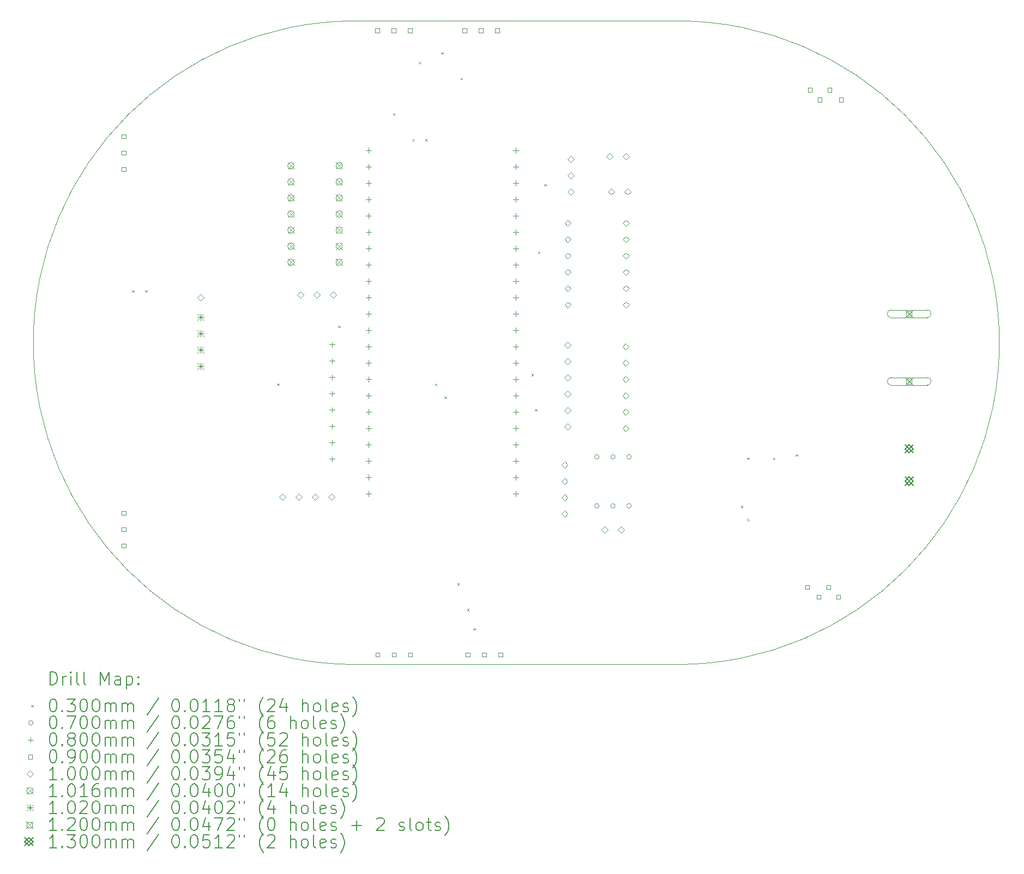
<source format=gbr>
%TF.GenerationSoftware,KiCad,Pcbnew,8.0.1*%
%TF.CreationDate,2024-08-22T21:07:08+03:00*%
%TF.ProjectId,Maze_kiCad,4d617a65-5f6b-4694-9361-642e6b696361,rev?*%
%TF.SameCoordinates,Original*%
%TF.FileFunction,Drillmap*%
%TF.FilePolarity,Positive*%
%FSLAX45Y45*%
G04 Gerber Fmt 4.5, Leading zero omitted, Abs format (unit mm)*
G04 Created by KiCad (PCBNEW 8.0.1) date 2024-08-22 21:07:08*
%MOMM*%
%LPD*%
G01*
G04 APERTURE LIST*
%ADD10C,0.050000*%
%ADD11C,0.200000*%
%ADD12C,0.100000*%
%ADD13C,0.101600*%
%ADD14C,0.102000*%
%ADD15C,0.120000*%
%ADD16C,0.130000*%
G04 APERTURE END LIST*
D10*
X21050000Y-9850000D02*
G75*
G02*
X16050000Y-14850000I-5000000J0D01*
G01*
X6050000Y-9850000D02*
G75*
G02*
X11050000Y-4850000I5000000J0D01*
G01*
X11050000Y-14850000D02*
G75*
G02*
X6050000Y-9850000I0J5000000D01*
G01*
X11050000Y-4850000D02*
X16050000Y-4850000D01*
X11050000Y-14850000D02*
X16050000Y-14850000D01*
X16050000Y-4850000D02*
G75*
G02*
X21050000Y-9850000I0J-5000000D01*
G01*
D11*
D12*
X7585000Y-9035000D02*
X7615000Y-9065000D01*
X7615000Y-9035000D02*
X7585000Y-9065000D01*
X7785000Y-9035000D02*
X7815000Y-9065000D01*
X7815000Y-9035000D02*
X7785000Y-9065000D01*
X9835000Y-10485000D02*
X9865000Y-10515000D01*
X9865000Y-10485000D02*
X9835000Y-10515000D01*
X10785000Y-9585000D02*
X10815000Y-9615000D01*
X10815000Y-9585000D02*
X10785000Y-9615000D01*
X11635000Y-6285000D02*
X11665000Y-6315000D01*
X11665000Y-6285000D02*
X11635000Y-6315000D01*
X11935000Y-6685000D02*
X11965000Y-6715000D01*
X11965000Y-6685000D02*
X11935000Y-6715000D01*
X12035000Y-5485000D02*
X12065000Y-5515000D01*
X12065000Y-5485000D02*
X12035000Y-5515000D01*
X12135000Y-6685000D02*
X12165000Y-6715000D01*
X12165000Y-6685000D02*
X12135000Y-6715000D01*
X12285000Y-10485000D02*
X12315000Y-10515000D01*
X12315000Y-10485000D02*
X12285000Y-10515000D01*
X12385000Y-5335000D02*
X12415000Y-5365000D01*
X12415000Y-5335000D02*
X12385000Y-5365000D01*
X12435000Y-10685000D02*
X12465000Y-10715000D01*
X12465000Y-10685000D02*
X12435000Y-10715000D01*
X12635000Y-13585000D02*
X12665000Y-13615000D01*
X12665000Y-13585000D02*
X12635000Y-13615000D01*
X12685000Y-5735000D02*
X12715000Y-5765000D01*
X12715000Y-5735000D02*
X12685000Y-5765000D01*
X12785000Y-13985000D02*
X12815000Y-14015000D01*
X12815000Y-13985000D02*
X12785000Y-14015000D01*
X12885000Y-14285000D02*
X12915000Y-14315000D01*
X12915000Y-14285000D02*
X12885000Y-14315000D01*
X13785000Y-10335000D02*
X13815000Y-10365000D01*
X13815000Y-10335000D02*
X13785000Y-10365000D01*
X13838530Y-10881470D02*
X13868530Y-10911470D01*
X13868530Y-10881470D02*
X13838530Y-10911470D01*
X13885000Y-8435000D02*
X13915000Y-8465000D01*
X13915000Y-8435000D02*
X13885000Y-8465000D01*
X13985000Y-7385000D02*
X14015000Y-7415000D01*
X14015000Y-7385000D02*
X13985000Y-7415000D01*
X17035000Y-12385000D02*
X17065000Y-12415000D01*
X17065000Y-12385000D02*
X17035000Y-12415000D01*
X17135000Y-11635000D02*
X17165000Y-11665000D01*
X17165000Y-11635000D02*
X17135000Y-11665000D01*
X17135000Y-12585000D02*
X17165000Y-12615000D01*
X17165000Y-12585000D02*
X17135000Y-12615000D01*
X17535000Y-11635000D02*
X17565000Y-11665000D01*
X17565000Y-11635000D02*
X17535000Y-11665000D01*
X17885000Y-11585000D02*
X17915000Y-11615000D01*
X17915000Y-11585000D02*
X17885000Y-11615000D01*
X14835000Y-11623000D02*
G75*
G02*
X14765000Y-11623000I-35000J0D01*
G01*
X14765000Y-11623000D02*
G75*
G02*
X14835000Y-11623000I35000J0D01*
G01*
X14835000Y-12385000D02*
G75*
G02*
X14765000Y-12385000I-35000J0D01*
G01*
X14765000Y-12385000D02*
G75*
G02*
X14835000Y-12385000I35000J0D01*
G01*
X15085000Y-11623000D02*
G75*
G02*
X15015000Y-11623000I-35000J0D01*
G01*
X15015000Y-11623000D02*
G75*
G02*
X15085000Y-11623000I35000J0D01*
G01*
X15085000Y-12385000D02*
G75*
G02*
X15015000Y-12385000I-35000J0D01*
G01*
X15015000Y-12385000D02*
G75*
G02*
X15085000Y-12385000I35000J0D01*
G01*
X15335000Y-11623000D02*
G75*
G02*
X15265000Y-11623000I-35000J0D01*
G01*
X15265000Y-11623000D02*
G75*
G02*
X15335000Y-11623000I35000J0D01*
G01*
X15335000Y-12385000D02*
G75*
G02*
X15265000Y-12385000I-35000J0D01*
G01*
X15265000Y-12385000D02*
G75*
G02*
X15335000Y-12385000I35000J0D01*
G01*
X10689750Y-9839250D02*
X10689750Y-9919250D01*
X10649750Y-9879250D02*
X10729750Y-9879250D01*
X10689750Y-10093250D02*
X10689750Y-10173250D01*
X10649750Y-10133250D02*
X10729750Y-10133250D01*
X10689750Y-10347250D02*
X10689750Y-10427250D01*
X10649750Y-10387250D02*
X10729750Y-10387250D01*
X10689750Y-10601250D02*
X10689750Y-10681250D01*
X10649750Y-10641250D02*
X10729750Y-10641250D01*
X10689750Y-10855250D02*
X10689750Y-10935250D01*
X10649750Y-10895250D02*
X10729750Y-10895250D01*
X10689750Y-11109250D02*
X10689750Y-11189250D01*
X10649750Y-11149250D02*
X10729750Y-11149250D01*
X10689750Y-11363250D02*
X10689750Y-11443250D01*
X10649750Y-11403250D02*
X10729750Y-11403250D01*
X10689750Y-11617250D02*
X10689750Y-11697250D01*
X10649750Y-11657250D02*
X10729750Y-11657250D01*
X11256632Y-11646520D02*
X11256632Y-11726520D01*
X11216632Y-11686520D02*
X11296632Y-11686520D01*
X11256632Y-11900520D02*
X11256632Y-11980520D01*
X11216632Y-11940520D02*
X11296632Y-11940520D01*
X11256632Y-12154520D02*
X11256632Y-12234520D01*
X11216632Y-12194520D02*
X11296632Y-12194520D01*
X11257000Y-6820792D02*
X11257000Y-6900792D01*
X11217000Y-6860792D02*
X11297000Y-6860792D01*
X11257000Y-7074792D02*
X11257000Y-7154792D01*
X11217000Y-7114792D02*
X11297000Y-7114792D01*
X11257000Y-7328792D02*
X11257000Y-7408792D01*
X11217000Y-7368792D02*
X11297000Y-7368792D01*
X11257000Y-7582792D02*
X11257000Y-7662792D01*
X11217000Y-7622792D02*
X11297000Y-7622792D01*
X11257000Y-7836792D02*
X11257000Y-7916792D01*
X11217000Y-7876792D02*
X11297000Y-7876792D01*
X11257000Y-8090792D02*
X11257000Y-8170792D01*
X11217000Y-8130792D02*
X11297000Y-8130792D01*
X11257000Y-8344792D02*
X11257000Y-8424792D01*
X11217000Y-8384792D02*
X11297000Y-8384792D01*
X11257000Y-8598792D02*
X11257000Y-8678792D01*
X11217000Y-8638792D02*
X11297000Y-8638792D01*
X11257000Y-8852792D02*
X11257000Y-8932792D01*
X11217000Y-8892792D02*
X11297000Y-8892792D01*
X11257000Y-9106792D02*
X11257000Y-9186792D01*
X11217000Y-9146792D02*
X11297000Y-9146792D01*
X11257000Y-9360792D02*
X11257000Y-9440792D01*
X11217000Y-9400792D02*
X11297000Y-9400792D01*
X11257000Y-9614792D02*
X11257000Y-9694792D01*
X11217000Y-9654792D02*
X11297000Y-9654792D01*
X11257000Y-9868792D02*
X11257000Y-9948792D01*
X11217000Y-9908792D02*
X11297000Y-9908792D01*
X11257000Y-10122792D02*
X11257000Y-10202792D01*
X11217000Y-10162792D02*
X11297000Y-10162792D01*
X11257000Y-10376792D02*
X11257000Y-10456792D01*
X11217000Y-10416792D02*
X11297000Y-10416792D01*
X11257000Y-10630792D02*
X11257000Y-10710792D01*
X11217000Y-10670792D02*
X11297000Y-10670792D01*
X11257000Y-10884792D02*
X11257000Y-10964792D01*
X11217000Y-10924792D02*
X11297000Y-10924792D01*
X11257000Y-11138792D02*
X11257000Y-11218792D01*
X11217000Y-11178792D02*
X11297000Y-11178792D01*
X11257000Y-11392792D02*
X11257000Y-11472792D01*
X11217000Y-11432792D02*
X11297000Y-11432792D01*
X13543000Y-6820792D02*
X13543000Y-6900792D01*
X13503000Y-6860792D02*
X13583000Y-6860792D01*
X13543000Y-7074792D02*
X13543000Y-7154792D01*
X13503000Y-7114792D02*
X13583000Y-7114792D01*
X13543000Y-7328792D02*
X13543000Y-7408792D01*
X13503000Y-7368792D02*
X13583000Y-7368792D01*
X13543000Y-7582792D02*
X13543000Y-7662792D01*
X13503000Y-7622792D02*
X13583000Y-7622792D01*
X13543000Y-7836792D02*
X13543000Y-7916792D01*
X13503000Y-7876792D02*
X13583000Y-7876792D01*
X13543000Y-8090792D02*
X13543000Y-8170792D01*
X13503000Y-8130792D02*
X13583000Y-8130792D01*
X13543000Y-8344792D02*
X13543000Y-8424792D01*
X13503000Y-8384792D02*
X13583000Y-8384792D01*
X13543000Y-8598792D02*
X13543000Y-8678792D01*
X13503000Y-8638792D02*
X13583000Y-8638792D01*
X13543000Y-8852792D02*
X13543000Y-8932792D01*
X13503000Y-8892792D02*
X13583000Y-8892792D01*
X13543000Y-9106792D02*
X13543000Y-9186792D01*
X13503000Y-9146792D02*
X13583000Y-9146792D01*
X13543000Y-9360792D02*
X13543000Y-9440792D01*
X13503000Y-9400792D02*
X13583000Y-9400792D01*
X13543000Y-9614792D02*
X13543000Y-9694792D01*
X13503000Y-9654792D02*
X13583000Y-9654792D01*
X13543000Y-9868792D02*
X13543000Y-9948792D01*
X13503000Y-9908792D02*
X13583000Y-9908792D01*
X13543000Y-10122792D02*
X13543000Y-10202792D01*
X13503000Y-10162792D02*
X13583000Y-10162792D01*
X13543000Y-10376792D02*
X13543000Y-10456792D01*
X13503000Y-10416792D02*
X13583000Y-10416792D01*
X13543000Y-10630792D02*
X13543000Y-10710792D01*
X13503000Y-10670792D02*
X13583000Y-10670792D01*
X13543000Y-10884792D02*
X13543000Y-10964792D01*
X13503000Y-10924792D02*
X13583000Y-10924792D01*
X13543000Y-11138792D02*
X13543000Y-11218792D01*
X13503000Y-11178792D02*
X13583000Y-11178792D01*
X13543000Y-11392792D02*
X13543000Y-11472792D01*
X13503000Y-11432792D02*
X13583000Y-11432792D01*
X13543000Y-11646792D02*
X13543000Y-11726792D01*
X13503000Y-11686792D02*
X13583000Y-11686792D01*
X13543000Y-11900792D02*
X13543000Y-11980792D01*
X13503000Y-11940792D02*
X13583000Y-11940792D01*
X13543000Y-12154792D02*
X13543000Y-12234792D01*
X13503000Y-12194792D02*
X13583000Y-12194792D01*
X7484320Y-6677820D02*
X7484320Y-6614180D01*
X7420680Y-6614180D01*
X7420680Y-6677820D01*
X7484320Y-6677820D01*
X7484320Y-6931820D02*
X7484320Y-6868180D01*
X7420680Y-6868180D01*
X7420680Y-6931820D01*
X7484320Y-6931820D01*
X7484320Y-7185820D02*
X7484320Y-7122180D01*
X7420680Y-7122180D01*
X7420680Y-7185820D01*
X7484320Y-7185820D01*
X7484320Y-12527820D02*
X7484320Y-12464180D01*
X7420680Y-12464180D01*
X7420680Y-12527820D01*
X7484320Y-12527820D01*
X7484320Y-12781820D02*
X7484320Y-12718180D01*
X7420680Y-12718180D01*
X7420680Y-12781820D01*
X7484320Y-12781820D01*
X7484320Y-13035820D02*
X7484320Y-12972180D01*
X7420680Y-12972180D01*
X7420680Y-13035820D01*
X7484320Y-13035820D01*
X11423820Y-5031820D02*
X11423820Y-4968180D01*
X11360180Y-4968180D01*
X11360180Y-5031820D01*
X11423820Y-5031820D01*
X11427820Y-14729320D02*
X11427820Y-14665680D01*
X11364180Y-14665680D01*
X11364180Y-14729320D01*
X11427820Y-14729320D01*
X11677820Y-5031820D02*
X11677820Y-4968180D01*
X11614180Y-4968180D01*
X11614180Y-5031820D01*
X11677820Y-5031820D01*
X11681820Y-14729320D02*
X11681820Y-14665680D01*
X11618180Y-14665680D01*
X11618180Y-14729320D01*
X11681820Y-14729320D01*
X11931820Y-5031820D02*
X11931820Y-4968180D01*
X11868180Y-4968180D01*
X11868180Y-5031820D01*
X11931820Y-5031820D01*
X11935820Y-14729320D02*
X11935820Y-14665680D01*
X11872180Y-14665680D01*
X11872180Y-14729320D01*
X11935820Y-14729320D01*
X12777820Y-5031820D02*
X12777820Y-4968180D01*
X12714180Y-4968180D01*
X12714180Y-5031820D01*
X12777820Y-5031820D01*
X12827820Y-14729320D02*
X12827820Y-14665680D01*
X12764180Y-14665680D01*
X12764180Y-14729320D01*
X12827820Y-14729320D01*
X13031820Y-5031820D02*
X13031820Y-4968180D01*
X12968180Y-4968180D01*
X12968180Y-5031820D01*
X13031820Y-5031820D01*
X13081820Y-14729320D02*
X13081820Y-14665680D01*
X13018180Y-14665680D01*
X13018180Y-14729320D01*
X13081820Y-14729320D01*
X13285820Y-5031820D02*
X13285820Y-4968180D01*
X13222180Y-4968180D01*
X13222180Y-5031820D01*
X13285820Y-5031820D01*
X13335820Y-14729320D02*
X13335820Y-14665680D01*
X13272180Y-14665680D01*
X13272180Y-14729320D01*
X13335820Y-14729320D01*
X18099220Y-13679420D02*
X18099220Y-13615780D01*
X18035580Y-13615780D01*
X18035580Y-13679420D01*
X18099220Y-13679420D01*
X18140220Y-5955420D02*
X18140220Y-5891780D01*
X18076580Y-5891780D01*
X18076580Y-5955420D01*
X18140220Y-5955420D01*
X18277020Y-13831820D02*
X18277020Y-13768180D01*
X18213380Y-13768180D01*
X18213380Y-13831820D01*
X18277020Y-13831820D01*
X18292620Y-6107820D02*
X18292620Y-6044180D01*
X18228980Y-6044180D01*
X18228980Y-6107820D01*
X18292620Y-6107820D01*
X18429420Y-13679420D02*
X18429420Y-13615780D01*
X18365780Y-13615780D01*
X18365780Y-13679420D01*
X18429420Y-13679420D01*
X18445020Y-5955420D02*
X18445020Y-5891780D01*
X18381380Y-5891780D01*
X18381380Y-5955420D01*
X18445020Y-5955420D01*
X18581820Y-13831820D02*
X18581820Y-13768180D01*
X18518180Y-13768180D01*
X18518180Y-13831820D01*
X18581820Y-13831820D01*
X18622820Y-6107820D02*
X18622820Y-6044180D01*
X18559180Y-6044180D01*
X18559180Y-6107820D01*
X18622820Y-6107820D01*
X8650000Y-9200000D02*
X8700000Y-9150000D01*
X8650000Y-9100000D01*
X8600000Y-9150000D01*
X8650000Y-9200000D01*
X9920000Y-12297500D02*
X9970000Y-12247500D01*
X9920000Y-12197500D01*
X9870000Y-12247500D01*
X9920000Y-12297500D01*
X10174000Y-12297500D02*
X10224000Y-12247500D01*
X10174000Y-12197500D01*
X10124000Y-12247500D01*
X10174000Y-12297500D01*
X10200000Y-9158000D02*
X10250000Y-9108000D01*
X10200000Y-9058000D01*
X10150000Y-9108000D01*
X10200000Y-9158000D01*
X10428000Y-12297500D02*
X10478000Y-12247500D01*
X10428000Y-12197500D01*
X10378000Y-12247500D01*
X10428000Y-12297500D01*
X10454000Y-9158000D02*
X10504000Y-9108000D01*
X10454000Y-9058000D01*
X10404000Y-9108000D01*
X10454000Y-9158000D01*
X10682000Y-12297500D02*
X10732000Y-12247500D01*
X10682000Y-12197500D01*
X10632000Y-12247500D01*
X10682000Y-12297500D01*
X10708000Y-9158000D02*
X10758000Y-9108000D01*
X10708000Y-9058000D01*
X10658000Y-9108000D01*
X10708000Y-9158000D01*
X14300000Y-11796000D02*
X14350000Y-11746000D01*
X14300000Y-11696000D01*
X14250000Y-11746000D01*
X14300000Y-11796000D01*
X14300000Y-12050000D02*
X14350000Y-12000000D01*
X14300000Y-11950000D01*
X14250000Y-12000000D01*
X14300000Y-12050000D01*
X14300000Y-12304000D02*
X14350000Y-12254000D01*
X14300000Y-12204000D01*
X14250000Y-12254000D01*
X14300000Y-12304000D01*
X14300000Y-12558000D02*
X14350000Y-12508000D01*
X14300000Y-12458000D01*
X14250000Y-12508000D01*
X14300000Y-12558000D01*
X14347500Y-9937000D02*
X14397500Y-9887000D01*
X14347500Y-9837000D01*
X14297500Y-9887000D01*
X14347500Y-9937000D01*
X14347500Y-10191000D02*
X14397500Y-10141000D01*
X14347500Y-10091000D01*
X14297500Y-10141000D01*
X14347500Y-10191000D01*
X14347500Y-10445000D02*
X14397500Y-10395000D01*
X14347500Y-10345000D01*
X14297500Y-10395000D01*
X14347500Y-10445000D01*
X14347500Y-10699000D02*
X14397500Y-10649000D01*
X14347500Y-10599000D01*
X14297500Y-10649000D01*
X14347500Y-10699000D01*
X14347500Y-10953000D02*
X14397500Y-10903000D01*
X14347500Y-10853000D01*
X14297500Y-10903000D01*
X14347500Y-10953000D01*
X14347500Y-11207000D02*
X14397500Y-11157000D01*
X14347500Y-11107000D01*
X14297500Y-11157000D01*
X14347500Y-11207000D01*
X14350000Y-8042000D02*
X14400000Y-7992000D01*
X14350000Y-7942000D01*
X14300000Y-7992000D01*
X14350000Y-8042000D01*
X14350000Y-8296000D02*
X14400000Y-8246000D01*
X14350000Y-8196000D01*
X14300000Y-8246000D01*
X14350000Y-8296000D01*
X14350000Y-8550000D02*
X14400000Y-8500000D01*
X14350000Y-8450000D01*
X14300000Y-8500000D01*
X14350000Y-8550000D01*
X14350000Y-8804000D02*
X14400000Y-8754000D01*
X14350000Y-8704000D01*
X14300000Y-8754000D01*
X14350000Y-8804000D01*
X14350000Y-9058000D02*
X14400000Y-9008000D01*
X14350000Y-8958000D01*
X14300000Y-9008000D01*
X14350000Y-9058000D01*
X14350000Y-9312000D02*
X14400000Y-9262000D01*
X14350000Y-9212000D01*
X14300000Y-9262000D01*
X14350000Y-9312000D01*
X14400000Y-7050000D02*
X14450000Y-7000000D01*
X14400000Y-6950000D01*
X14350000Y-7000000D01*
X14400000Y-7050000D01*
X14400000Y-7304000D02*
X14450000Y-7254000D01*
X14400000Y-7204000D01*
X14350000Y-7254000D01*
X14400000Y-7304000D01*
X14400000Y-7558000D02*
X14450000Y-7508000D01*
X14400000Y-7458000D01*
X14350000Y-7508000D01*
X14400000Y-7558000D01*
X14925000Y-12801500D02*
X14975000Y-12751500D01*
X14925000Y-12701500D01*
X14875000Y-12751500D01*
X14925000Y-12801500D01*
X14996000Y-7006500D02*
X15046000Y-6956500D01*
X14996000Y-6906500D01*
X14946000Y-6956500D01*
X14996000Y-7006500D01*
X15025000Y-7551500D02*
X15075000Y-7501500D01*
X15025000Y-7451500D01*
X14975000Y-7501500D01*
X15025000Y-7551500D01*
X15179000Y-12801500D02*
X15229000Y-12751500D01*
X15179000Y-12701500D01*
X15129000Y-12751500D01*
X15179000Y-12801500D01*
X15247500Y-9962500D02*
X15297500Y-9912500D01*
X15247500Y-9862500D01*
X15197500Y-9912500D01*
X15247500Y-9962500D01*
X15247500Y-10216500D02*
X15297500Y-10166500D01*
X15247500Y-10116500D01*
X15197500Y-10166500D01*
X15247500Y-10216500D01*
X15247500Y-10470500D02*
X15297500Y-10420500D01*
X15247500Y-10370500D01*
X15197500Y-10420500D01*
X15247500Y-10470500D01*
X15247500Y-10724500D02*
X15297500Y-10674500D01*
X15247500Y-10624500D01*
X15197500Y-10674500D01*
X15247500Y-10724500D01*
X15247500Y-10978500D02*
X15297500Y-10928500D01*
X15247500Y-10878500D01*
X15197500Y-10928500D01*
X15247500Y-10978500D01*
X15247500Y-11232500D02*
X15297500Y-11182500D01*
X15247500Y-11132500D01*
X15197500Y-11182500D01*
X15247500Y-11232500D01*
X15250000Y-7006500D02*
X15300000Y-6956500D01*
X15250000Y-6906500D01*
X15200000Y-6956500D01*
X15250000Y-7006500D01*
X15250000Y-8042000D02*
X15300000Y-7992000D01*
X15250000Y-7942000D01*
X15200000Y-7992000D01*
X15250000Y-8042000D01*
X15250000Y-8296000D02*
X15300000Y-8246000D01*
X15250000Y-8196000D01*
X15200000Y-8246000D01*
X15250000Y-8296000D01*
X15250000Y-8550000D02*
X15300000Y-8500000D01*
X15250000Y-8450000D01*
X15200000Y-8500000D01*
X15250000Y-8550000D01*
X15250000Y-8804000D02*
X15300000Y-8754000D01*
X15250000Y-8704000D01*
X15200000Y-8754000D01*
X15250000Y-8804000D01*
X15250000Y-9058000D02*
X15300000Y-9008000D01*
X15250000Y-8958000D01*
X15200000Y-9008000D01*
X15250000Y-9058000D01*
X15250000Y-9312000D02*
X15300000Y-9262000D01*
X15250000Y-9212000D01*
X15200000Y-9262000D01*
X15250000Y-9312000D01*
X15279000Y-7551500D02*
X15329000Y-7501500D01*
X15279000Y-7451500D01*
X15229000Y-7501500D01*
X15279000Y-7551500D01*
D13*
X9999200Y-7049200D02*
X10100800Y-7150800D01*
X10100800Y-7049200D02*
X9999200Y-7150800D01*
X10100800Y-7100000D02*
G75*
G02*
X9999200Y-7100000I-50800J0D01*
G01*
X9999200Y-7100000D02*
G75*
G02*
X10100800Y-7100000I50800J0D01*
G01*
X9999200Y-7299200D02*
X10100800Y-7400800D01*
X10100800Y-7299200D02*
X9999200Y-7400800D01*
X10100800Y-7350000D02*
G75*
G02*
X9999200Y-7350000I-50800J0D01*
G01*
X9999200Y-7350000D02*
G75*
G02*
X10100800Y-7350000I50800J0D01*
G01*
X9999200Y-7549200D02*
X10100800Y-7650800D01*
X10100800Y-7549200D02*
X9999200Y-7650800D01*
X10100800Y-7600000D02*
G75*
G02*
X9999200Y-7600000I-50800J0D01*
G01*
X9999200Y-7600000D02*
G75*
G02*
X10100800Y-7600000I50800J0D01*
G01*
X9999200Y-7799200D02*
X10100800Y-7900800D01*
X10100800Y-7799200D02*
X9999200Y-7900800D01*
X10100800Y-7850000D02*
G75*
G02*
X9999200Y-7850000I-50800J0D01*
G01*
X9999200Y-7850000D02*
G75*
G02*
X10100800Y-7850000I50800J0D01*
G01*
X9999200Y-8049200D02*
X10100800Y-8150800D01*
X10100800Y-8049200D02*
X9999200Y-8150800D01*
X10100800Y-8100000D02*
G75*
G02*
X9999200Y-8100000I-50800J0D01*
G01*
X9999200Y-8100000D02*
G75*
G02*
X10100800Y-8100000I50800J0D01*
G01*
X9999200Y-8299200D02*
X10100800Y-8400800D01*
X10100800Y-8299200D02*
X9999200Y-8400800D01*
X10100800Y-8350000D02*
G75*
G02*
X9999200Y-8350000I-50800J0D01*
G01*
X9999200Y-8350000D02*
G75*
G02*
X10100800Y-8350000I50800J0D01*
G01*
X9999200Y-8549200D02*
X10100800Y-8650800D01*
X10100800Y-8549200D02*
X9999200Y-8650800D01*
X10100800Y-8600000D02*
G75*
G02*
X9999200Y-8600000I-50800J0D01*
G01*
X9999200Y-8600000D02*
G75*
G02*
X10100800Y-8600000I50800J0D01*
G01*
X10749200Y-7049200D02*
X10850800Y-7150800D01*
X10850800Y-7049200D02*
X10749200Y-7150800D01*
X10850800Y-7100000D02*
G75*
G02*
X10749200Y-7100000I-50800J0D01*
G01*
X10749200Y-7100000D02*
G75*
G02*
X10850800Y-7100000I50800J0D01*
G01*
X10749200Y-7299200D02*
X10850800Y-7400800D01*
X10850800Y-7299200D02*
X10749200Y-7400800D01*
X10850800Y-7350000D02*
G75*
G02*
X10749200Y-7350000I-50800J0D01*
G01*
X10749200Y-7350000D02*
G75*
G02*
X10850800Y-7350000I50800J0D01*
G01*
X10749200Y-7549200D02*
X10850800Y-7650800D01*
X10850800Y-7549200D02*
X10749200Y-7650800D01*
X10850800Y-7600000D02*
G75*
G02*
X10749200Y-7600000I-50800J0D01*
G01*
X10749200Y-7600000D02*
G75*
G02*
X10850800Y-7600000I50800J0D01*
G01*
X10749200Y-7799200D02*
X10850800Y-7900800D01*
X10850800Y-7799200D02*
X10749200Y-7900800D01*
X10850800Y-7850000D02*
G75*
G02*
X10749200Y-7850000I-50800J0D01*
G01*
X10749200Y-7850000D02*
G75*
G02*
X10850800Y-7850000I50800J0D01*
G01*
X10749200Y-8049200D02*
X10850800Y-8150800D01*
X10850800Y-8049200D02*
X10749200Y-8150800D01*
X10850800Y-8100000D02*
G75*
G02*
X10749200Y-8100000I-50800J0D01*
G01*
X10749200Y-8100000D02*
G75*
G02*
X10850800Y-8100000I50800J0D01*
G01*
X10749200Y-8299200D02*
X10850800Y-8400800D01*
X10850800Y-8299200D02*
X10749200Y-8400800D01*
X10850800Y-8350000D02*
G75*
G02*
X10749200Y-8350000I-50800J0D01*
G01*
X10749200Y-8350000D02*
G75*
G02*
X10850800Y-8350000I50800J0D01*
G01*
X10749200Y-8549200D02*
X10850800Y-8650800D01*
X10850800Y-8549200D02*
X10749200Y-8650800D01*
X10850800Y-8600000D02*
G75*
G02*
X10749200Y-8600000I-50800J0D01*
G01*
X10749200Y-8600000D02*
G75*
G02*
X10850800Y-8600000I50800J0D01*
G01*
D14*
X8599000Y-9399000D02*
X8701000Y-9501000D01*
X8701000Y-9399000D02*
X8599000Y-9501000D01*
X8650000Y-9399000D02*
X8650000Y-9501000D01*
X8599000Y-9450000D02*
X8701000Y-9450000D01*
X8599000Y-9653000D02*
X8701000Y-9755000D01*
X8701000Y-9653000D02*
X8599000Y-9755000D01*
X8650000Y-9653000D02*
X8650000Y-9755000D01*
X8599000Y-9704000D02*
X8701000Y-9704000D01*
X8599000Y-9907000D02*
X8701000Y-10009000D01*
X8701000Y-9907000D02*
X8599000Y-10009000D01*
X8650000Y-9907000D02*
X8650000Y-10009000D01*
X8599000Y-9958000D02*
X8701000Y-9958000D01*
X8599000Y-10161000D02*
X8701000Y-10263000D01*
X8701000Y-10161000D02*
X8599000Y-10263000D01*
X8650000Y-10161000D02*
X8650000Y-10263000D01*
X8599000Y-10212000D02*
X8701000Y-10212000D01*
D15*
X19590000Y-9340000D02*
X19710000Y-9460000D01*
X19710000Y-9340000D02*
X19590000Y-9460000D01*
X19692427Y-9442427D02*
X19692427Y-9357573D01*
X19607573Y-9357573D01*
X19607573Y-9442427D01*
X19692427Y-9442427D01*
D12*
X19930000Y-9340000D02*
X19370000Y-9340000D01*
X19370000Y-9460000D02*
G75*
G02*
X19370000Y-9340000I0J60000D01*
G01*
X19370000Y-9460000D02*
X19930000Y-9460000D01*
X19930000Y-9460000D02*
G75*
G03*
X19930000Y-9340000I0J60000D01*
G01*
D15*
X19590000Y-10390000D02*
X19710000Y-10510000D01*
X19710000Y-10390000D02*
X19590000Y-10510000D01*
X19692427Y-10492427D02*
X19692427Y-10407573D01*
X19607573Y-10407573D01*
X19607573Y-10492427D01*
X19692427Y-10492427D01*
D12*
X19930000Y-10390000D02*
X19370000Y-10390000D01*
X19370000Y-10510000D02*
G75*
G02*
X19370000Y-10390000I0J60000D01*
G01*
X19370000Y-10510000D02*
X19930000Y-10510000D01*
X19930000Y-10510000D02*
G75*
G03*
X19930000Y-10390000I0J60000D01*
G01*
D16*
X19585000Y-11435000D02*
X19715000Y-11565000D01*
X19715000Y-11435000D02*
X19585000Y-11565000D01*
X19650000Y-11565000D02*
X19715000Y-11500000D01*
X19650000Y-11435000D01*
X19585000Y-11500000D01*
X19650000Y-11565000D01*
X19585000Y-11935000D02*
X19715000Y-12065000D01*
X19715000Y-11935000D02*
X19585000Y-12065000D01*
X19650000Y-12065000D02*
X19715000Y-12000000D01*
X19650000Y-11935000D01*
X19585000Y-12000000D01*
X19650000Y-12065000D01*
D11*
X6308277Y-15163984D02*
X6308277Y-14963984D01*
X6308277Y-14963984D02*
X6355896Y-14963984D01*
X6355896Y-14963984D02*
X6384467Y-14973508D01*
X6384467Y-14973508D02*
X6403515Y-14992555D01*
X6403515Y-14992555D02*
X6413039Y-15011603D01*
X6413039Y-15011603D02*
X6422562Y-15049698D01*
X6422562Y-15049698D02*
X6422562Y-15078269D01*
X6422562Y-15078269D02*
X6413039Y-15116365D01*
X6413039Y-15116365D02*
X6403515Y-15135412D01*
X6403515Y-15135412D02*
X6384467Y-15154460D01*
X6384467Y-15154460D02*
X6355896Y-15163984D01*
X6355896Y-15163984D02*
X6308277Y-15163984D01*
X6508277Y-15163984D02*
X6508277Y-15030650D01*
X6508277Y-15068746D02*
X6517801Y-15049698D01*
X6517801Y-15049698D02*
X6527324Y-15040174D01*
X6527324Y-15040174D02*
X6546372Y-15030650D01*
X6546372Y-15030650D02*
X6565420Y-15030650D01*
X6632086Y-15163984D02*
X6632086Y-15030650D01*
X6632086Y-14963984D02*
X6622562Y-14973508D01*
X6622562Y-14973508D02*
X6632086Y-14983031D01*
X6632086Y-14983031D02*
X6641610Y-14973508D01*
X6641610Y-14973508D02*
X6632086Y-14963984D01*
X6632086Y-14963984D02*
X6632086Y-14983031D01*
X6755896Y-15163984D02*
X6736848Y-15154460D01*
X6736848Y-15154460D02*
X6727324Y-15135412D01*
X6727324Y-15135412D02*
X6727324Y-14963984D01*
X6860658Y-15163984D02*
X6841610Y-15154460D01*
X6841610Y-15154460D02*
X6832086Y-15135412D01*
X6832086Y-15135412D02*
X6832086Y-14963984D01*
X7089229Y-15163984D02*
X7089229Y-14963984D01*
X7089229Y-14963984D02*
X7155896Y-15106841D01*
X7155896Y-15106841D02*
X7222562Y-14963984D01*
X7222562Y-14963984D02*
X7222562Y-15163984D01*
X7403515Y-15163984D02*
X7403515Y-15059222D01*
X7403515Y-15059222D02*
X7393991Y-15040174D01*
X7393991Y-15040174D02*
X7374943Y-15030650D01*
X7374943Y-15030650D02*
X7336848Y-15030650D01*
X7336848Y-15030650D02*
X7317801Y-15040174D01*
X7403515Y-15154460D02*
X7384467Y-15163984D01*
X7384467Y-15163984D02*
X7336848Y-15163984D01*
X7336848Y-15163984D02*
X7317801Y-15154460D01*
X7317801Y-15154460D02*
X7308277Y-15135412D01*
X7308277Y-15135412D02*
X7308277Y-15116365D01*
X7308277Y-15116365D02*
X7317801Y-15097317D01*
X7317801Y-15097317D02*
X7336848Y-15087793D01*
X7336848Y-15087793D02*
X7384467Y-15087793D01*
X7384467Y-15087793D02*
X7403515Y-15078269D01*
X7498753Y-15030650D02*
X7498753Y-15230650D01*
X7498753Y-15040174D02*
X7517801Y-15030650D01*
X7517801Y-15030650D02*
X7555896Y-15030650D01*
X7555896Y-15030650D02*
X7574943Y-15040174D01*
X7574943Y-15040174D02*
X7584467Y-15049698D01*
X7584467Y-15049698D02*
X7593991Y-15068746D01*
X7593991Y-15068746D02*
X7593991Y-15125888D01*
X7593991Y-15125888D02*
X7584467Y-15144936D01*
X7584467Y-15144936D02*
X7574943Y-15154460D01*
X7574943Y-15154460D02*
X7555896Y-15163984D01*
X7555896Y-15163984D02*
X7517801Y-15163984D01*
X7517801Y-15163984D02*
X7498753Y-15154460D01*
X7679705Y-15144936D02*
X7689229Y-15154460D01*
X7689229Y-15154460D02*
X7679705Y-15163984D01*
X7679705Y-15163984D02*
X7670182Y-15154460D01*
X7670182Y-15154460D02*
X7679705Y-15144936D01*
X7679705Y-15144936D02*
X7679705Y-15163984D01*
X7679705Y-15040174D02*
X7689229Y-15049698D01*
X7689229Y-15049698D02*
X7679705Y-15059222D01*
X7679705Y-15059222D02*
X7670182Y-15049698D01*
X7670182Y-15049698D02*
X7679705Y-15040174D01*
X7679705Y-15040174D02*
X7679705Y-15059222D01*
D12*
X6017500Y-15477500D02*
X6047500Y-15507500D01*
X6047500Y-15477500D02*
X6017500Y-15507500D01*
D11*
X6346372Y-15383984D02*
X6365420Y-15383984D01*
X6365420Y-15383984D02*
X6384467Y-15393508D01*
X6384467Y-15393508D02*
X6393991Y-15403031D01*
X6393991Y-15403031D02*
X6403515Y-15422079D01*
X6403515Y-15422079D02*
X6413039Y-15460174D01*
X6413039Y-15460174D02*
X6413039Y-15507793D01*
X6413039Y-15507793D02*
X6403515Y-15545888D01*
X6403515Y-15545888D02*
X6393991Y-15564936D01*
X6393991Y-15564936D02*
X6384467Y-15574460D01*
X6384467Y-15574460D02*
X6365420Y-15583984D01*
X6365420Y-15583984D02*
X6346372Y-15583984D01*
X6346372Y-15583984D02*
X6327324Y-15574460D01*
X6327324Y-15574460D02*
X6317801Y-15564936D01*
X6317801Y-15564936D02*
X6308277Y-15545888D01*
X6308277Y-15545888D02*
X6298753Y-15507793D01*
X6298753Y-15507793D02*
X6298753Y-15460174D01*
X6298753Y-15460174D02*
X6308277Y-15422079D01*
X6308277Y-15422079D02*
X6317801Y-15403031D01*
X6317801Y-15403031D02*
X6327324Y-15393508D01*
X6327324Y-15393508D02*
X6346372Y-15383984D01*
X6498753Y-15564936D02*
X6508277Y-15574460D01*
X6508277Y-15574460D02*
X6498753Y-15583984D01*
X6498753Y-15583984D02*
X6489229Y-15574460D01*
X6489229Y-15574460D02*
X6498753Y-15564936D01*
X6498753Y-15564936D02*
X6498753Y-15583984D01*
X6574943Y-15383984D02*
X6698753Y-15383984D01*
X6698753Y-15383984D02*
X6632086Y-15460174D01*
X6632086Y-15460174D02*
X6660658Y-15460174D01*
X6660658Y-15460174D02*
X6679705Y-15469698D01*
X6679705Y-15469698D02*
X6689229Y-15479222D01*
X6689229Y-15479222D02*
X6698753Y-15498269D01*
X6698753Y-15498269D02*
X6698753Y-15545888D01*
X6698753Y-15545888D02*
X6689229Y-15564936D01*
X6689229Y-15564936D02*
X6679705Y-15574460D01*
X6679705Y-15574460D02*
X6660658Y-15583984D01*
X6660658Y-15583984D02*
X6603515Y-15583984D01*
X6603515Y-15583984D02*
X6584467Y-15574460D01*
X6584467Y-15574460D02*
X6574943Y-15564936D01*
X6822562Y-15383984D02*
X6841610Y-15383984D01*
X6841610Y-15383984D02*
X6860658Y-15393508D01*
X6860658Y-15393508D02*
X6870182Y-15403031D01*
X6870182Y-15403031D02*
X6879705Y-15422079D01*
X6879705Y-15422079D02*
X6889229Y-15460174D01*
X6889229Y-15460174D02*
X6889229Y-15507793D01*
X6889229Y-15507793D02*
X6879705Y-15545888D01*
X6879705Y-15545888D02*
X6870182Y-15564936D01*
X6870182Y-15564936D02*
X6860658Y-15574460D01*
X6860658Y-15574460D02*
X6841610Y-15583984D01*
X6841610Y-15583984D02*
X6822562Y-15583984D01*
X6822562Y-15583984D02*
X6803515Y-15574460D01*
X6803515Y-15574460D02*
X6793991Y-15564936D01*
X6793991Y-15564936D02*
X6784467Y-15545888D01*
X6784467Y-15545888D02*
X6774943Y-15507793D01*
X6774943Y-15507793D02*
X6774943Y-15460174D01*
X6774943Y-15460174D02*
X6784467Y-15422079D01*
X6784467Y-15422079D02*
X6793991Y-15403031D01*
X6793991Y-15403031D02*
X6803515Y-15393508D01*
X6803515Y-15393508D02*
X6822562Y-15383984D01*
X7013039Y-15383984D02*
X7032086Y-15383984D01*
X7032086Y-15383984D02*
X7051134Y-15393508D01*
X7051134Y-15393508D02*
X7060658Y-15403031D01*
X7060658Y-15403031D02*
X7070182Y-15422079D01*
X7070182Y-15422079D02*
X7079705Y-15460174D01*
X7079705Y-15460174D02*
X7079705Y-15507793D01*
X7079705Y-15507793D02*
X7070182Y-15545888D01*
X7070182Y-15545888D02*
X7060658Y-15564936D01*
X7060658Y-15564936D02*
X7051134Y-15574460D01*
X7051134Y-15574460D02*
X7032086Y-15583984D01*
X7032086Y-15583984D02*
X7013039Y-15583984D01*
X7013039Y-15583984D02*
X6993991Y-15574460D01*
X6993991Y-15574460D02*
X6984467Y-15564936D01*
X6984467Y-15564936D02*
X6974943Y-15545888D01*
X6974943Y-15545888D02*
X6965420Y-15507793D01*
X6965420Y-15507793D02*
X6965420Y-15460174D01*
X6965420Y-15460174D02*
X6974943Y-15422079D01*
X6974943Y-15422079D02*
X6984467Y-15403031D01*
X6984467Y-15403031D02*
X6993991Y-15393508D01*
X6993991Y-15393508D02*
X7013039Y-15383984D01*
X7165420Y-15583984D02*
X7165420Y-15450650D01*
X7165420Y-15469698D02*
X7174943Y-15460174D01*
X7174943Y-15460174D02*
X7193991Y-15450650D01*
X7193991Y-15450650D02*
X7222563Y-15450650D01*
X7222563Y-15450650D02*
X7241610Y-15460174D01*
X7241610Y-15460174D02*
X7251134Y-15479222D01*
X7251134Y-15479222D02*
X7251134Y-15583984D01*
X7251134Y-15479222D02*
X7260658Y-15460174D01*
X7260658Y-15460174D02*
X7279705Y-15450650D01*
X7279705Y-15450650D02*
X7308277Y-15450650D01*
X7308277Y-15450650D02*
X7327324Y-15460174D01*
X7327324Y-15460174D02*
X7336848Y-15479222D01*
X7336848Y-15479222D02*
X7336848Y-15583984D01*
X7432086Y-15583984D02*
X7432086Y-15450650D01*
X7432086Y-15469698D02*
X7441610Y-15460174D01*
X7441610Y-15460174D02*
X7460658Y-15450650D01*
X7460658Y-15450650D02*
X7489229Y-15450650D01*
X7489229Y-15450650D02*
X7508277Y-15460174D01*
X7508277Y-15460174D02*
X7517801Y-15479222D01*
X7517801Y-15479222D02*
X7517801Y-15583984D01*
X7517801Y-15479222D02*
X7527324Y-15460174D01*
X7527324Y-15460174D02*
X7546372Y-15450650D01*
X7546372Y-15450650D02*
X7574943Y-15450650D01*
X7574943Y-15450650D02*
X7593991Y-15460174D01*
X7593991Y-15460174D02*
X7603515Y-15479222D01*
X7603515Y-15479222D02*
X7603515Y-15583984D01*
X7993991Y-15374460D02*
X7822563Y-15631603D01*
X8251134Y-15383984D02*
X8270182Y-15383984D01*
X8270182Y-15383984D02*
X8289229Y-15393508D01*
X8289229Y-15393508D02*
X8298753Y-15403031D01*
X8298753Y-15403031D02*
X8308277Y-15422079D01*
X8308277Y-15422079D02*
X8317801Y-15460174D01*
X8317801Y-15460174D02*
X8317801Y-15507793D01*
X8317801Y-15507793D02*
X8308277Y-15545888D01*
X8308277Y-15545888D02*
X8298753Y-15564936D01*
X8298753Y-15564936D02*
X8289229Y-15574460D01*
X8289229Y-15574460D02*
X8270182Y-15583984D01*
X8270182Y-15583984D02*
X8251134Y-15583984D01*
X8251134Y-15583984D02*
X8232086Y-15574460D01*
X8232086Y-15574460D02*
X8222563Y-15564936D01*
X8222563Y-15564936D02*
X8213039Y-15545888D01*
X8213039Y-15545888D02*
X8203515Y-15507793D01*
X8203515Y-15507793D02*
X8203515Y-15460174D01*
X8203515Y-15460174D02*
X8213039Y-15422079D01*
X8213039Y-15422079D02*
X8222563Y-15403031D01*
X8222563Y-15403031D02*
X8232086Y-15393508D01*
X8232086Y-15393508D02*
X8251134Y-15383984D01*
X8403515Y-15564936D02*
X8413039Y-15574460D01*
X8413039Y-15574460D02*
X8403515Y-15583984D01*
X8403515Y-15583984D02*
X8393991Y-15574460D01*
X8393991Y-15574460D02*
X8403515Y-15564936D01*
X8403515Y-15564936D02*
X8403515Y-15583984D01*
X8536848Y-15383984D02*
X8555896Y-15383984D01*
X8555896Y-15383984D02*
X8574944Y-15393508D01*
X8574944Y-15393508D02*
X8584468Y-15403031D01*
X8584468Y-15403031D02*
X8593991Y-15422079D01*
X8593991Y-15422079D02*
X8603515Y-15460174D01*
X8603515Y-15460174D02*
X8603515Y-15507793D01*
X8603515Y-15507793D02*
X8593991Y-15545888D01*
X8593991Y-15545888D02*
X8584468Y-15564936D01*
X8584468Y-15564936D02*
X8574944Y-15574460D01*
X8574944Y-15574460D02*
X8555896Y-15583984D01*
X8555896Y-15583984D02*
X8536848Y-15583984D01*
X8536848Y-15583984D02*
X8517801Y-15574460D01*
X8517801Y-15574460D02*
X8508277Y-15564936D01*
X8508277Y-15564936D02*
X8498753Y-15545888D01*
X8498753Y-15545888D02*
X8489229Y-15507793D01*
X8489229Y-15507793D02*
X8489229Y-15460174D01*
X8489229Y-15460174D02*
X8498753Y-15422079D01*
X8498753Y-15422079D02*
X8508277Y-15403031D01*
X8508277Y-15403031D02*
X8517801Y-15393508D01*
X8517801Y-15393508D02*
X8536848Y-15383984D01*
X8793991Y-15583984D02*
X8679706Y-15583984D01*
X8736848Y-15583984D02*
X8736848Y-15383984D01*
X8736848Y-15383984D02*
X8717801Y-15412555D01*
X8717801Y-15412555D02*
X8698753Y-15431603D01*
X8698753Y-15431603D02*
X8679706Y-15441127D01*
X8984468Y-15583984D02*
X8870182Y-15583984D01*
X8927325Y-15583984D02*
X8927325Y-15383984D01*
X8927325Y-15383984D02*
X8908277Y-15412555D01*
X8908277Y-15412555D02*
X8889229Y-15431603D01*
X8889229Y-15431603D02*
X8870182Y-15441127D01*
X9098753Y-15469698D02*
X9079706Y-15460174D01*
X9079706Y-15460174D02*
X9070182Y-15450650D01*
X9070182Y-15450650D02*
X9060658Y-15431603D01*
X9060658Y-15431603D02*
X9060658Y-15422079D01*
X9060658Y-15422079D02*
X9070182Y-15403031D01*
X9070182Y-15403031D02*
X9079706Y-15393508D01*
X9079706Y-15393508D02*
X9098753Y-15383984D01*
X9098753Y-15383984D02*
X9136849Y-15383984D01*
X9136849Y-15383984D02*
X9155896Y-15393508D01*
X9155896Y-15393508D02*
X9165420Y-15403031D01*
X9165420Y-15403031D02*
X9174944Y-15422079D01*
X9174944Y-15422079D02*
X9174944Y-15431603D01*
X9174944Y-15431603D02*
X9165420Y-15450650D01*
X9165420Y-15450650D02*
X9155896Y-15460174D01*
X9155896Y-15460174D02*
X9136849Y-15469698D01*
X9136849Y-15469698D02*
X9098753Y-15469698D01*
X9098753Y-15469698D02*
X9079706Y-15479222D01*
X9079706Y-15479222D02*
X9070182Y-15488746D01*
X9070182Y-15488746D02*
X9060658Y-15507793D01*
X9060658Y-15507793D02*
X9060658Y-15545888D01*
X9060658Y-15545888D02*
X9070182Y-15564936D01*
X9070182Y-15564936D02*
X9079706Y-15574460D01*
X9079706Y-15574460D02*
X9098753Y-15583984D01*
X9098753Y-15583984D02*
X9136849Y-15583984D01*
X9136849Y-15583984D02*
X9155896Y-15574460D01*
X9155896Y-15574460D02*
X9165420Y-15564936D01*
X9165420Y-15564936D02*
X9174944Y-15545888D01*
X9174944Y-15545888D02*
X9174944Y-15507793D01*
X9174944Y-15507793D02*
X9165420Y-15488746D01*
X9165420Y-15488746D02*
X9155896Y-15479222D01*
X9155896Y-15479222D02*
X9136849Y-15469698D01*
X9251134Y-15383984D02*
X9251134Y-15422079D01*
X9327325Y-15383984D02*
X9327325Y-15422079D01*
X9622563Y-15660174D02*
X9613039Y-15650650D01*
X9613039Y-15650650D02*
X9593991Y-15622079D01*
X9593991Y-15622079D02*
X9584468Y-15603031D01*
X9584468Y-15603031D02*
X9574944Y-15574460D01*
X9574944Y-15574460D02*
X9565420Y-15526841D01*
X9565420Y-15526841D02*
X9565420Y-15488746D01*
X9565420Y-15488746D02*
X9574944Y-15441127D01*
X9574944Y-15441127D02*
X9584468Y-15412555D01*
X9584468Y-15412555D02*
X9593991Y-15393508D01*
X9593991Y-15393508D02*
X9613039Y-15364936D01*
X9613039Y-15364936D02*
X9622563Y-15355412D01*
X9689230Y-15403031D02*
X9698753Y-15393508D01*
X9698753Y-15393508D02*
X9717801Y-15383984D01*
X9717801Y-15383984D02*
X9765420Y-15383984D01*
X9765420Y-15383984D02*
X9784468Y-15393508D01*
X9784468Y-15393508D02*
X9793991Y-15403031D01*
X9793991Y-15403031D02*
X9803515Y-15422079D01*
X9803515Y-15422079D02*
X9803515Y-15441127D01*
X9803515Y-15441127D02*
X9793991Y-15469698D01*
X9793991Y-15469698D02*
X9679706Y-15583984D01*
X9679706Y-15583984D02*
X9803515Y-15583984D01*
X9974944Y-15450650D02*
X9974944Y-15583984D01*
X9927325Y-15374460D02*
X9879706Y-15517317D01*
X9879706Y-15517317D02*
X10003515Y-15517317D01*
X10232087Y-15583984D02*
X10232087Y-15383984D01*
X10317801Y-15583984D02*
X10317801Y-15479222D01*
X10317801Y-15479222D02*
X10308277Y-15460174D01*
X10308277Y-15460174D02*
X10289230Y-15450650D01*
X10289230Y-15450650D02*
X10260658Y-15450650D01*
X10260658Y-15450650D02*
X10241611Y-15460174D01*
X10241611Y-15460174D02*
X10232087Y-15469698D01*
X10441611Y-15583984D02*
X10422563Y-15574460D01*
X10422563Y-15574460D02*
X10413039Y-15564936D01*
X10413039Y-15564936D02*
X10403515Y-15545888D01*
X10403515Y-15545888D02*
X10403515Y-15488746D01*
X10403515Y-15488746D02*
X10413039Y-15469698D01*
X10413039Y-15469698D02*
X10422563Y-15460174D01*
X10422563Y-15460174D02*
X10441611Y-15450650D01*
X10441611Y-15450650D02*
X10470182Y-15450650D01*
X10470182Y-15450650D02*
X10489230Y-15460174D01*
X10489230Y-15460174D02*
X10498753Y-15469698D01*
X10498753Y-15469698D02*
X10508277Y-15488746D01*
X10508277Y-15488746D02*
X10508277Y-15545888D01*
X10508277Y-15545888D02*
X10498753Y-15564936D01*
X10498753Y-15564936D02*
X10489230Y-15574460D01*
X10489230Y-15574460D02*
X10470182Y-15583984D01*
X10470182Y-15583984D02*
X10441611Y-15583984D01*
X10622563Y-15583984D02*
X10603515Y-15574460D01*
X10603515Y-15574460D02*
X10593992Y-15555412D01*
X10593992Y-15555412D02*
X10593992Y-15383984D01*
X10774944Y-15574460D02*
X10755896Y-15583984D01*
X10755896Y-15583984D02*
X10717801Y-15583984D01*
X10717801Y-15583984D02*
X10698753Y-15574460D01*
X10698753Y-15574460D02*
X10689230Y-15555412D01*
X10689230Y-15555412D02*
X10689230Y-15479222D01*
X10689230Y-15479222D02*
X10698753Y-15460174D01*
X10698753Y-15460174D02*
X10717801Y-15450650D01*
X10717801Y-15450650D02*
X10755896Y-15450650D01*
X10755896Y-15450650D02*
X10774944Y-15460174D01*
X10774944Y-15460174D02*
X10784468Y-15479222D01*
X10784468Y-15479222D02*
X10784468Y-15498269D01*
X10784468Y-15498269D02*
X10689230Y-15517317D01*
X10860658Y-15574460D02*
X10879706Y-15583984D01*
X10879706Y-15583984D02*
X10917801Y-15583984D01*
X10917801Y-15583984D02*
X10936849Y-15574460D01*
X10936849Y-15574460D02*
X10946373Y-15555412D01*
X10946373Y-15555412D02*
X10946373Y-15545888D01*
X10946373Y-15545888D02*
X10936849Y-15526841D01*
X10936849Y-15526841D02*
X10917801Y-15517317D01*
X10917801Y-15517317D02*
X10889230Y-15517317D01*
X10889230Y-15517317D02*
X10870182Y-15507793D01*
X10870182Y-15507793D02*
X10860658Y-15488746D01*
X10860658Y-15488746D02*
X10860658Y-15479222D01*
X10860658Y-15479222D02*
X10870182Y-15460174D01*
X10870182Y-15460174D02*
X10889230Y-15450650D01*
X10889230Y-15450650D02*
X10917801Y-15450650D01*
X10917801Y-15450650D02*
X10936849Y-15460174D01*
X11013039Y-15660174D02*
X11022563Y-15650650D01*
X11022563Y-15650650D02*
X11041611Y-15622079D01*
X11041611Y-15622079D02*
X11051134Y-15603031D01*
X11051134Y-15603031D02*
X11060658Y-15574460D01*
X11060658Y-15574460D02*
X11070182Y-15526841D01*
X11070182Y-15526841D02*
X11070182Y-15488746D01*
X11070182Y-15488746D02*
X11060658Y-15441127D01*
X11060658Y-15441127D02*
X11051134Y-15412555D01*
X11051134Y-15412555D02*
X11041611Y-15393508D01*
X11041611Y-15393508D02*
X11022563Y-15364936D01*
X11022563Y-15364936D02*
X11013039Y-15355412D01*
D12*
X6047500Y-15756500D02*
G75*
G02*
X5977500Y-15756500I-35000J0D01*
G01*
X5977500Y-15756500D02*
G75*
G02*
X6047500Y-15756500I35000J0D01*
G01*
D11*
X6346372Y-15647984D02*
X6365420Y-15647984D01*
X6365420Y-15647984D02*
X6384467Y-15657508D01*
X6384467Y-15657508D02*
X6393991Y-15667031D01*
X6393991Y-15667031D02*
X6403515Y-15686079D01*
X6403515Y-15686079D02*
X6413039Y-15724174D01*
X6413039Y-15724174D02*
X6413039Y-15771793D01*
X6413039Y-15771793D02*
X6403515Y-15809888D01*
X6403515Y-15809888D02*
X6393991Y-15828936D01*
X6393991Y-15828936D02*
X6384467Y-15838460D01*
X6384467Y-15838460D02*
X6365420Y-15847984D01*
X6365420Y-15847984D02*
X6346372Y-15847984D01*
X6346372Y-15847984D02*
X6327324Y-15838460D01*
X6327324Y-15838460D02*
X6317801Y-15828936D01*
X6317801Y-15828936D02*
X6308277Y-15809888D01*
X6308277Y-15809888D02*
X6298753Y-15771793D01*
X6298753Y-15771793D02*
X6298753Y-15724174D01*
X6298753Y-15724174D02*
X6308277Y-15686079D01*
X6308277Y-15686079D02*
X6317801Y-15667031D01*
X6317801Y-15667031D02*
X6327324Y-15657508D01*
X6327324Y-15657508D02*
X6346372Y-15647984D01*
X6498753Y-15828936D02*
X6508277Y-15838460D01*
X6508277Y-15838460D02*
X6498753Y-15847984D01*
X6498753Y-15847984D02*
X6489229Y-15838460D01*
X6489229Y-15838460D02*
X6498753Y-15828936D01*
X6498753Y-15828936D02*
X6498753Y-15847984D01*
X6574943Y-15647984D02*
X6708277Y-15647984D01*
X6708277Y-15647984D02*
X6622562Y-15847984D01*
X6822562Y-15647984D02*
X6841610Y-15647984D01*
X6841610Y-15647984D02*
X6860658Y-15657508D01*
X6860658Y-15657508D02*
X6870182Y-15667031D01*
X6870182Y-15667031D02*
X6879705Y-15686079D01*
X6879705Y-15686079D02*
X6889229Y-15724174D01*
X6889229Y-15724174D02*
X6889229Y-15771793D01*
X6889229Y-15771793D02*
X6879705Y-15809888D01*
X6879705Y-15809888D02*
X6870182Y-15828936D01*
X6870182Y-15828936D02*
X6860658Y-15838460D01*
X6860658Y-15838460D02*
X6841610Y-15847984D01*
X6841610Y-15847984D02*
X6822562Y-15847984D01*
X6822562Y-15847984D02*
X6803515Y-15838460D01*
X6803515Y-15838460D02*
X6793991Y-15828936D01*
X6793991Y-15828936D02*
X6784467Y-15809888D01*
X6784467Y-15809888D02*
X6774943Y-15771793D01*
X6774943Y-15771793D02*
X6774943Y-15724174D01*
X6774943Y-15724174D02*
X6784467Y-15686079D01*
X6784467Y-15686079D02*
X6793991Y-15667031D01*
X6793991Y-15667031D02*
X6803515Y-15657508D01*
X6803515Y-15657508D02*
X6822562Y-15647984D01*
X7013039Y-15647984D02*
X7032086Y-15647984D01*
X7032086Y-15647984D02*
X7051134Y-15657508D01*
X7051134Y-15657508D02*
X7060658Y-15667031D01*
X7060658Y-15667031D02*
X7070182Y-15686079D01*
X7070182Y-15686079D02*
X7079705Y-15724174D01*
X7079705Y-15724174D02*
X7079705Y-15771793D01*
X7079705Y-15771793D02*
X7070182Y-15809888D01*
X7070182Y-15809888D02*
X7060658Y-15828936D01*
X7060658Y-15828936D02*
X7051134Y-15838460D01*
X7051134Y-15838460D02*
X7032086Y-15847984D01*
X7032086Y-15847984D02*
X7013039Y-15847984D01*
X7013039Y-15847984D02*
X6993991Y-15838460D01*
X6993991Y-15838460D02*
X6984467Y-15828936D01*
X6984467Y-15828936D02*
X6974943Y-15809888D01*
X6974943Y-15809888D02*
X6965420Y-15771793D01*
X6965420Y-15771793D02*
X6965420Y-15724174D01*
X6965420Y-15724174D02*
X6974943Y-15686079D01*
X6974943Y-15686079D02*
X6984467Y-15667031D01*
X6984467Y-15667031D02*
X6993991Y-15657508D01*
X6993991Y-15657508D02*
X7013039Y-15647984D01*
X7165420Y-15847984D02*
X7165420Y-15714650D01*
X7165420Y-15733698D02*
X7174943Y-15724174D01*
X7174943Y-15724174D02*
X7193991Y-15714650D01*
X7193991Y-15714650D02*
X7222563Y-15714650D01*
X7222563Y-15714650D02*
X7241610Y-15724174D01*
X7241610Y-15724174D02*
X7251134Y-15743222D01*
X7251134Y-15743222D02*
X7251134Y-15847984D01*
X7251134Y-15743222D02*
X7260658Y-15724174D01*
X7260658Y-15724174D02*
X7279705Y-15714650D01*
X7279705Y-15714650D02*
X7308277Y-15714650D01*
X7308277Y-15714650D02*
X7327324Y-15724174D01*
X7327324Y-15724174D02*
X7336848Y-15743222D01*
X7336848Y-15743222D02*
X7336848Y-15847984D01*
X7432086Y-15847984D02*
X7432086Y-15714650D01*
X7432086Y-15733698D02*
X7441610Y-15724174D01*
X7441610Y-15724174D02*
X7460658Y-15714650D01*
X7460658Y-15714650D02*
X7489229Y-15714650D01*
X7489229Y-15714650D02*
X7508277Y-15724174D01*
X7508277Y-15724174D02*
X7517801Y-15743222D01*
X7517801Y-15743222D02*
X7517801Y-15847984D01*
X7517801Y-15743222D02*
X7527324Y-15724174D01*
X7527324Y-15724174D02*
X7546372Y-15714650D01*
X7546372Y-15714650D02*
X7574943Y-15714650D01*
X7574943Y-15714650D02*
X7593991Y-15724174D01*
X7593991Y-15724174D02*
X7603515Y-15743222D01*
X7603515Y-15743222D02*
X7603515Y-15847984D01*
X7993991Y-15638460D02*
X7822563Y-15895603D01*
X8251134Y-15647984D02*
X8270182Y-15647984D01*
X8270182Y-15647984D02*
X8289229Y-15657508D01*
X8289229Y-15657508D02*
X8298753Y-15667031D01*
X8298753Y-15667031D02*
X8308277Y-15686079D01*
X8308277Y-15686079D02*
X8317801Y-15724174D01*
X8317801Y-15724174D02*
X8317801Y-15771793D01*
X8317801Y-15771793D02*
X8308277Y-15809888D01*
X8308277Y-15809888D02*
X8298753Y-15828936D01*
X8298753Y-15828936D02*
X8289229Y-15838460D01*
X8289229Y-15838460D02*
X8270182Y-15847984D01*
X8270182Y-15847984D02*
X8251134Y-15847984D01*
X8251134Y-15847984D02*
X8232086Y-15838460D01*
X8232086Y-15838460D02*
X8222563Y-15828936D01*
X8222563Y-15828936D02*
X8213039Y-15809888D01*
X8213039Y-15809888D02*
X8203515Y-15771793D01*
X8203515Y-15771793D02*
X8203515Y-15724174D01*
X8203515Y-15724174D02*
X8213039Y-15686079D01*
X8213039Y-15686079D02*
X8222563Y-15667031D01*
X8222563Y-15667031D02*
X8232086Y-15657508D01*
X8232086Y-15657508D02*
X8251134Y-15647984D01*
X8403515Y-15828936D02*
X8413039Y-15838460D01*
X8413039Y-15838460D02*
X8403515Y-15847984D01*
X8403515Y-15847984D02*
X8393991Y-15838460D01*
X8393991Y-15838460D02*
X8403515Y-15828936D01*
X8403515Y-15828936D02*
X8403515Y-15847984D01*
X8536848Y-15647984D02*
X8555896Y-15647984D01*
X8555896Y-15647984D02*
X8574944Y-15657508D01*
X8574944Y-15657508D02*
X8584468Y-15667031D01*
X8584468Y-15667031D02*
X8593991Y-15686079D01*
X8593991Y-15686079D02*
X8603515Y-15724174D01*
X8603515Y-15724174D02*
X8603515Y-15771793D01*
X8603515Y-15771793D02*
X8593991Y-15809888D01*
X8593991Y-15809888D02*
X8584468Y-15828936D01*
X8584468Y-15828936D02*
X8574944Y-15838460D01*
X8574944Y-15838460D02*
X8555896Y-15847984D01*
X8555896Y-15847984D02*
X8536848Y-15847984D01*
X8536848Y-15847984D02*
X8517801Y-15838460D01*
X8517801Y-15838460D02*
X8508277Y-15828936D01*
X8508277Y-15828936D02*
X8498753Y-15809888D01*
X8498753Y-15809888D02*
X8489229Y-15771793D01*
X8489229Y-15771793D02*
X8489229Y-15724174D01*
X8489229Y-15724174D02*
X8498753Y-15686079D01*
X8498753Y-15686079D02*
X8508277Y-15667031D01*
X8508277Y-15667031D02*
X8517801Y-15657508D01*
X8517801Y-15657508D02*
X8536848Y-15647984D01*
X8679706Y-15667031D02*
X8689229Y-15657508D01*
X8689229Y-15657508D02*
X8708277Y-15647984D01*
X8708277Y-15647984D02*
X8755896Y-15647984D01*
X8755896Y-15647984D02*
X8774944Y-15657508D01*
X8774944Y-15657508D02*
X8784468Y-15667031D01*
X8784468Y-15667031D02*
X8793991Y-15686079D01*
X8793991Y-15686079D02*
X8793991Y-15705127D01*
X8793991Y-15705127D02*
X8784468Y-15733698D01*
X8784468Y-15733698D02*
X8670182Y-15847984D01*
X8670182Y-15847984D02*
X8793991Y-15847984D01*
X8860658Y-15647984D02*
X8993991Y-15647984D01*
X8993991Y-15647984D02*
X8908277Y-15847984D01*
X9155896Y-15647984D02*
X9117801Y-15647984D01*
X9117801Y-15647984D02*
X9098753Y-15657508D01*
X9098753Y-15657508D02*
X9089229Y-15667031D01*
X9089229Y-15667031D02*
X9070182Y-15695603D01*
X9070182Y-15695603D02*
X9060658Y-15733698D01*
X9060658Y-15733698D02*
X9060658Y-15809888D01*
X9060658Y-15809888D02*
X9070182Y-15828936D01*
X9070182Y-15828936D02*
X9079706Y-15838460D01*
X9079706Y-15838460D02*
X9098753Y-15847984D01*
X9098753Y-15847984D02*
X9136849Y-15847984D01*
X9136849Y-15847984D02*
X9155896Y-15838460D01*
X9155896Y-15838460D02*
X9165420Y-15828936D01*
X9165420Y-15828936D02*
X9174944Y-15809888D01*
X9174944Y-15809888D02*
X9174944Y-15762269D01*
X9174944Y-15762269D02*
X9165420Y-15743222D01*
X9165420Y-15743222D02*
X9155896Y-15733698D01*
X9155896Y-15733698D02*
X9136849Y-15724174D01*
X9136849Y-15724174D02*
X9098753Y-15724174D01*
X9098753Y-15724174D02*
X9079706Y-15733698D01*
X9079706Y-15733698D02*
X9070182Y-15743222D01*
X9070182Y-15743222D02*
X9060658Y-15762269D01*
X9251134Y-15647984D02*
X9251134Y-15686079D01*
X9327325Y-15647984D02*
X9327325Y-15686079D01*
X9622563Y-15924174D02*
X9613039Y-15914650D01*
X9613039Y-15914650D02*
X9593991Y-15886079D01*
X9593991Y-15886079D02*
X9584468Y-15867031D01*
X9584468Y-15867031D02*
X9574944Y-15838460D01*
X9574944Y-15838460D02*
X9565420Y-15790841D01*
X9565420Y-15790841D02*
X9565420Y-15752746D01*
X9565420Y-15752746D02*
X9574944Y-15705127D01*
X9574944Y-15705127D02*
X9584468Y-15676555D01*
X9584468Y-15676555D02*
X9593991Y-15657508D01*
X9593991Y-15657508D02*
X9613039Y-15628936D01*
X9613039Y-15628936D02*
X9622563Y-15619412D01*
X9784468Y-15647984D02*
X9746372Y-15647984D01*
X9746372Y-15647984D02*
X9727325Y-15657508D01*
X9727325Y-15657508D02*
X9717801Y-15667031D01*
X9717801Y-15667031D02*
X9698753Y-15695603D01*
X9698753Y-15695603D02*
X9689230Y-15733698D01*
X9689230Y-15733698D02*
X9689230Y-15809888D01*
X9689230Y-15809888D02*
X9698753Y-15828936D01*
X9698753Y-15828936D02*
X9708277Y-15838460D01*
X9708277Y-15838460D02*
X9727325Y-15847984D01*
X9727325Y-15847984D02*
X9765420Y-15847984D01*
X9765420Y-15847984D02*
X9784468Y-15838460D01*
X9784468Y-15838460D02*
X9793991Y-15828936D01*
X9793991Y-15828936D02*
X9803515Y-15809888D01*
X9803515Y-15809888D02*
X9803515Y-15762269D01*
X9803515Y-15762269D02*
X9793991Y-15743222D01*
X9793991Y-15743222D02*
X9784468Y-15733698D01*
X9784468Y-15733698D02*
X9765420Y-15724174D01*
X9765420Y-15724174D02*
X9727325Y-15724174D01*
X9727325Y-15724174D02*
X9708277Y-15733698D01*
X9708277Y-15733698D02*
X9698753Y-15743222D01*
X9698753Y-15743222D02*
X9689230Y-15762269D01*
X10041611Y-15847984D02*
X10041611Y-15647984D01*
X10127325Y-15847984D02*
X10127325Y-15743222D01*
X10127325Y-15743222D02*
X10117801Y-15724174D01*
X10117801Y-15724174D02*
X10098753Y-15714650D01*
X10098753Y-15714650D02*
X10070182Y-15714650D01*
X10070182Y-15714650D02*
X10051134Y-15724174D01*
X10051134Y-15724174D02*
X10041611Y-15733698D01*
X10251134Y-15847984D02*
X10232087Y-15838460D01*
X10232087Y-15838460D02*
X10222563Y-15828936D01*
X10222563Y-15828936D02*
X10213039Y-15809888D01*
X10213039Y-15809888D02*
X10213039Y-15752746D01*
X10213039Y-15752746D02*
X10222563Y-15733698D01*
X10222563Y-15733698D02*
X10232087Y-15724174D01*
X10232087Y-15724174D02*
X10251134Y-15714650D01*
X10251134Y-15714650D02*
X10279706Y-15714650D01*
X10279706Y-15714650D02*
X10298753Y-15724174D01*
X10298753Y-15724174D02*
X10308277Y-15733698D01*
X10308277Y-15733698D02*
X10317801Y-15752746D01*
X10317801Y-15752746D02*
X10317801Y-15809888D01*
X10317801Y-15809888D02*
X10308277Y-15828936D01*
X10308277Y-15828936D02*
X10298753Y-15838460D01*
X10298753Y-15838460D02*
X10279706Y-15847984D01*
X10279706Y-15847984D02*
X10251134Y-15847984D01*
X10432087Y-15847984D02*
X10413039Y-15838460D01*
X10413039Y-15838460D02*
X10403515Y-15819412D01*
X10403515Y-15819412D02*
X10403515Y-15647984D01*
X10584468Y-15838460D02*
X10565420Y-15847984D01*
X10565420Y-15847984D02*
X10527325Y-15847984D01*
X10527325Y-15847984D02*
X10508277Y-15838460D01*
X10508277Y-15838460D02*
X10498753Y-15819412D01*
X10498753Y-15819412D02*
X10498753Y-15743222D01*
X10498753Y-15743222D02*
X10508277Y-15724174D01*
X10508277Y-15724174D02*
X10527325Y-15714650D01*
X10527325Y-15714650D02*
X10565420Y-15714650D01*
X10565420Y-15714650D02*
X10584468Y-15724174D01*
X10584468Y-15724174D02*
X10593992Y-15743222D01*
X10593992Y-15743222D02*
X10593992Y-15762269D01*
X10593992Y-15762269D02*
X10498753Y-15781317D01*
X10670182Y-15838460D02*
X10689230Y-15847984D01*
X10689230Y-15847984D02*
X10727325Y-15847984D01*
X10727325Y-15847984D02*
X10746373Y-15838460D01*
X10746373Y-15838460D02*
X10755896Y-15819412D01*
X10755896Y-15819412D02*
X10755896Y-15809888D01*
X10755896Y-15809888D02*
X10746373Y-15790841D01*
X10746373Y-15790841D02*
X10727325Y-15781317D01*
X10727325Y-15781317D02*
X10698753Y-15781317D01*
X10698753Y-15781317D02*
X10679706Y-15771793D01*
X10679706Y-15771793D02*
X10670182Y-15752746D01*
X10670182Y-15752746D02*
X10670182Y-15743222D01*
X10670182Y-15743222D02*
X10679706Y-15724174D01*
X10679706Y-15724174D02*
X10698753Y-15714650D01*
X10698753Y-15714650D02*
X10727325Y-15714650D01*
X10727325Y-15714650D02*
X10746373Y-15724174D01*
X10822563Y-15924174D02*
X10832087Y-15914650D01*
X10832087Y-15914650D02*
X10851134Y-15886079D01*
X10851134Y-15886079D02*
X10860658Y-15867031D01*
X10860658Y-15867031D02*
X10870182Y-15838460D01*
X10870182Y-15838460D02*
X10879706Y-15790841D01*
X10879706Y-15790841D02*
X10879706Y-15752746D01*
X10879706Y-15752746D02*
X10870182Y-15705127D01*
X10870182Y-15705127D02*
X10860658Y-15676555D01*
X10860658Y-15676555D02*
X10851134Y-15657508D01*
X10851134Y-15657508D02*
X10832087Y-15628936D01*
X10832087Y-15628936D02*
X10822563Y-15619412D01*
D12*
X6007500Y-15980500D02*
X6007500Y-16060500D01*
X5967500Y-16020500D02*
X6047500Y-16020500D01*
D11*
X6346372Y-15911984D02*
X6365420Y-15911984D01*
X6365420Y-15911984D02*
X6384467Y-15921508D01*
X6384467Y-15921508D02*
X6393991Y-15931031D01*
X6393991Y-15931031D02*
X6403515Y-15950079D01*
X6403515Y-15950079D02*
X6413039Y-15988174D01*
X6413039Y-15988174D02*
X6413039Y-16035793D01*
X6413039Y-16035793D02*
X6403515Y-16073888D01*
X6403515Y-16073888D02*
X6393991Y-16092936D01*
X6393991Y-16092936D02*
X6384467Y-16102460D01*
X6384467Y-16102460D02*
X6365420Y-16111984D01*
X6365420Y-16111984D02*
X6346372Y-16111984D01*
X6346372Y-16111984D02*
X6327324Y-16102460D01*
X6327324Y-16102460D02*
X6317801Y-16092936D01*
X6317801Y-16092936D02*
X6308277Y-16073888D01*
X6308277Y-16073888D02*
X6298753Y-16035793D01*
X6298753Y-16035793D02*
X6298753Y-15988174D01*
X6298753Y-15988174D02*
X6308277Y-15950079D01*
X6308277Y-15950079D02*
X6317801Y-15931031D01*
X6317801Y-15931031D02*
X6327324Y-15921508D01*
X6327324Y-15921508D02*
X6346372Y-15911984D01*
X6498753Y-16092936D02*
X6508277Y-16102460D01*
X6508277Y-16102460D02*
X6498753Y-16111984D01*
X6498753Y-16111984D02*
X6489229Y-16102460D01*
X6489229Y-16102460D02*
X6498753Y-16092936D01*
X6498753Y-16092936D02*
X6498753Y-16111984D01*
X6622562Y-15997698D02*
X6603515Y-15988174D01*
X6603515Y-15988174D02*
X6593991Y-15978650D01*
X6593991Y-15978650D02*
X6584467Y-15959603D01*
X6584467Y-15959603D02*
X6584467Y-15950079D01*
X6584467Y-15950079D02*
X6593991Y-15931031D01*
X6593991Y-15931031D02*
X6603515Y-15921508D01*
X6603515Y-15921508D02*
X6622562Y-15911984D01*
X6622562Y-15911984D02*
X6660658Y-15911984D01*
X6660658Y-15911984D02*
X6679705Y-15921508D01*
X6679705Y-15921508D02*
X6689229Y-15931031D01*
X6689229Y-15931031D02*
X6698753Y-15950079D01*
X6698753Y-15950079D02*
X6698753Y-15959603D01*
X6698753Y-15959603D02*
X6689229Y-15978650D01*
X6689229Y-15978650D02*
X6679705Y-15988174D01*
X6679705Y-15988174D02*
X6660658Y-15997698D01*
X6660658Y-15997698D02*
X6622562Y-15997698D01*
X6622562Y-15997698D02*
X6603515Y-16007222D01*
X6603515Y-16007222D02*
X6593991Y-16016746D01*
X6593991Y-16016746D02*
X6584467Y-16035793D01*
X6584467Y-16035793D02*
X6584467Y-16073888D01*
X6584467Y-16073888D02*
X6593991Y-16092936D01*
X6593991Y-16092936D02*
X6603515Y-16102460D01*
X6603515Y-16102460D02*
X6622562Y-16111984D01*
X6622562Y-16111984D02*
X6660658Y-16111984D01*
X6660658Y-16111984D02*
X6679705Y-16102460D01*
X6679705Y-16102460D02*
X6689229Y-16092936D01*
X6689229Y-16092936D02*
X6698753Y-16073888D01*
X6698753Y-16073888D02*
X6698753Y-16035793D01*
X6698753Y-16035793D02*
X6689229Y-16016746D01*
X6689229Y-16016746D02*
X6679705Y-16007222D01*
X6679705Y-16007222D02*
X6660658Y-15997698D01*
X6822562Y-15911984D02*
X6841610Y-15911984D01*
X6841610Y-15911984D02*
X6860658Y-15921508D01*
X6860658Y-15921508D02*
X6870182Y-15931031D01*
X6870182Y-15931031D02*
X6879705Y-15950079D01*
X6879705Y-15950079D02*
X6889229Y-15988174D01*
X6889229Y-15988174D02*
X6889229Y-16035793D01*
X6889229Y-16035793D02*
X6879705Y-16073888D01*
X6879705Y-16073888D02*
X6870182Y-16092936D01*
X6870182Y-16092936D02*
X6860658Y-16102460D01*
X6860658Y-16102460D02*
X6841610Y-16111984D01*
X6841610Y-16111984D02*
X6822562Y-16111984D01*
X6822562Y-16111984D02*
X6803515Y-16102460D01*
X6803515Y-16102460D02*
X6793991Y-16092936D01*
X6793991Y-16092936D02*
X6784467Y-16073888D01*
X6784467Y-16073888D02*
X6774943Y-16035793D01*
X6774943Y-16035793D02*
X6774943Y-15988174D01*
X6774943Y-15988174D02*
X6784467Y-15950079D01*
X6784467Y-15950079D02*
X6793991Y-15931031D01*
X6793991Y-15931031D02*
X6803515Y-15921508D01*
X6803515Y-15921508D02*
X6822562Y-15911984D01*
X7013039Y-15911984D02*
X7032086Y-15911984D01*
X7032086Y-15911984D02*
X7051134Y-15921508D01*
X7051134Y-15921508D02*
X7060658Y-15931031D01*
X7060658Y-15931031D02*
X7070182Y-15950079D01*
X7070182Y-15950079D02*
X7079705Y-15988174D01*
X7079705Y-15988174D02*
X7079705Y-16035793D01*
X7079705Y-16035793D02*
X7070182Y-16073888D01*
X7070182Y-16073888D02*
X7060658Y-16092936D01*
X7060658Y-16092936D02*
X7051134Y-16102460D01*
X7051134Y-16102460D02*
X7032086Y-16111984D01*
X7032086Y-16111984D02*
X7013039Y-16111984D01*
X7013039Y-16111984D02*
X6993991Y-16102460D01*
X6993991Y-16102460D02*
X6984467Y-16092936D01*
X6984467Y-16092936D02*
X6974943Y-16073888D01*
X6974943Y-16073888D02*
X6965420Y-16035793D01*
X6965420Y-16035793D02*
X6965420Y-15988174D01*
X6965420Y-15988174D02*
X6974943Y-15950079D01*
X6974943Y-15950079D02*
X6984467Y-15931031D01*
X6984467Y-15931031D02*
X6993991Y-15921508D01*
X6993991Y-15921508D02*
X7013039Y-15911984D01*
X7165420Y-16111984D02*
X7165420Y-15978650D01*
X7165420Y-15997698D02*
X7174943Y-15988174D01*
X7174943Y-15988174D02*
X7193991Y-15978650D01*
X7193991Y-15978650D02*
X7222563Y-15978650D01*
X7222563Y-15978650D02*
X7241610Y-15988174D01*
X7241610Y-15988174D02*
X7251134Y-16007222D01*
X7251134Y-16007222D02*
X7251134Y-16111984D01*
X7251134Y-16007222D02*
X7260658Y-15988174D01*
X7260658Y-15988174D02*
X7279705Y-15978650D01*
X7279705Y-15978650D02*
X7308277Y-15978650D01*
X7308277Y-15978650D02*
X7327324Y-15988174D01*
X7327324Y-15988174D02*
X7336848Y-16007222D01*
X7336848Y-16007222D02*
X7336848Y-16111984D01*
X7432086Y-16111984D02*
X7432086Y-15978650D01*
X7432086Y-15997698D02*
X7441610Y-15988174D01*
X7441610Y-15988174D02*
X7460658Y-15978650D01*
X7460658Y-15978650D02*
X7489229Y-15978650D01*
X7489229Y-15978650D02*
X7508277Y-15988174D01*
X7508277Y-15988174D02*
X7517801Y-16007222D01*
X7517801Y-16007222D02*
X7517801Y-16111984D01*
X7517801Y-16007222D02*
X7527324Y-15988174D01*
X7527324Y-15988174D02*
X7546372Y-15978650D01*
X7546372Y-15978650D02*
X7574943Y-15978650D01*
X7574943Y-15978650D02*
X7593991Y-15988174D01*
X7593991Y-15988174D02*
X7603515Y-16007222D01*
X7603515Y-16007222D02*
X7603515Y-16111984D01*
X7993991Y-15902460D02*
X7822563Y-16159603D01*
X8251134Y-15911984D02*
X8270182Y-15911984D01*
X8270182Y-15911984D02*
X8289229Y-15921508D01*
X8289229Y-15921508D02*
X8298753Y-15931031D01*
X8298753Y-15931031D02*
X8308277Y-15950079D01*
X8308277Y-15950079D02*
X8317801Y-15988174D01*
X8317801Y-15988174D02*
X8317801Y-16035793D01*
X8317801Y-16035793D02*
X8308277Y-16073888D01*
X8308277Y-16073888D02*
X8298753Y-16092936D01*
X8298753Y-16092936D02*
X8289229Y-16102460D01*
X8289229Y-16102460D02*
X8270182Y-16111984D01*
X8270182Y-16111984D02*
X8251134Y-16111984D01*
X8251134Y-16111984D02*
X8232086Y-16102460D01*
X8232086Y-16102460D02*
X8222563Y-16092936D01*
X8222563Y-16092936D02*
X8213039Y-16073888D01*
X8213039Y-16073888D02*
X8203515Y-16035793D01*
X8203515Y-16035793D02*
X8203515Y-15988174D01*
X8203515Y-15988174D02*
X8213039Y-15950079D01*
X8213039Y-15950079D02*
X8222563Y-15931031D01*
X8222563Y-15931031D02*
X8232086Y-15921508D01*
X8232086Y-15921508D02*
X8251134Y-15911984D01*
X8403515Y-16092936D02*
X8413039Y-16102460D01*
X8413039Y-16102460D02*
X8403515Y-16111984D01*
X8403515Y-16111984D02*
X8393991Y-16102460D01*
X8393991Y-16102460D02*
X8403515Y-16092936D01*
X8403515Y-16092936D02*
X8403515Y-16111984D01*
X8536848Y-15911984D02*
X8555896Y-15911984D01*
X8555896Y-15911984D02*
X8574944Y-15921508D01*
X8574944Y-15921508D02*
X8584468Y-15931031D01*
X8584468Y-15931031D02*
X8593991Y-15950079D01*
X8593991Y-15950079D02*
X8603515Y-15988174D01*
X8603515Y-15988174D02*
X8603515Y-16035793D01*
X8603515Y-16035793D02*
X8593991Y-16073888D01*
X8593991Y-16073888D02*
X8584468Y-16092936D01*
X8584468Y-16092936D02*
X8574944Y-16102460D01*
X8574944Y-16102460D02*
X8555896Y-16111984D01*
X8555896Y-16111984D02*
X8536848Y-16111984D01*
X8536848Y-16111984D02*
X8517801Y-16102460D01*
X8517801Y-16102460D02*
X8508277Y-16092936D01*
X8508277Y-16092936D02*
X8498753Y-16073888D01*
X8498753Y-16073888D02*
X8489229Y-16035793D01*
X8489229Y-16035793D02*
X8489229Y-15988174D01*
X8489229Y-15988174D02*
X8498753Y-15950079D01*
X8498753Y-15950079D02*
X8508277Y-15931031D01*
X8508277Y-15931031D02*
X8517801Y-15921508D01*
X8517801Y-15921508D02*
X8536848Y-15911984D01*
X8670182Y-15911984D02*
X8793991Y-15911984D01*
X8793991Y-15911984D02*
X8727325Y-15988174D01*
X8727325Y-15988174D02*
X8755896Y-15988174D01*
X8755896Y-15988174D02*
X8774944Y-15997698D01*
X8774944Y-15997698D02*
X8784468Y-16007222D01*
X8784468Y-16007222D02*
X8793991Y-16026269D01*
X8793991Y-16026269D02*
X8793991Y-16073888D01*
X8793991Y-16073888D02*
X8784468Y-16092936D01*
X8784468Y-16092936D02*
X8774944Y-16102460D01*
X8774944Y-16102460D02*
X8755896Y-16111984D01*
X8755896Y-16111984D02*
X8698753Y-16111984D01*
X8698753Y-16111984D02*
X8679706Y-16102460D01*
X8679706Y-16102460D02*
X8670182Y-16092936D01*
X8984468Y-16111984D02*
X8870182Y-16111984D01*
X8927325Y-16111984D02*
X8927325Y-15911984D01*
X8927325Y-15911984D02*
X8908277Y-15940555D01*
X8908277Y-15940555D02*
X8889229Y-15959603D01*
X8889229Y-15959603D02*
X8870182Y-15969127D01*
X9165420Y-15911984D02*
X9070182Y-15911984D01*
X9070182Y-15911984D02*
X9060658Y-16007222D01*
X9060658Y-16007222D02*
X9070182Y-15997698D01*
X9070182Y-15997698D02*
X9089229Y-15988174D01*
X9089229Y-15988174D02*
X9136849Y-15988174D01*
X9136849Y-15988174D02*
X9155896Y-15997698D01*
X9155896Y-15997698D02*
X9165420Y-16007222D01*
X9165420Y-16007222D02*
X9174944Y-16026269D01*
X9174944Y-16026269D02*
X9174944Y-16073888D01*
X9174944Y-16073888D02*
X9165420Y-16092936D01*
X9165420Y-16092936D02*
X9155896Y-16102460D01*
X9155896Y-16102460D02*
X9136849Y-16111984D01*
X9136849Y-16111984D02*
X9089229Y-16111984D01*
X9089229Y-16111984D02*
X9070182Y-16102460D01*
X9070182Y-16102460D02*
X9060658Y-16092936D01*
X9251134Y-15911984D02*
X9251134Y-15950079D01*
X9327325Y-15911984D02*
X9327325Y-15950079D01*
X9622563Y-16188174D02*
X9613039Y-16178650D01*
X9613039Y-16178650D02*
X9593991Y-16150079D01*
X9593991Y-16150079D02*
X9584468Y-16131031D01*
X9584468Y-16131031D02*
X9574944Y-16102460D01*
X9574944Y-16102460D02*
X9565420Y-16054841D01*
X9565420Y-16054841D02*
X9565420Y-16016746D01*
X9565420Y-16016746D02*
X9574944Y-15969127D01*
X9574944Y-15969127D02*
X9584468Y-15940555D01*
X9584468Y-15940555D02*
X9593991Y-15921508D01*
X9593991Y-15921508D02*
X9613039Y-15892936D01*
X9613039Y-15892936D02*
X9622563Y-15883412D01*
X9793991Y-15911984D02*
X9698753Y-15911984D01*
X9698753Y-15911984D02*
X9689230Y-16007222D01*
X9689230Y-16007222D02*
X9698753Y-15997698D01*
X9698753Y-15997698D02*
X9717801Y-15988174D01*
X9717801Y-15988174D02*
X9765420Y-15988174D01*
X9765420Y-15988174D02*
X9784468Y-15997698D01*
X9784468Y-15997698D02*
X9793991Y-16007222D01*
X9793991Y-16007222D02*
X9803515Y-16026269D01*
X9803515Y-16026269D02*
X9803515Y-16073888D01*
X9803515Y-16073888D02*
X9793991Y-16092936D01*
X9793991Y-16092936D02*
X9784468Y-16102460D01*
X9784468Y-16102460D02*
X9765420Y-16111984D01*
X9765420Y-16111984D02*
X9717801Y-16111984D01*
X9717801Y-16111984D02*
X9698753Y-16102460D01*
X9698753Y-16102460D02*
X9689230Y-16092936D01*
X9879706Y-15931031D02*
X9889230Y-15921508D01*
X9889230Y-15921508D02*
X9908277Y-15911984D01*
X9908277Y-15911984D02*
X9955896Y-15911984D01*
X9955896Y-15911984D02*
X9974944Y-15921508D01*
X9974944Y-15921508D02*
X9984468Y-15931031D01*
X9984468Y-15931031D02*
X9993991Y-15950079D01*
X9993991Y-15950079D02*
X9993991Y-15969127D01*
X9993991Y-15969127D02*
X9984468Y-15997698D01*
X9984468Y-15997698D02*
X9870182Y-16111984D01*
X9870182Y-16111984D02*
X9993991Y-16111984D01*
X10232087Y-16111984D02*
X10232087Y-15911984D01*
X10317801Y-16111984D02*
X10317801Y-16007222D01*
X10317801Y-16007222D02*
X10308277Y-15988174D01*
X10308277Y-15988174D02*
X10289230Y-15978650D01*
X10289230Y-15978650D02*
X10260658Y-15978650D01*
X10260658Y-15978650D02*
X10241611Y-15988174D01*
X10241611Y-15988174D02*
X10232087Y-15997698D01*
X10441611Y-16111984D02*
X10422563Y-16102460D01*
X10422563Y-16102460D02*
X10413039Y-16092936D01*
X10413039Y-16092936D02*
X10403515Y-16073888D01*
X10403515Y-16073888D02*
X10403515Y-16016746D01*
X10403515Y-16016746D02*
X10413039Y-15997698D01*
X10413039Y-15997698D02*
X10422563Y-15988174D01*
X10422563Y-15988174D02*
X10441611Y-15978650D01*
X10441611Y-15978650D02*
X10470182Y-15978650D01*
X10470182Y-15978650D02*
X10489230Y-15988174D01*
X10489230Y-15988174D02*
X10498753Y-15997698D01*
X10498753Y-15997698D02*
X10508277Y-16016746D01*
X10508277Y-16016746D02*
X10508277Y-16073888D01*
X10508277Y-16073888D02*
X10498753Y-16092936D01*
X10498753Y-16092936D02*
X10489230Y-16102460D01*
X10489230Y-16102460D02*
X10470182Y-16111984D01*
X10470182Y-16111984D02*
X10441611Y-16111984D01*
X10622563Y-16111984D02*
X10603515Y-16102460D01*
X10603515Y-16102460D02*
X10593992Y-16083412D01*
X10593992Y-16083412D02*
X10593992Y-15911984D01*
X10774944Y-16102460D02*
X10755896Y-16111984D01*
X10755896Y-16111984D02*
X10717801Y-16111984D01*
X10717801Y-16111984D02*
X10698753Y-16102460D01*
X10698753Y-16102460D02*
X10689230Y-16083412D01*
X10689230Y-16083412D02*
X10689230Y-16007222D01*
X10689230Y-16007222D02*
X10698753Y-15988174D01*
X10698753Y-15988174D02*
X10717801Y-15978650D01*
X10717801Y-15978650D02*
X10755896Y-15978650D01*
X10755896Y-15978650D02*
X10774944Y-15988174D01*
X10774944Y-15988174D02*
X10784468Y-16007222D01*
X10784468Y-16007222D02*
X10784468Y-16026269D01*
X10784468Y-16026269D02*
X10689230Y-16045317D01*
X10860658Y-16102460D02*
X10879706Y-16111984D01*
X10879706Y-16111984D02*
X10917801Y-16111984D01*
X10917801Y-16111984D02*
X10936849Y-16102460D01*
X10936849Y-16102460D02*
X10946373Y-16083412D01*
X10946373Y-16083412D02*
X10946373Y-16073888D01*
X10946373Y-16073888D02*
X10936849Y-16054841D01*
X10936849Y-16054841D02*
X10917801Y-16045317D01*
X10917801Y-16045317D02*
X10889230Y-16045317D01*
X10889230Y-16045317D02*
X10870182Y-16035793D01*
X10870182Y-16035793D02*
X10860658Y-16016746D01*
X10860658Y-16016746D02*
X10860658Y-16007222D01*
X10860658Y-16007222D02*
X10870182Y-15988174D01*
X10870182Y-15988174D02*
X10889230Y-15978650D01*
X10889230Y-15978650D02*
X10917801Y-15978650D01*
X10917801Y-15978650D02*
X10936849Y-15988174D01*
X11013039Y-16188174D02*
X11022563Y-16178650D01*
X11022563Y-16178650D02*
X11041611Y-16150079D01*
X11041611Y-16150079D02*
X11051134Y-16131031D01*
X11051134Y-16131031D02*
X11060658Y-16102460D01*
X11060658Y-16102460D02*
X11070182Y-16054841D01*
X11070182Y-16054841D02*
X11070182Y-16016746D01*
X11070182Y-16016746D02*
X11060658Y-15969127D01*
X11060658Y-15969127D02*
X11051134Y-15940555D01*
X11051134Y-15940555D02*
X11041611Y-15921508D01*
X11041611Y-15921508D02*
X11022563Y-15892936D01*
X11022563Y-15892936D02*
X11013039Y-15883412D01*
D12*
X6034320Y-16316320D02*
X6034320Y-16252680D01*
X5970680Y-16252680D01*
X5970680Y-16316320D01*
X6034320Y-16316320D01*
D11*
X6346372Y-16175984D02*
X6365420Y-16175984D01*
X6365420Y-16175984D02*
X6384467Y-16185508D01*
X6384467Y-16185508D02*
X6393991Y-16195031D01*
X6393991Y-16195031D02*
X6403515Y-16214079D01*
X6403515Y-16214079D02*
X6413039Y-16252174D01*
X6413039Y-16252174D02*
X6413039Y-16299793D01*
X6413039Y-16299793D02*
X6403515Y-16337888D01*
X6403515Y-16337888D02*
X6393991Y-16356936D01*
X6393991Y-16356936D02*
X6384467Y-16366460D01*
X6384467Y-16366460D02*
X6365420Y-16375984D01*
X6365420Y-16375984D02*
X6346372Y-16375984D01*
X6346372Y-16375984D02*
X6327324Y-16366460D01*
X6327324Y-16366460D02*
X6317801Y-16356936D01*
X6317801Y-16356936D02*
X6308277Y-16337888D01*
X6308277Y-16337888D02*
X6298753Y-16299793D01*
X6298753Y-16299793D02*
X6298753Y-16252174D01*
X6298753Y-16252174D02*
X6308277Y-16214079D01*
X6308277Y-16214079D02*
X6317801Y-16195031D01*
X6317801Y-16195031D02*
X6327324Y-16185508D01*
X6327324Y-16185508D02*
X6346372Y-16175984D01*
X6498753Y-16356936D02*
X6508277Y-16366460D01*
X6508277Y-16366460D02*
X6498753Y-16375984D01*
X6498753Y-16375984D02*
X6489229Y-16366460D01*
X6489229Y-16366460D02*
X6498753Y-16356936D01*
X6498753Y-16356936D02*
X6498753Y-16375984D01*
X6603515Y-16375984D02*
X6641610Y-16375984D01*
X6641610Y-16375984D02*
X6660658Y-16366460D01*
X6660658Y-16366460D02*
X6670182Y-16356936D01*
X6670182Y-16356936D02*
X6689229Y-16328365D01*
X6689229Y-16328365D02*
X6698753Y-16290269D01*
X6698753Y-16290269D02*
X6698753Y-16214079D01*
X6698753Y-16214079D02*
X6689229Y-16195031D01*
X6689229Y-16195031D02*
X6679705Y-16185508D01*
X6679705Y-16185508D02*
X6660658Y-16175984D01*
X6660658Y-16175984D02*
X6622562Y-16175984D01*
X6622562Y-16175984D02*
X6603515Y-16185508D01*
X6603515Y-16185508D02*
X6593991Y-16195031D01*
X6593991Y-16195031D02*
X6584467Y-16214079D01*
X6584467Y-16214079D02*
X6584467Y-16261698D01*
X6584467Y-16261698D02*
X6593991Y-16280746D01*
X6593991Y-16280746D02*
X6603515Y-16290269D01*
X6603515Y-16290269D02*
X6622562Y-16299793D01*
X6622562Y-16299793D02*
X6660658Y-16299793D01*
X6660658Y-16299793D02*
X6679705Y-16290269D01*
X6679705Y-16290269D02*
X6689229Y-16280746D01*
X6689229Y-16280746D02*
X6698753Y-16261698D01*
X6822562Y-16175984D02*
X6841610Y-16175984D01*
X6841610Y-16175984D02*
X6860658Y-16185508D01*
X6860658Y-16185508D02*
X6870182Y-16195031D01*
X6870182Y-16195031D02*
X6879705Y-16214079D01*
X6879705Y-16214079D02*
X6889229Y-16252174D01*
X6889229Y-16252174D02*
X6889229Y-16299793D01*
X6889229Y-16299793D02*
X6879705Y-16337888D01*
X6879705Y-16337888D02*
X6870182Y-16356936D01*
X6870182Y-16356936D02*
X6860658Y-16366460D01*
X6860658Y-16366460D02*
X6841610Y-16375984D01*
X6841610Y-16375984D02*
X6822562Y-16375984D01*
X6822562Y-16375984D02*
X6803515Y-16366460D01*
X6803515Y-16366460D02*
X6793991Y-16356936D01*
X6793991Y-16356936D02*
X6784467Y-16337888D01*
X6784467Y-16337888D02*
X6774943Y-16299793D01*
X6774943Y-16299793D02*
X6774943Y-16252174D01*
X6774943Y-16252174D02*
X6784467Y-16214079D01*
X6784467Y-16214079D02*
X6793991Y-16195031D01*
X6793991Y-16195031D02*
X6803515Y-16185508D01*
X6803515Y-16185508D02*
X6822562Y-16175984D01*
X7013039Y-16175984D02*
X7032086Y-16175984D01*
X7032086Y-16175984D02*
X7051134Y-16185508D01*
X7051134Y-16185508D02*
X7060658Y-16195031D01*
X7060658Y-16195031D02*
X7070182Y-16214079D01*
X7070182Y-16214079D02*
X7079705Y-16252174D01*
X7079705Y-16252174D02*
X7079705Y-16299793D01*
X7079705Y-16299793D02*
X7070182Y-16337888D01*
X7070182Y-16337888D02*
X7060658Y-16356936D01*
X7060658Y-16356936D02*
X7051134Y-16366460D01*
X7051134Y-16366460D02*
X7032086Y-16375984D01*
X7032086Y-16375984D02*
X7013039Y-16375984D01*
X7013039Y-16375984D02*
X6993991Y-16366460D01*
X6993991Y-16366460D02*
X6984467Y-16356936D01*
X6984467Y-16356936D02*
X6974943Y-16337888D01*
X6974943Y-16337888D02*
X6965420Y-16299793D01*
X6965420Y-16299793D02*
X6965420Y-16252174D01*
X6965420Y-16252174D02*
X6974943Y-16214079D01*
X6974943Y-16214079D02*
X6984467Y-16195031D01*
X6984467Y-16195031D02*
X6993991Y-16185508D01*
X6993991Y-16185508D02*
X7013039Y-16175984D01*
X7165420Y-16375984D02*
X7165420Y-16242650D01*
X7165420Y-16261698D02*
X7174943Y-16252174D01*
X7174943Y-16252174D02*
X7193991Y-16242650D01*
X7193991Y-16242650D02*
X7222563Y-16242650D01*
X7222563Y-16242650D02*
X7241610Y-16252174D01*
X7241610Y-16252174D02*
X7251134Y-16271222D01*
X7251134Y-16271222D02*
X7251134Y-16375984D01*
X7251134Y-16271222D02*
X7260658Y-16252174D01*
X7260658Y-16252174D02*
X7279705Y-16242650D01*
X7279705Y-16242650D02*
X7308277Y-16242650D01*
X7308277Y-16242650D02*
X7327324Y-16252174D01*
X7327324Y-16252174D02*
X7336848Y-16271222D01*
X7336848Y-16271222D02*
X7336848Y-16375984D01*
X7432086Y-16375984D02*
X7432086Y-16242650D01*
X7432086Y-16261698D02*
X7441610Y-16252174D01*
X7441610Y-16252174D02*
X7460658Y-16242650D01*
X7460658Y-16242650D02*
X7489229Y-16242650D01*
X7489229Y-16242650D02*
X7508277Y-16252174D01*
X7508277Y-16252174D02*
X7517801Y-16271222D01*
X7517801Y-16271222D02*
X7517801Y-16375984D01*
X7517801Y-16271222D02*
X7527324Y-16252174D01*
X7527324Y-16252174D02*
X7546372Y-16242650D01*
X7546372Y-16242650D02*
X7574943Y-16242650D01*
X7574943Y-16242650D02*
X7593991Y-16252174D01*
X7593991Y-16252174D02*
X7603515Y-16271222D01*
X7603515Y-16271222D02*
X7603515Y-16375984D01*
X7993991Y-16166460D02*
X7822563Y-16423603D01*
X8251134Y-16175984D02*
X8270182Y-16175984D01*
X8270182Y-16175984D02*
X8289229Y-16185508D01*
X8289229Y-16185508D02*
X8298753Y-16195031D01*
X8298753Y-16195031D02*
X8308277Y-16214079D01*
X8308277Y-16214079D02*
X8317801Y-16252174D01*
X8317801Y-16252174D02*
X8317801Y-16299793D01*
X8317801Y-16299793D02*
X8308277Y-16337888D01*
X8308277Y-16337888D02*
X8298753Y-16356936D01*
X8298753Y-16356936D02*
X8289229Y-16366460D01*
X8289229Y-16366460D02*
X8270182Y-16375984D01*
X8270182Y-16375984D02*
X8251134Y-16375984D01*
X8251134Y-16375984D02*
X8232086Y-16366460D01*
X8232086Y-16366460D02*
X8222563Y-16356936D01*
X8222563Y-16356936D02*
X8213039Y-16337888D01*
X8213039Y-16337888D02*
X8203515Y-16299793D01*
X8203515Y-16299793D02*
X8203515Y-16252174D01*
X8203515Y-16252174D02*
X8213039Y-16214079D01*
X8213039Y-16214079D02*
X8222563Y-16195031D01*
X8222563Y-16195031D02*
X8232086Y-16185508D01*
X8232086Y-16185508D02*
X8251134Y-16175984D01*
X8403515Y-16356936D02*
X8413039Y-16366460D01*
X8413039Y-16366460D02*
X8403515Y-16375984D01*
X8403515Y-16375984D02*
X8393991Y-16366460D01*
X8393991Y-16366460D02*
X8403515Y-16356936D01*
X8403515Y-16356936D02*
X8403515Y-16375984D01*
X8536848Y-16175984D02*
X8555896Y-16175984D01*
X8555896Y-16175984D02*
X8574944Y-16185508D01*
X8574944Y-16185508D02*
X8584468Y-16195031D01*
X8584468Y-16195031D02*
X8593991Y-16214079D01*
X8593991Y-16214079D02*
X8603515Y-16252174D01*
X8603515Y-16252174D02*
X8603515Y-16299793D01*
X8603515Y-16299793D02*
X8593991Y-16337888D01*
X8593991Y-16337888D02*
X8584468Y-16356936D01*
X8584468Y-16356936D02*
X8574944Y-16366460D01*
X8574944Y-16366460D02*
X8555896Y-16375984D01*
X8555896Y-16375984D02*
X8536848Y-16375984D01*
X8536848Y-16375984D02*
X8517801Y-16366460D01*
X8517801Y-16366460D02*
X8508277Y-16356936D01*
X8508277Y-16356936D02*
X8498753Y-16337888D01*
X8498753Y-16337888D02*
X8489229Y-16299793D01*
X8489229Y-16299793D02*
X8489229Y-16252174D01*
X8489229Y-16252174D02*
X8498753Y-16214079D01*
X8498753Y-16214079D02*
X8508277Y-16195031D01*
X8508277Y-16195031D02*
X8517801Y-16185508D01*
X8517801Y-16185508D02*
X8536848Y-16175984D01*
X8670182Y-16175984D02*
X8793991Y-16175984D01*
X8793991Y-16175984D02*
X8727325Y-16252174D01*
X8727325Y-16252174D02*
X8755896Y-16252174D01*
X8755896Y-16252174D02*
X8774944Y-16261698D01*
X8774944Y-16261698D02*
X8784468Y-16271222D01*
X8784468Y-16271222D02*
X8793991Y-16290269D01*
X8793991Y-16290269D02*
X8793991Y-16337888D01*
X8793991Y-16337888D02*
X8784468Y-16356936D01*
X8784468Y-16356936D02*
X8774944Y-16366460D01*
X8774944Y-16366460D02*
X8755896Y-16375984D01*
X8755896Y-16375984D02*
X8698753Y-16375984D01*
X8698753Y-16375984D02*
X8679706Y-16366460D01*
X8679706Y-16366460D02*
X8670182Y-16356936D01*
X8974944Y-16175984D02*
X8879706Y-16175984D01*
X8879706Y-16175984D02*
X8870182Y-16271222D01*
X8870182Y-16271222D02*
X8879706Y-16261698D01*
X8879706Y-16261698D02*
X8898753Y-16252174D01*
X8898753Y-16252174D02*
X8946372Y-16252174D01*
X8946372Y-16252174D02*
X8965420Y-16261698D01*
X8965420Y-16261698D02*
X8974944Y-16271222D01*
X8974944Y-16271222D02*
X8984468Y-16290269D01*
X8984468Y-16290269D02*
X8984468Y-16337888D01*
X8984468Y-16337888D02*
X8974944Y-16356936D01*
X8974944Y-16356936D02*
X8965420Y-16366460D01*
X8965420Y-16366460D02*
X8946372Y-16375984D01*
X8946372Y-16375984D02*
X8898753Y-16375984D01*
X8898753Y-16375984D02*
X8879706Y-16366460D01*
X8879706Y-16366460D02*
X8870182Y-16356936D01*
X9155896Y-16242650D02*
X9155896Y-16375984D01*
X9108277Y-16166460D02*
X9060658Y-16309317D01*
X9060658Y-16309317D02*
X9184468Y-16309317D01*
X9251134Y-16175984D02*
X9251134Y-16214079D01*
X9327325Y-16175984D02*
X9327325Y-16214079D01*
X9622563Y-16452174D02*
X9613039Y-16442650D01*
X9613039Y-16442650D02*
X9593991Y-16414079D01*
X9593991Y-16414079D02*
X9584468Y-16395031D01*
X9584468Y-16395031D02*
X9574944Y-16366460D01*
X9574944Y-16366460D02*
X9565420Y-16318841D01*
X9565420Y-16318841D02*
X9565420Y-16280746D01*
X9565420Y-16280746D02*
X9574944Y-16233127D01*
X9574944Y-16233127D02*
X9584468Y-16204555D01*
X9584468Y-16204555D02*
X9593991Y-16185508D01*
X9593991Y-16185508D02*
X9613039Y-16156936D01*
X9613039Y-16156936D02*
X9622563Y-16147412D01*
X9689230Y-16195031D02*
X9698753Y-16185508D01*
X9698753Y-16185508D02*
X9717801Y-16175984D01*
X9717801Y-16175984D02*
X9765420Y-16175984D01*
X9765420Y-16175984D02*
X9784468Y-16185508D01*
X9784468Y-16185508D02*
X9793991Y-16195031D01*
X9793991Y-16195031D02*
X9803515Y-16214079D01*
X9803515Y-16214079D02*
X9803515Y-16233127D01*
X9803515Y-16233127D02*
X9793991Y-16261698D01*
X9793991Y-16261698D02*
X9679706Y-16375984D01*
X9679706Y-16375984D02*
X9803515Y-16375984D01*
X9974944Y-16175984D02*
X9936849Y-16175984D01*
X9936849Y-16175984D02*
X9917801Y-16185508D01*
X9917801Y-16185508D02*
X9908277Y-16195031D01*
X9908277Y-16195031D02*
X9889230Y-16223603D01*
X9889230Y-16223603D02*
X9879706Y-16261698D01*
X9879706Y-16261698D02*
X9879706Y-16337888D01*
X9879706Y-16337888D02*
X9889230Y-16356936D01*
X9889230Y-16356936D02*
X9898753Y-16366460D01*
X9898753Y-16366460D02*
X9917801Y-16375984D01*
X9917801Y-16375984D02*
X9955896Y-16375984D01*
X9955896Y-16375984D02*
X9974944Y-16366460D01*
X9974944Y-16366460D02*
X9984468Y-16356936D01*
X9984468Y-16356936D02*
X9993991Y-16337888D01*
X9993991Y-16337888D02*
X9993991Y-16290269D01*
X9993991Y-16290269D02*
X9984468Y-16271222D01*
X9984468Y-16271222D02*
X9974944Y-16261698D01*
X9974944Y-16261698D02*
X9955896Y-16252174D01*
X9955896Y-16252174D02*
X9917801Y-16252174D01*
X9917801Y-16252174D02*
X9898753Y-16261698D01*
X9898753Y-16261698D02*
X9889230Y-16271222D01*
X9889230Y-16271222D02*
X9879706Y-16290269D01*
X10232087Y-16375984D02*
X10232087Y-16175984D01*
X10317801Y-16375984D02*
X10317801Y-16271222D01*
X10317801Y-16271222D02*
X10308277Y-16252174D01*
X10308277Y-16252174D02*
X10289230Y-16242650D01*
X10289230Y-16242650D02*
X10260658Y-16242650D01*
X10260658Y-16242650D02*
X10241611Y-16252174D01*
X10241611Y-16252174D02*
X10232087Y-16261698D01*
X10441611Y-16375984D02*
X10422563Y-16366460D01*
X10422563Y-16366460D02*
X10413039Y-16356936D01*
X10413039Y-16356936D02*
X10403515Y-16337888D01*
X10403515Y-16337888D02*
X10403515Y-16280746D01*
X10403515Y-16280746D02*
X10413039Y-16261698D01*
X10413039Y-16261698D02*
X10422563Y-16252174D01*
X10422563Y-16252174D02*
X10441611Y-16242650D01*
X10441611Y-16242650D02*
X10470182Y-16242650D01*
X10470182Y-16242650D02*
X10489230Y-16252174D01*
X10489230Y-16252174D02*
X10498753Y-16261698D01*
X10498753Y-16261698D02*
X10508277Y-16280746D01*
X10508277Y-16280746D02*
X10508277Y-16337888D01*
X10508277Y-16337888D02*
X10498753Y-16356936D01*
X10498753Y-16356936D02*
X10489230Y-16366460D01*
X10489230Y-16366460D02*
X10470182Y-16375984D01*
X10470182Y-16375984D02*
X10441611Y-16375984D01*
X10622563Y-16375984D02*
X10603515Y-16366460D01*
X10603515Y-16366460D02*
X10593992Y-16347412D01*
X10593992Y-16347412D02*
X10593992Y-16175984D01*
X10774944Y-16366460D02*
X10755896Y-16375984D01*
X10755896Y-16375984D02*
X10717801Y-16375984D01*
X10717801Y-16375984D02*
X10698753Y-16366460D01*
X10698753Y-16366460D02*
X10689230Y-16347412D01*
X10689230Y-16347412D02*
X10689230Y-16271222D01*
X10689230Y-16271222D02*
X10698753Y-16252174D01*
X10698753Y-16252174D02*
X10717801Y-16242650D01*
X10717801Y-16242650D02*
X10755896Y-16242650D01*
X10755896Y-16242650D02*
X10774944Y-16252174D01*
X10774944Y-16252174D02*
X10784468Y-16271222D01*
X10784468Y-16271222D02*
X10784468Y-16290269D01*
X10784468Y-16290269D02*
X10689230Y-16309317D01*
X10860658Y-16366460D02*
X10879706Y-16375984D01*
X10879706Y-16375984D02*
X10917801Y-16375984D01*
X10917801Y-16375984D02*
X10936849Y-16366460D01*
X10936849Y-16366460D02*
X10946373Y-16347412D01*
X10946373Y-16347412D02*
X10946373Y-16337888D01*
X10946373Y-16337888D02*
X10936849Y-16318841D01*
X10936849Y-16318841D02*
X10917801Y-16309317D01*
X10917801Y-16309317D02*
X10889230Y-16309317D01*
X10889230Y-16309317D02*
X10870182Y-16299793D01*
X10870182Y-16299793D02*
X10860658Y-16280746D01*
X10860658Y-16280746D02*
X10860658Y-16271222D01*
X10860658Y-16271222D02*
X10870182Y-16252174D01*
X10870182Y-16252174D02*
X10889230Y-16242650D01*
X10889230Y-16242650D02*
X10917801Y-16242650D01*
X10917801Y-16242650D02*
X10936849Y-16252174D01*
X11013039Y-16452174D02*
X11022563Y-16442650D01*
X11022563Y-16442650D02*
X11041611Y-16414079D01*
X11041611Y-16414079D02*
X11051134Y-16395031D01*
X11051134Y-16395031D02*
X11060658Y-16366460D01*
X11060658Y-16366460D02*
X11070182Y-16318841D01*
X11070182Y-16318841D02*
X11070182Y-16280746D01*
X11070182Y-16280746D02*
X11060658Y-16233127D01*
X11060658Y-16233127D02*
X11051134Y-16204555D01*
X11051134Y-16204555D02*
X11041611Y-16185508D01*
X11041611Y-16185508D02*
X11022563Y-16156936D01*
X11022563Y-16156936D02*
X11013039Y-16147412D01*
D12*
X5997500Y-16598500D02*
X6047500Y-16548500D01*
X5997500Y-16498500D01*
X5947500Y-16548500D01*
X5997500Y-16598500D01*
D11*
X6413039Y-16639984D02*
X6298753Y-16639984D01*
X6355896Y-16639984D02*
X6355896Y-16439984D01*
X6355896Y-16439984D02*
X6336848Y-16468555D01*
X6336848Y-16468555D02*
X6317801Y-16487603D01*
X6317801Y-16487603D02*
X6298753Y-16497127D01*
X6498753Y-16620936D02*
X6508277Y-16630460D01*
X6508277Y-16630460D02*
X6498753Y-16639984D01*
X6498753Y-16639984D02*
X6489229Y-16630460D01*
X6489229Y-16630460D02*
X6498753Y-16620936D01*
X6498753Y-16620936D02*
X6498753Y-16639984D01*
X6632086Y-16439984D02*
X6651134Y-16439984D01*
X6651134Y-16439984D02*
X6670182Y-16449508D01*
X6670182Y-16449508D02*
X6679705Y-16459031D01*
X6679705Y-16459031D02*
X6689229Y-16478079D01*
X6689229Y-16478079D02*
X6698753Y-16516174D01*
X6698753Y-16516174D02*
X6698753Y-16563793D01*
X6698753Y-16563793D02*
X6689229Y-16601888D01*
X6689229Y-16601888D02*
X6679705Y-16620936D01*
X6679705Y-16620936D02*
X6670182Y-16630460D01*
X6670182Y-16630460D02*
X6651134Y-16639984D01*
X6651134Y-16639984D02*
X6632086Y-16639984D01*
X6632086Y-16639984D02*
X6613039Y-16630460D01*
X6613039Y-16630460D02*
X6603515Y-16620936D01*
X6603515Y-16620936D02*
X6593991Y-16601888D01*
X6593991Y-16601888D02*
X6584467Y-16563793D01*
X6584467Y-16563793D02*
X6584467Y-16516174D01*
X6584467Y-16516174D02*
X6593991Y-16478079D01*
X6593991Y-16478079D02*
X6603515Y-16459031D01*
X6603515Y-16459031D02*
X6613039Y-16449508D01*
X6613039Y-16449508D02*
X6632086Y-16439984D01*
X6822562Y-16439984D02*
X6841610Y-16439984D01*
X6841610Y-16439984D02*
X6860658Y-16449508D01*
X6860658Y-16449508D02*
X6870182Y-16459031D01*
X6870182Y-16459031D02*
X6879705Y-16478079D01*
X6879705Y-16478079D02*
X6889229Y-16516174D01*
X6889229Y-16516174D02*
X6889229Y-16563793D01*
X6889229Y-16563793D02*
X6879705Y-16601888D01*
X6879705Y-16601888D02*
X6870182Y-16620936D01*
X6870182Y-16620936D02*
X6860658Y-16630460D01*
X6860658Y-16630460D02*
X6841610Y-16639984D01*
X6841610Y-16639984D02*
X6822562Y-16639984D01*
X6822562Y-16639984D02*
X6803515Y-16630460D01*
X6803515Y-16630460D02*
X6793991Y-16620936D01*
X6793991Y-16620936D02*
X6784467Y-16601888D01*
X6784467Y-16601888D02*
X6774943Y-16563793D01*
X6774943Y-16563793D02*
X6774943Y-16516174D01*
X6774943Y-16516174D02*
X6784467Y-16478079D01*
X6784467Y-16478079D02*
X6793991Y-16459031D01*
X6793991Y-16459031D02*
X6803515Y-16449508D01*
X6803515Y-16449508D02*
X6822562Y-16439984D01*
X7013039Y-16439984D02*
X7032086Y-16439984D01*
X7032086Y-16439984D02*
X7051134Y-16449508D01*
X7051134Y-16449508D02*
X7060658Y-16459031D01*
X7060658Y-16459031D02*
X7070182Y-16478079D01*
X7070182Y-16478079D02*
X7079705Y-16516174D01*
X7079705Y-16516174D02*
X7079705Y-16563793D01*
X7079705Y-16563793D02*
X7070182Y-16601888D01*
X7070182Y-16601888D02*
X7060658Y-16620936D01*
X7060658Y-16620936D02*
X7051134Y-16630460D01*
X7051134Y-16630460D02*
X7032086Y-16639984D01*
X7032086Y-16639984D02*
X7013039Y-16639984D01*
X7013039Y-16639984D02*
X6993991Y-16630460D01*
X6993991Y-16630460D02*
X6984467Y-16620936D01*
X6984467Y-16620936D02*
X6974943Y-16601888D01*
X6974943Y-16601888D02*
X6965420Y-16563793D01*
X6965420Y-16563793D02*
X6965420Y-16516174D01*
X6965420Y-16516174D02*
X6974943Y-16478079D01*
X6974943Y-16478079D02*
X6984467Y-16459031D01*
X6984467Y-16459031D02*
X6993991Y-16449508D01*
X6993991Y-16449508D02*
X7013039Y-16439984D01*
X7165420Y-16639984D02*
X7165420Y-16506650D01*
X7165420Y-16525698D02*
X7174943Y-16516174D01*
X7174943Y-16516174D02*
X7193991Y-16506650D01*
X7193991Y-16506650D02*
X7222563Y-16506650D01*
X7222563Y-16506650D02*
X7241610Y-16516174D01*
X7241610Y-16516174D02*
X7251134Y-16535222D01*
X7251134Y-16535222D02*
X7251134Y-16639984D01*
X7251134Y-16535222D02*
X7260658Y-16516174D01*
X7260658Y-16516174D02*
X7279705Y-16506650D01*
X7279705Y-16506650D02*
X7308277Y-16506650D01*
X7308277Y-16506650D02*
X7327324Y-16516174D01*
X7327324Y-16516174D02*
X7336848Y-16535222D01*
X7336848Y-16535222D02*
X7336848Y-16639984D01*
X7432086Y-16639984D02*
X7432086Y-16506650D01*
X7432086Y-16525698D02*
X7441610Y-16516174D01*
X7441610Y-16516174D02*
X7460658Y-16506650D01*
X7460658Y-16506650D02*
X7489229Y-16506650D01*
X7489229Y-16506650D02*
X7508277Y-16516174D01*
X7508277Y-16516174D02*
X7517801Y-16535222D01*
X7517801Y-16535222D02*
X7517801Y-16639984D01*
X7517801Y-16535222D02*
X7527324Y-16516174D01*
X7527324Y-16516174D02*
X7546372Y-16506650D01*
X7546372Y-16506650D02*
X7574943Y-16506650D01*
X7574943Y-16506650D02*
X7593991Y-16516174D01*
X7593991Y-16516174D02*
X7603515Y-16535222D01*
X7603515Y-16535222D02*
X7603515Y-16639984D01*
X7993991Y-16430460D02*
X7822563Y-16687603D01*
X8251134Y-16439984D02*
X8270182Y-16439984D01*
X8270182Y-16439984D02*
X8289229Y-16449508D01*
X8289229Y-16449508D02*
X8298753Y-16459031D01*
X8298753Y-16459031D02*
X8308277Y-16478079D01*
X8308277Y-16478079D02*
X8317801Y-16516174D01*
X8317801Y-16516174D02*
X8317801Y-16563793D01*
X8317801Y-16563793D02*
X8308277Y-16601888D01*
X8308277Y-16601888D02*
X8298753Y-16620936D01*
X8298753Y-16620936D02*
X8289229Y-16630460D01*
X8289229Y-16630460D02*
X8270182Y-16639984D01*
X8270182Y-16639984D02*
X8251134Y-16639984D01*
X8251134Y-16639984D02*
X8232086Y-16630460D01*
X8232086Y-16630460D02*
X8222563Y-16620936D01*
X8222563Y-16620936D02*
X8213039Y-16601888D01*
X8213039Y-16601888D02*
X8203515Y-16563793D01*
X8203515Y-16563793D02*
X8203515Y-16516174D01*
X8203515Y-16516174D02*
X8213039Y-16478079D01*
X8213039Y-16478079D02*
X8222563Y-16459031D01*
X8222563Y-16459031D02*
X8232086Y-16449508D01*
X8232086Y-16449508D02*
X8251134Y-16439984D01*
X8403515Y-16620936D02*
X8413039Y-16630460D01*
X8413039Y-16630460D02*
X8403515Y-16639984D01*
X8403515Y-16639984D02*
X8393991Y-16630460D01*
X8393991Y-16630460D02*
X8403515Y-16620936D01*
X8403515Y-16620936D02*
X8403515Y-16639984D01*
X8536848Y-16439984D02*
X8555896Y-16439984D01*
X8555896Y-16439984D02*
X8574944Y-16449508D01*
X8574944Y-16449508D02*
X8584468Y-16459031D01*
X8584468Y-16459031D02*
X8593991Y-16478079D01*
X8593991Y-16478079D02*
X8603515Y-16516174D01*
X8603515Y-16516174D02*
X8603515Y-16563793D01*
X8603515Y-16563793D02*
X8593991Y-16601888D01*
X8593991Y-16601888D02*
X8584468Y-16620936D01*
X8584468Y-16620936D02*
X8574944Y-16630460D01*
X8574944Y-16630460D02*
X8555896Y-16639984D01*
X8555896Y-16639984D02*
X8536848Y-16639984D01*
X8536848Y-16639984D02*
X8517801Y-16630460D01*
X8517801Y-16630460D02*
X8508277Y-16620936D01*
X8508277Y-16620936D02*
X8498753Y-16601888D01*
X8498753Y-16601888D02*
X8489229Y-16563793D01*
X8489229Y-16563793D02*
X8489229Y-16516174D01*
X8489229Y-16516174D02*
X8498753Y-16478079D01*
X8498753Y-16478079D02*
X8508277Y-16459031D01*
X8508277Y-16459031D02*
X8517801Y-16449508D01*
X8517801Y-16449508D02*
X8536848Y-16439984D01*
X8670182Y-16439984D02*
X8793991Y-16439984D01*
X8793991Y-16439984D02*
X8727325Y-16516174D01*
X8727325Y-16516174D02*
X8755896Y-16516174D01*
X8755896Y-16516174D02*
X8774944Y-16525698D01*
X8774944Y-16525698D02*
X8784468Y-16535222D01*
X8784468Y-16535222D02*
X8793991Y-16554269D01*
X8793991Y-16554269D02*
X8793991Y-16601888D01*
X8793991Y-16601888D02*
X8784468Y-16620936D01*
X8784468Y-16620936D02*
X8774944Y-16630460D01*
X8774944Y-16630460D02*
X8755896Y-16639984D01*
X8755896Y-16639984D02*
X8698753Y-16639984D01*
X8698753Y-16639984D02*
X8679706Y-16630460D01*
X8679706Y-16630460D02*
X8670182Y-16620936D01*
X8889229Y-16639984D02*
X8927325Y-16639984D01*
X8927325Y-16639984D02*
X8946372Y-16630460D01*
X8946372Y-16630460D02*
X8955896Y-16620936D01*
X8955896Y-16620936D02*
X8974944Y-16592365D01*
X8974944Y-16592365D02*
X8984468Y-16554269D01*
X8984468Y-16554269D02*
X8984468Y-16478079D01*
X8984468Y-16478079D02*
X8974944Y-16459031D01*
X8974944Y-16459031D02*
X8965420Y-16449508D01*
X8965420Y-16449508D02*
X8946372Y-16439984D01*
X8946372Y-16439984D02*
X8908277Y-16439984D01*
X8908277Y-16439984D02*
X8889229Y-16449508D01*
X8889229Y-16449508D02*
X8879706Y-16459031D01*
X8879706Y-16459031D02*
X8870182Y-16478079D01*
X8870182Y-16478079D02*
X8870182Y-16525698D01*
X8870182Y-16525698D02*
X8879706Y-16544746D01*
X8879706Y-16544746D02*
X8889229Y-16554269D01*
X8889229Y-16554269D02*
X8908277Y-16563793D01*
X8908277Y-16563793D02*
X8946372Y-16563793D01*
X8946372Y-16563793D02*
X8965420Y-16554269D01*
X8965420Y-16554269D02*
X8974944Y-16544746D01*
X8974944Y-16544746D02*
X8984468Y-16525698D01*
X9155896Y-16506650D02*
X9155896Y-16639984D01*
X9108277Y-16430460D02*
X9060658Y-16573317D01*
X9060658Y-16573317D02*
X9184468Y-16573317D01*
X9251134Y-16439984D02*
X9251134Y-16478079D01*
X9327325Y-16439984D02*
X9327325Y-16478079D01*
X9622563Y-16716174D02*
X9613039Y-16706650D01*
X9613039Y-16706650D02*
X9593991Y-16678079D01*
X9593991Y-16678079D02*
X9584468Y-16659031D01*
X9584468Y-16659031D02*
X9574944Y-16630460D01*
X9574944Y-16630460D02*
X9565420Y-16582841D01*
X9565420Y-16582841D02*
X9565420Y-16544746D01*
X9565420Y-16544746D02*
X9574944Y-16497127D01*
X9574944Y-16497127D02*
X9584468Y-16468555D01*
X9584468Y-16468555D02*
X9593991Y-16449508D01*
X9593991Y-16449508D02*
X9613039Y-16420936D01*
X9613039Y-16420936D02*
X9622563Y-16411412D01*
X9784468Y-16506650D02*
X9784468Y-16639984D01*
X9736849Y-16430460D02*
X9689230Y-16573317D01*
X9689230Y-16573317D02*
X9813039Y-16573317D01*
X9984468Y-16439984D02*
X9889230Y-16439984D01*
X9889230Y-16439984D02*
X9879706Y-16535222D01*
X9879706Y-16535222D02*
X9889230Y-16525698D01*
X9889230Y-16525698D02*
X9908277Y-16516174D01*
X9908277Y-16516174D02*
X9955896Y-16516174D01*
X9955896Y-16516174D02*
X9974944Y-16525698D01*
X9974944Y-16525698D02*
X9984468Y-16535222D01*
X9984468Y-16535222D02*
X9993991Y-16554269D01*
X9993991Y-16554269D02*
X9993991Y-16601888D01*
X9993991Y-16601888D02*
X9984468Y-16620936D01*
X9984468Y-16620936D02*
X9974944Y-16630460D01*
X9974944Y-16630460D02*
X9955896Y-16639984D01*
X9955896Y-16639984D02*
X9908277Y-16639984D01*
X9908277Y-16639984D02*
X9889230Y-16630460D01*
X9889230Y-16630460D02*
X9879706Y-16620936D01*
X10232087Y-16639984D02*
X10232087Y-16439984D01*
X10317801Y-16639984D02*
X10317801Y-16535222D01*
X10317801Y-16535222D02*
X10308277Y-16516174D01*
X10308277Y-16516174D02*
X10289230Y-16506650D01*
X10289230Y-16506650D02*
X10260658Y-16506650D01*
X10260658Y-16506650D02*
X10241611Y-16516174D01*
X10241611Y-16516174D02*
X10232087Y-16525698D01*
X10441611Y-16639984D02*
X10422563Y-16630460D01*
X10422563Y-16630460D02*
X10413039Y-16620936D01*
X10413039Y-16620936D02*
X10403515Y-16601888D01*
X10403515Y-16601888D02*
X10403515Y-16544746D01*
X10403515Y-16544746D02*
X10413039Y-16525698D01*
X10413039Y-16525698D02*
X10422563Y-16516174D01*
X10422563Y-16516174D02*
X10441611Y-16506650D01*
X10441611Y-16506650D02*
X10470182Y-16506650D01*
X10470182Y-16506650D02*
X10489230Y-16516174D01*
X10489230Y-16516174D02*
X10498753Y-16525698D01*
X10498753Y-16525698D02*
X10508277Y-16544746D01*
X10508277Y-16544746D02*
X10508277Y-16601888D01*
X10508277Y-16601888D02*
X10498753Y-16620936D01*
X10498753Y-16620936D02*
X10489230Y-16630460D01*
X10489230Y-16630460D02*
X10470182Y-16639984D01*
X10470182Y-16639984D02*
X10441611Y-16639984D01*
X10622563Y-16639984D02*
X10603515Y-16630460D01*
X10603515Y-16630460D02*
X10593992Y-16611412D01*
X10593992Y-16611412D02*
X10593992Y-16439984D01*
X10774944Y-16630460D02*
X10755896Y-16639984D01*
X10755896Y-16639984D02*
X10717801Y-16639984D01*
X10717801Y-16639984D02*
X10698753Y-16630460D01*
X10698753Y-16630460D02*
X10689230Y-16611412D01*
X10689230Y-16611412D02*
X10689230Y-16535222D01*
X10689230Y-16535222D02*
X10698753Y-16516174D01*
X10698753Y-16516174D02*
X10717801Y-16506650D01*
X10717801Y-16506650D02*
X10755896Y-16506650D01*
X10755896Y-16506650D02*
X10774944Y-16516174D01*
X10774944Y-16516174D02*
X10784468Y-16535222D01*
X10784468Y-16535222D02*
X10784468Y-16554269D01*
X10784468Y-16554269D02*
X10689230Y-16573317D01*
X10860658Y-16630460D02*
X10879706Y-16639984D01*
X10879706Y-16639984D02*
X10917801Y-16639984D01*
X10917801Y-16639984D02*
X10936849Y-16630460D01*
X10936849Y-16630460D02*
X10946373Y-16611412D01*
X10946373Y-16611412D02*
X10946373Y-16601888D01*
X10946373Y-16601888D02*
X10936849Y-16582841D01*
X10936849Y-16582841D02*
X10917801Y-16573317D01*
X10917801Y-16573317D02*
X10889230Y-16573317D01*
X10889230Y-16573317D02*
X10870182Y-16563793D01*
X10870182Y-16563793D02*
X10860658Y-16544746D01*
X10860658Y-16544746D02*
X10860658Y-16535222D01*
X10860658Y-16535222D02*
X10870182Y-16516174D01*
X10870182Y-16516174D02*
X10889230Y-16506650D01*
X10889230Y-16506650D02*
X10917801Y-16506650D01*
X10917801Y-16506650D02*
X10936849Y-16516174D01*
X11013039Y-16716174D02*
X11022563Y-16706650D01*
X11022563Y-16706650D02*
X11041611Y-16678079D01*
X11041611Y-16678079D02*
X11051134Y-16659031D01*
X11051134Y-16659031D02*
X11060658Y-16630460D01*
X11060658Y-16630460D02*
X11070182Y-16582841D01*
X11070182Y-16582841D02*
X11070182Y-16544746D01*
X11070182Y-16544746D02*
X11060658Y-16497127D01*
X11060658Y-16497127D02*
X11051134Y-16468555D01*
X11051134Y-16468555D02*
X11041611Y-16449508D01*
X11041611Y-16449508D02*
X11022563Y-16420936D01*
X11022563Y-16420936D02*
X11013039Y-16411412D01*
D13*
X5945900Y-16761700D02*
X6047500Y-16863300D01*
X6047500Y-16761700D02*
X5945900Y-16863300D01*
X6047500Y-16812500D02*
G75*
G02*
X5945900Y-16812500I-50800J0D01*
G01*
X5945900Y-16812500D02*
G75*
G02*
X6047500Y-16812500I50800J0D01*
G01*
D11*
X6413039Y-16903984D02*
X6298753Y-16903984D01*
X6355896Y-16903984D02*
X6355896Y-16703984D01*
X6355896Y-16703984D02*
X6336848Y-16732555D01*
X6336848Y-16732555D02*
X6317801Y-16751603D01*
X6317801Y-16751603D02*
X6298753Y-16761127D01*
X6498753Y-16884936D02*
X6508277Y-16894460D01*
X6508277Y-16894460D02*
X6498753Y-16903984D01*
X6498753Y-16903984D02*
X6489229Y-16894460D01*
X6489229Y-16894460D02*
X6498753Y-16884936D01*
X6498753Y-16884936D02*
X6498753Y-16903984D01*
X6632086Y-16703984D02*
X6651134Y-16703984D01*
X6651134Y-16703984D02*
X6670182Y-16713508D01*
X6670182Y-16713508D02*
X6679705Y-16723031D01*
X6679705Y-16723031D02*
X6689229Y-16742079D01*
X6689229Y-16742079D02*
X6698753Y-16780174D01*
X6698753Y-16780174D02*
X6698753Y-16827793D01*
X6698753Y-16827793D02*
X6689229Y-16865889D01*
X6689229Y-16865889D02*
X6679705Y-16884936D01*
X6679705Y-16884936D02*
X6670182Y-16894460D01*
X6670182Y-16894460D02*
X6651134Y-16903984D01*
X6651134Y-16903984D02*
X6632086Y-16903984D01*
X6632086Y-16903984D02*
X6613039Y-16894460D01*
X6613039Y-16894460D02*
X6603515Y-16884936D01*
X6603515Y-16884936D02*
X6593991Y-16865889D01*
X6593991Y-16865889D02*
X6584467Y-16827793D01*
X6584467Y-16827793D02*
X6584467Y-16780174D01*
X6584467Y-16780174D02*
X6593991Y-16742079D01*
X6593991Y-16742079D02*
X6603515Y-16723031D01*
X6603515Y-16723031D02*
X6613039Y-16713508D01*
X6613039Y-16713508D02*
X6632086Y-16703984D01*
X6889229Y-16903984D02*
X6774943Y-16903984D01*
X6832086Y-16903984D02*
X6832086Y-16703984D01*
X6832086Y-16703984D02*
X6813039Y-16732555D01*
X6813039Y-16732555D02*
X6793991Y-16751603D01*
X6793991Y-16751603D02*
X6774943Y-16761127D01*
X7060658Y-16703984D02*
X7022562Y-16703984D01*
X7022562Y-16703984D02*
X7003515Y-16713508D01*
X7003515Y-16713508D02*
X6993991Y-16723031D01*
X6993991Y-16723031D02*
X6974943Y-16751603D01*
X6974943Y-16751603D02*
X6965420Y-16789698D01*
X6965420Y-16789698D02*
X6965420Y-16865889D01*
X6965420Y-16865889D02*
X6974943Y-16884936D01*
X6974943Y-16884936D02*
X6984467Y-16894460D01*
X6984467Y-16894460D02*
X7003515Y-16903984D01*
X7003515Y-16903984D02*
X7041610Y-16903984D01*
X7041610Y-16903984D02*
X7060658Y-16894460D01*
X7060658Y-16894460D02*
X7070182Y-16884936D01*
X7070182Y-16884936D02*
X7079705Y-16865889D01*
X7079705Y-16865889D02*
X7079705Y-16818270D01*
X7079705Y-16818270D02*
X7070182Y-16799222D01*
X7070182Y-16799222D02*
X7060658Y-16789698D01*
X7060658Y-16789698D02*
X7041610Y-16780174D01*
X7041610Y-16780174D02*
X7003515Y-16780174D01*
X7003515Y-16780174D02*
X6984467Y-16789698D01*
X6984467Y-16789698D02*
X6974943Y-16799222D01*
X6974943Y-16799222D02*
X6965420Y-16818270D01*
X7165420Y-16903984D02*
X7165420Y-16770650D01*
X7165420Y-16789698D02*
X7174943Y-16780174D01*
X7174943Y-16780174D02*
X7193991Y-16770650D01*
X7193991Y-16770650D02*
X7222563Y-16770650D01*
X7222563Y-16770650D02*
X7241610Y-16780174D01*
X7241610Y-16780174D02*
X7251134Y-16799222D01*
X7251134Y-16799222D02*
X7251134Y-16903984D01*
X7251134Y-16799222D02*
X7260658Y-16780174D01*
X7260658Y-16780174D02*
X7279705Y-16770650D01*
X7279705Y-16770650D02*
X7308277Y-16770650D01*
X7308277Y-16770650D02*
X7327324Y-16780174D01*
X7327324Y-16780174D02*
X7336848Y-16799222D01*
X7336848Y-16799222D02*
X7336848Y-16903984D01*
X7432086Y-16903984D02*
X7432086Y-16770650D01*
X7432086Y-16789698D02*
X7441610Y-16780174D01*
X7441610Y-16780174D02*
X7460658Y-16770650D01*
X7460658Y-16770650D02*
X7489229Y-16770650D01*
X7489229Y-16770650D02*
X7508277Y-16780174D01*
X7508277Y-16780174D02*
X7517801Y-16799222D01*
X7517801Y-16799222D02*
X7517801Y-16903984D01*
X7517801Y-16799222D02*
X7527324Y-16780174D01*
X7527324Y-16780174D02*
X7546372Y-16770650D01*
X7546372Y-16770650D02*
X7574943Y-16770650D01*
X7574943Y-16770650D02*
X7593991Y-16780174D01*
X7593991Y-16780174D02*
X7603515Y-16799222D01*
X7603515Y-16799222D02*
X7603515Y-16903984D01*
X7993991Y-16694460D02*
X7822563Y-16951603D01*
X8251134Y-16703984D02*
X8270182Y-16703984D01*
X8270182Y-16703984D02*
X8289229Y-16713508D01*
X8289229Y-16713508D02*
X8298753Y-16723031D01*
X8298753Y-16723031D02*
X8308277Y-16742079D01*
X8308277Y-16742079D02*
X8317801Y-16780174D01*
X8317801Y-16780174D02*
X8317801Y-16827793D01*
X8317801Y-16827793D02*
X8308277Y-16865889D01*
X8308277Y-16865889D02*
X8298753Y-16884936D01*
X8298753Y-16884936D02*
X8289229Y-16894460D01*
X8289229Y-16894460D02*
X8270182Y-16903984D01*
X8270182Y-16903984D02*
X8251134Y-16903984D01*
X8251134Y-16903984D02*
X8232086Y-16894460D01*
X8232086Y-16894460D02*
X8222563Y-16884936D01*
X8222563Y-16884936D02*
X8213039Y-16865889D01*
X8213039Y-16865889D02*
X8203515Y-16827793D01*
X8203515Y-16827793D02*
X8203515Y-16780174D01*
X8203515Y-16780174D02*
X8213039Y-16742079D01*
X8213039Y-16742079D02*
X8222563Y-16723031D01*
X8222563Y-16723031D02*
X8232086Y-16713508D01*
X8232086Y-16713508D02*
X8251134Y-16703984D01*
X8403515Y-16884936D02*
X8413039Y-16894460D01*
X8413039Y-16894460D02*
X8403515Y-16903984D01*
X8403515Y-16903984D02*
X8393991Y-16894460D01*
X8393991Y-16894460D02*
X8403515Y-16884936D01*
X8403515Y-16884936D02*
X8403515Y-16903984D01*
X8536848Y-16703984D02*
X8555896Y-16703984D01*
X8555896Y-16703984D02*
X8574944Y-16713508D01*
X8574944Y-16713508D02*
X8584468Y-16723031D01*
X8584468Y-16723031D02*
X8593991Y-16742079D01*
X8593991Y-16742079D02*
X8603515Y-16780174D01*
X8603515Y-16780174D02*
X8603515Y-16827793D01*
X8603515Y-16827793D02*
X8593991Y-16865889D01*
X8593991Y-16865889D02*
X8584468Y-16884936D01*
X8584468Y-16884936D02*
X8574944Y-16894460D01*
X8574944Y-16894460D02*
X8555896Y-16903984D01*
X8555896Y-16903984D02*
X8536848Y-16903984D01*
X8536848Y-16903984D02*
X8517801Y-16894460D01*
X8517801Y-16894460D02*
X8508277Y-16884936D01*
X8508277Y-16884936D02*
X8498753Y-16865889D01*
X8498753Y-16865889D02*
X8489229Y-16827793D01*
X8489229Y-16827793D02*
X8489229Y-16780174D01*
X8489229Y-16780174D02*
X8498753Y-16742079D01*
X8498753Y-16742079D02*
X8508277Y-16723031D01*
X8508277Y-16723031D02*
X8517801Y-16713508D01*
X8517801Y-16713508D02*
X8536848Y-16703984D01*
X8774944Y-16770650D02*
X8774944Y-16903984D01*
X8727325Y-16694460D02*
X8679706Y-16837317D01*
X8679706Y-16837317D02*
X8803515Y-16837317D01*
X8917801Y-16703984D02*
X8936849Y-16703984D01*
X8936849Y-16703984D02*
X8955896Y-16713508D01*
X8955896Y-16713508D02*
X8965420Y-16723031D01*
X8965420Y-16723031D02*
X8974944Y-16742079D01*
X8974944Y-16742079D02*
X8984468Y-16780174D01*
X8984468Y-16780174D02*
X8984468Y-16827793D01*
X8984468Y-16827793D02*
X8974944Y-16865889D01*
X8974944Y-16865889D02*
X8965420Y-16884936D01*
X8965420Y-16884936D02*
X8955896Y-16894460D01*
X8955896Y-16894460D02*
X8936849Y-16903984D01*
X8936849Y-16903984D02*
X8917801Y-16903984D01*
X8917801Y-16903984D02*
X8898753Y-16894460D01*
X8898753Y-16894460D02*
X8889229Y-16884936D01*
X8889229Y-16884936D02*
X8879706Y-16865889D01*
X8879706Y-16865889D02*
X8870182Y-16827793D01*
X8870182Y-16827793D02*
X8870182Y-16780174D01*
X8870182Y-16780174D02*
X8879706Y-16742079D01*
X8879706Y-16742079D02*
X8889229Y-16723031D01*
X8889229Y-16723031D02*
X8898753Y-16713508D01*
X8898753Y-16713508D02*
X8917801Y-16703984D01*
X9108277Y-16703984D02*
X9127325Y-16703984D01*
X9127325Y-16703984D02*
X9146372Y-16713508D01*
X9146372Y-16713508D02*
X9155896Y-16723031D01*
X9155896Y-16723031D02*
X9165420Y-16742079D01*
X9165420Y-16742079D02*
X9174944Y-16780174D01*
X9174944Y-16780174D02*
X9174944Y-16827793D01*
X9174944Y-16827793D02*
X9165420Y-16865889D01*
X9165420Y-16865889D02*
X9155896Y-16884936D01*
X9155896Y-16884936D02*
X9146372Y-16894460D01*
X9146372Y-16894460D02*
X9127325Y-16903984D01*
X9127325Y-16903984D02*
X9108277Y-16903984D01*
X9108277Y-16903984D02*
X9089229Y-16894460D01*
X9089229Y-16894460D02*
X9079706Y-16884936D01*
X9079706Y-16884936D02*
X9070182Y-16865889D01*
X9070182Y-16865889D02*
X9060658Y-16827793D01*
X9060658Y-16827793D02*
X9060658Y-16780174D01*
X9060658Y-16780174D02*
X9070182Y-16742079D01*
X9070182Y-16742079D02*
X9079706Y-16723031D01*
X9079706Y-16723031D02*
X9089229Y-16713508D01*
X9089229Y-16713508D02*
X9108277Y-16703984D01*
X9251134Y-16703984D02*
X9251134Y-16742079D01*
X9327325Y-16703984D02*
X9327325Y-16742079D01*
X9622563Y-16980174D02*
X9613039Y-16970650D01*
X9613039Y-16970650D02*
X9593991Y-16942079D01*
X9593991Y-16942079D02*
X9584468Y-16923031D01*
X9584468Y-16923031D02*
X9574944Y-16894460D01*
X9574944Y-16894460D02*
X9565420Y-16846841D01*
X9565420Y-16846841D02*
X9565420Y-16808746D01*
X9565420Y-16808746D02*
X9574944Y-16761127D01*
X9574944Y-16761127D02*
X9584468Y-16732555D01*
X9584468Y-16732555D02*
X9593991Y-16713508D01*
X9593991Y-16713508D02*
X9613039Y-16684936D01*
X9613039Y-16684936D02*
X9622563Y-16675412D01*
X9803515Y-16903984D02*
X9689230Y-16903984D01*
X9746372Y-16903984D02*
X9746372Y-16703984D01*
X9746372Y-16703984D02*
X9727325Y-16732555D01*
X9727325Y-16732555D02*
X9708277Y-16751603D01*
X9708277Y-16751603D02*
X9689230Y-16761127D01*
X9974944Y-16770650D02*
X9974944Y-16903984D01*
X9927325Y-16694460D02*
X9879706Y-16837317D01*
X9879706Y-16837317D02*
X10003515Y-16837317D01*
X10232087Y-16903984D02*
X10232087Y-16703984D01*
X10317801Y-16903984D02*
X10317801Y-16799222D01*
X10317801Y-16799222D02*
X10308277Y-16780174D01*
X10308277Y-16780174D02*
X10289230Y-16770650D01*
X10289230Y-16770650D02*
X10260658Y-16770650D01*
X10260658Y-16770650D02*
X10241611Y-16780174D01*
X10241611Y-16780174D02*
X10232087Y-16789698D01*
X10441611Y-16903984D02*
X10422563Y-16894460D01*
X10422563Y-16894460D02*
X10413039Y-16884936D01*
X10413039Y-16884936D02*
X10403515Y-16865889D01*
X10403515Y-16865889D02*
X10403515Y-16808746D01*
X10403515Y-16808746D02*
X10413039Y-16789698D01*
X10413039Y-16789698D02*
X10422563Y-16780174D01*
X10422563Y-16780174D02*
X10441611Y-16770650D01*
X10441611Y-16770650D02*
X10470182Y-16770650D01*
X10470182Y-16770650D02*
X10489230Y-16780174D01*
X10489230Y-16780174D02*
X10498753Y-16789698D01*
X10498753Y-16789698D02*
X10508277Y-16808746D01*
X10508277Y-16808746D02*
X10508277Y-16865889D01*
X10508277Y-16865889D02*
X10498753Y-16884936D01*
X10498753Y-16884936D02*
X10489230Y-16894460D01*
X10489230Y-16894460D02*
X10470182Y-16903984D01*
X10470182Y-16903984D02*
X10441611Y-16903984D01*
X10622563Y-16903984D02*
X10603515Y-16894460D01*
X10603515Y-16894460D02*
X10593992Y-16875412D01*
X10593992Y-16875412D02*
X10593992Y-16703984D01*
X10774944Y-16894460D02*
X10755896Y-16903984D01*
X10755896Y-16903984D02*
X10717801Y-16903984D01*
X10717801Y-16903984D02*
X10698753Y-16894460D01*
X10698753Y-16894460D02*
X10689230Y-16875412D01*
X10689230Y-16875412D02*
X10689230Y-16799222D01*
X10689230Y-16799222D02*
X10698753Y-16780174D01*
X10698753Y-16780174D02*
X10717801Y-16770650D01*
X10717801Y-16770650D02*
X10755896Y-16770650D01*
X10755896Y-16770650D02*
X10774944Y-16780174D01*
X10774944Y-16780174D02*
X10784468Y-16799222D01*
X10784468Y-16799222D02*
X10784468Y-16818270D01*
X10784468Y-16818270D02*
X10689230Y-16837317D01*
X10860658Y-16894460D02*
X10879706Y-16903984D01*
X10879706Y-16903984D02*
X10917801Y-16903984D01*
X10917801Y-16903984D02*
X10936849Y-16894460D01*
X10936849Y-16894460D02*
X10946373Y-16875412D01*
X10946373Y-16875412D02*
X10946373Y-16865889D01*
X10946373Y-16865889D02*
X10936849Y-16846841D01*
X10936849Y-16846841D02*
X10917801Y-16837317D01*
X10917801Y-16837317D02*
X10889230Y-16837317D01*
X10889230Y-16837317D02*
X10870182Y-16827793D01*
X10870182Y-16827793D02*
X10860658Y-16808746D01*
X10860658Y-16808746D02*
X10860658Y-16799222D01*
X10860658Y-16799222D02*
X10870182Y-16780174D01*
X10870182Y-16780174D02*
X10889230Y-16770650D01*
X10889230Y-16770650D02*
X10917801Y-16770650D01*
X10917801Y-16770650D02*
X10936849Y-16780174D01*
X11013039Y-16980174D02*
X11022563Y-16970650D01*
X11022563Y-16970650D02*
X11041611Y-16942079D01*
X11041611Y-16942079D02*
X11051134Y-16923031D01*
X11051134Y-16923031D02*
X11060658Y-16894460D01*
X11060658Y-16894460D02*
X11070182Y-16846841D01*
X11070182Y-16846841D02*
X11070182Y-16808746D01*
X11070182Y-16808746D02*
X11060658Y-16761127D01*
X11060658Y-16761127D02*
X11051134Y-16732555D01*
X11051134Y-16732555D02*
X11041611Y-16713508D01*
X11041611Y-16713508D02*
X11022563Y-16684936D01*
X11022563Y-16684936D02*
X11013039Y-16675412D01*
D14*
X5945500Y-17025500D02*
X6047500Y-17127500D01*
X6047500Y-17025500D02*
X5945500Y-17127500D01*
X5996500Y-17025500D02*
X5996500Y-17127500D01*
X5945500Y-17076500D02*
X6047500Y-17076500D01*
D11*
X6413039Y-17167984D02*
X6298753Y-17167984D01*
X6355896Y-17167984D02*
X6355896Y-16967984D01*
X6355896Y-16967984D02*
X6336848Y-16996555D01*
X6336848Y-16996555D02*
X6317801Y-17015603D01*
X6317801Y-17015603D02*
X6298753Y-17025127D01*
X6498753Y-17148936D02*
X6508277Y-17158460D01*
X6508277Y-17158460D02*
X6498753Y-17167984D01*
X6498753Y-17167984D02*
X6489229Y-17158460D01*
X6489229Y-17158460D02*
X6498753Y-17148936D01*
X6498753Y-17148936D02*
X6498753Y-17167984D01*
X6632086Y-16967984D02*
X6651134Y-16967984D01*
X6651134Y-16967984D02*
X6670182Y-16977508D01*
X6670182Y-16977508D02*
X6679705Y-16987031D01*
X6679705Y-16987031D02*
X6689229Y-17006079D01*
X6689229Y-17006079D02*
X6698753Y-17044174D01*
X6698753Y-17044174D02*
X6698753Y-17091793D01*
X6698753Y-17091793D02*
X6689229Y-17129889D01*
X6689229Y-17129889D02*
X6679705Y-17148936D01*
X6679705Y-17148936D02*
X6670182Y-17158460D01*
X6670182Y-17158460D02*
X6651134Y-17167984D01*
X6651134Y-17167984D02*
X6632086Y-17167984D01*
X6632086Y-17167984D02*
X6613039Y-17158460D01*
X6613039Y-17158460D02*
X6603515Y-17148936D01*
X6603515Y-17148936D02*
X6593991Y-17129889D01*
X6593991Y-17129889D02*
X6584467Y-17091793D01*
X6584467Y-17091793D02*
X6584467Y-17044174D01*
X6584467Y-17044174D02*
X6593991Y-17006079D01*
X6593991Y-17006079D02*
X6603515Y-16987031D01*
X6603515Y-16987031D02*
X6613039Y-16977508D01*
X6613039Y-16977508D02*
X6632086Y-16967984D01*
X6774943Y-16987031D02*
X6784467Y-16977508D01*
X6784467Y-16977508D02*
X6803515Y-16967984D01*
X6803515Y-16967984D02*
X6851134Y-16967984D01*
X6851134Y-16967984D02*
X6870182Y-16977508D01*
X6870182Y-16977508D02*
X6879705Y-16987031D01*
X6879705Y-16987031D02*
X6889229Y-17006079D01*
X6889229Y-17006079D02*
X6889229Y-17025127D01*
X6889229Y-17025127D02*
X6879705Y-17053698D01*
X6879705Y-17053698D02*
X6765420Y-17167984D01*
X6765420Y-17167984D02*
X6889229Y-17167984D01*
X7013039Y-16967984D02*
X7032086Y-16967984D01*
X7032086Y-16967984D02*
X7051134Y-16977508D01*
X7051134Y-16977508D02*
X7060658Y-16987031D01*
X7060658Y-16987031D02*
X7070182Y-17006079D01*
X7070182Y-17006079D02*
X7079705Y-17044174D01*
X7079705Y-17044174D02*
X7079705Y-17091793D01*
X7079705Y-17091793D02*
X7070182Y-17129889D01*
X7070182Y-17129889D02*
X7060658Y-17148936D01*
X7060658Y-17148936D02*
X7051134Y-17158460D01*
X7051134Y-17158460D02*
X7032086Y-17167984D01*
X7032086Y-17167984D02*
X7013039Y-17167984D01*
X7013039Y-17167984D02*
X6993991Y-17158460D01*
X6993991Y-17158460D02*
X6984467Y-17148936D01*
X6984467Y-17148936D02*
X6974943Y-17129889D01*
X6974943Y-17129889D02*
X6965420Y-17091793D01*
X6965420Y-17091793D02*
X6965420Y-17044174D01*
X6965420Y-17044174D02*
X6974943Y-17006079D01*
X6974943Y-17006079D02*
X6984467Y-16987031D01*
X6984467Y-16987031D02*
X6993991Y-16977508D01*
X6993991Y-16977508D02*
X7013039Y-16967984D01*
X7165420Y-17167984D02*
X7165420Y-17034650D01*
X7165420Y-17053698D02*
X7174943Y-17044174D01*
X7174943Y-17044174D02*
X7193991Y-17034650D01*
X7193991Y-17034650D02*
X7222563Y-17034650D01*
X7222563Y-17034650D02*
X7241610Y-17044174D01*
X7241610Y-17044174D02*
X7251134Y-17063222D01*
X7251134Y-17063222D02*
X7251134Y-17167984D01*
X7251134Y-17063222D02*
X7260658Y-17044174D01*
X7260658Y-17044174D02*
X7279705Y-17034650D01*
X7279705Y-17034650D02*
X7308277Y-17034650D01*
X7308277Y-17034650D02*
X7327324Y-17044174D01*
X7327324Y-17044174D02*
X7336848Y-17063222D01*
X7336848Y-17063222D02*
X7336848Y-17167984D01*
X7432086Y-17167984D02*
X7432086Y-17034650D01*
X7432086Y-17053698D02*
X7441610Y-17044174D01*
X7441610Y-17044174D02*
X7460658Y-17034650D01*
X7460658Y-17034650D02*
X7489229Y-17034650D01*
X7489229Y-17034650D02*
X7508277Y-17044174D01*
X7508277Y-17044174D02*
X7517801Y-17063222D01*
X7517801Y-17063222D02*
X7517801Y-17167984D01*
X7517801Y-17063222D02*
X7527324Y-17044174D01*
X7527324Y-17044174D02*
X7546372Y-17034650D01*
X7546372Y-17034650D02*
X7574943Y-17034650D01*
X7574943Y-17034650D02*
X7593991Y-17044174D01*
X7593991Y-17044174D02*
X7603515Y-17063222D01*
X7603515Y-17063222D02*
X7603515Y-17167984D01*
X7993991Y-16958460D02*
X7822563Y-17215603D01*
X8251134Y-16967984D02*
X8270182Y-16967984D01*
X8270182Y-16967984D02*
X8289229Y-16977508D01*
X8289229Y-16977508D02*
X8298753Y-16987031D01*
X8298753Y-16987031D02*
X8308277Y-17006079D01*
X8308277Y-17006079D02*
X8317801Y-17044174D01*
X8317801Y-17044174D02*
X8317801Y-17091793D01*
X8317801Y-17091793D02*
X8308277Y-17129889D01*
X8308277Y-17129889D02*
X8298753Y-17148936D01*
X8298753Y-17148936D02*
X8289229Y-17158460D01*
X8289229Y-17158460D02*
X8270182Y-17167984D01*
X8270182Y-17167984D02*
X8251134Y-17167984D01*
X8251134Y-17167984D02*
X8232086Y-17158460D01*
X8232086Y-17158460D02*
X8222563Y-17148936D01*
X8222563Y-17148936D02*
X8213039Y-17129889D01*
X8213039Y-17129889D02*
X8203515Y-17091793D01*
X8203515Y-17091793D02*
X8203515Y-17044174D01*
X8203515Y-17044174D02*
X8213039Y-17006079D01*
X8213039Y-17006079D02*
X8222563Y-16987031D01*
X8222563Y-16987031D02*
X8232086Y-16977508D01*
X8232086Y-16977508D02*
X8251134Y-16967984D01*
X8403515Y-17148936D02*
X8413039Y-17158460D01*
X8413039Y-17158460D02*
X8403515Y-17167984D01*
X8403515Y-17167984D02*
X8393991Y-17158460D01*
X8393991Y-17158460D02*
X8403515Y-17148936D01*
X8403515Y-17148936D02*
X8403515Y-17167984D01*
X8536848Y-16967984D02*
X8555896Y-16967984D01*
X8555896Y-16967984D02*
X8574944Y-16977508D01*
X8574944Y-16977508D02*
X8584468Y-16987031D01*
X8584468Y-16987031D02*
X8593991Y-17006079D01*
X8593991Y-17006079D02*
X8603515Y-17044174D01*
X8603515Y-17044174D02*
X8603515Y-17091793D01*
X8603515Y-17091793D02*
X8593991Y-17129889D01*
X8593991Y-17129889D02*
X8584468Y-17148936D01*
X8584468Y-17148936D02*
X8574944Y-17158460D01*
X8574944Y-17158460D02*
X8555896Y-17167984D01*
X8555896Y-17167984D02*
X8536848Y-17167984D01*
X8536848Y-17167984D02*
X8517801Y-17158460D01*
X8517801Y-17158460D02*
X8508277Y-17148936D01*
X8508277Y-17148936D02*
X8498753Y-17129889D01*
X8498753Y-17129889D02*
X8489229Y-17091793D01*
X8489229Y-17091793D02*
X8489229Y-17044174D01*
X8489229Y-17044174D02*
X8498753Y-17006079D01*
X8498753Y-17006079D02*
X8508277Y-16987031D01*
X8508277Y-16987031D02*
X8517801Y-16977508D01*
X8517801Y-16977508D02*
X8536848Y-16967984D01*
X8774944Y-17034650D02*
X8774944Y-17167984D01*
X8727325Y-16958460D02*
X8679706Y-17101317D01*
X8679706Y-17101317D02*
X8803515Y-17101317D01*
X8917801Y-16967984D02*
X8936849Y-16967984D01*
X8936849Y-16967984D02*
X8955896Y-16977508D01*
X8955896Y-16977508D02*
X8965420Y-16987031D01*
X8965420Y-16987031D02*
X8974944Y-17006079D01*
X8974944Y-17006079D02*
X8984468Y-17044174D01*
X8984468Y-17044174D02*
X8984468Y-17091793D01*
X8984468Y-17091793D02*
X8974944Y-17129889D01*
X8974944Y-17129889D02*
X8965420Y-17148936D01*
X8965420Y-17148936D02*
X8955896Y-17158460D01*
X8955896Y-17158460D02*
X8936849Y-17167984D01*
X8936849Y-17167984D02*
X8917801Y-17167984D01*
X8917801Y-17167984D02*
X8898753Y-17158460D01*
X8898753Y-17158460D02*
X8889229Y-17148936D01*
X8889229Y-17148936D02*
X8879706Y-17129889D01*
X8879706Y-17129889D02*
X8870182Y-17091793D01*
X8870182Y-17091793D02*
X8870182Y-17044174D01*
X8870182Y-17044174D02*
X8879706Y-17006079D01*
X8879706Y-17006079D02*
X8889229Y-16987031D01*
X8889229Y-16987031D02*
X8898753Y-16977508D01*
X8898753Y-16977508D02*
X8917801Y-16967984D01*
X9060658Y-16987031D02*
X9070182Y-16977508D01*
X9070182Y-16977508D02*
X9089229Y-16967984D01*
X9089229Y-16967984D02*
X9136849Y-16967984D01*
X9136849Y-16967984D02*
X9155896Y-16977508D01*
X9155896Y-16977508D02*
X9165420Y-16987031D01*
X9165420Y-16987031D02*
X9174944Y-17006079D01*
X9174944Y-17006079D02*
X9174944Y-17025127D01*
X9174944Y-17025127D02*
X9165420Y-17053698D01*
X9165420Y-17053698D02*
X9051134Y-17167984D01*
X9051134Y-17167984D02*
X9174944Y-17167984D01*
X9251134Y-16967984D02*
X9251134Y-17006079D01*
X9327325Y-16967984D02*
X9327325Y-17006079D01*
X9622563Y-17244174D02*
X9613039Y-17234650D01*
X9613039Y-17234650D02*
X9593991Y-17206079D01*
X9593991Y-17206079D02*
X9584468Y-17187031D01*
X9584468Y-17187031D02*
X9574944Y-17158460D01*
X9574944Y-17158460D02*
X9565420Y-17110841D01*
X9565420Y-17110841D02*
X9565420Y-17072746D01*
X9565420Y-17072746D02*
X9574944Y-17025127D01*
X9574944Y-17025127D02*
X9584468Y-16996555D01*
X9584468Y-16996555D02*
X9593991Y-16977508D01*
X9593991Y-16977508D02*
X9613039Y-16948936D01*
X9613039Y-16948936D02*
X9622563Y-16939412D01*
X9784468Y-17034650D02*
X9784468Y-17167984D01*
X9736849Y-16958460D02*
X9689230Y-17101317D01*
X9689230Y-17101317D02*
X9813039Y-17101317D01*
X10041611Y-17167984D02*
X10041611Y-16967984D01*
X10127325Y-17167984D02*
X10127325Y-17063222D01*
X10127325Y-17063222D02*
X10117801Y-17044174D01*
X10117801Y-17044174D02*
X10098753Y-17034650D01*
X10098753Y-17034650D02*
X10070182Y-17034650D01*
X10070182Y-17034650D02*
X10051134Y-17044174D01*
X10051134Y-17044174D02*
X10041611Y-17053698D01*
X10251134Y-17167984D02*
X10232087Y-17158460D01*
X10232087Y-17158460D02*
X10222563Y-17148936D01*
X10222563Y-17148936D02*
X10213039Y-17129889D01*
X10213039Y-17129889D02*
X10213039Y-17072746D01*
X10213039Y-17072746D02*
X10222563Y-17053698D01*
X10222563Y-17053698D02*
X10232087Y-17044174D01*
X10232087Y-17044174D02*
X10251134Y-17034650D01*
X10251134Y-17034650D02*
X10279706Y-17034650D01*
X10279706Y-17034650D02*
X10298753Y-17044174D01*
X10298753Y-17044174D02*
X10308277Y-17053698D01*
X10308277Y-17053698D02*
X10317801Y-17072746D01*
X10317801Y-17072746D02*
X10317801Y-17129889D01*
X10317801Y-17129889D02*
X10308277Y-17148936D01*
X10308277Y-17148936D02*
X10298753Y-17158460D01*
X10298753Y-17158460D02*
X10279706Y-17167984D01*
X10279706Y-17167984D02*
X10251134Y-17167984D01*
X10432087Y-17167984D02*
X10413039Y-17158460D01*
X10413039Y-17158460D02*
X10403515Y-17139412D01*
X10403515Y-17139412D02*
X10403515Y-16967984D01*
X10584468Y-17158460D02*
X10565420Y-17167984D01*
X10565420Y-17167984D02*
X10527325Y-17167984D01*
X10527325Y-17167984D02*
X10508277Y-17158460D01*
X10508277Y-17158460D02*
X10498753Y-17139412D01*
X10498753Y-17139412D02*
X10498753Y-17063222D01*
X10498753Y-17063222D02*
X10508277Y-17044174D01*
X10508277Y-17044174D02*
X10527325Y-17034650D01*
X10527325Y-17034650D02*
X10565420Y-17034650D01*
X10565420Y-17034650D02*
X10584468Y-17044174D01*
X10584468Y-17044174D02*
X10593992Y-17063222D01*
X10593992Y-17063222D02*
X10593992Y-17082270D01*
X10593992Y-17082270D02*
X10498753Y-17101317D01*
X10670182Y-17158460D02*
X10689230Y-17167984D01*
X10689230Y-17167984D02*
X10727325Y-17167984D01*
X10727325Y-17167984D02*
X10746373Y-17158460D01*
X10746373Y-17158460D02*
X10755896Y-17139412D01*
X10755896Y-17139412D02*
X10755896Y-17129889D01*
X10755896Y-17129889D02*
X10746373Y-17110841D01*
X10746373Y-17110841D02*
X10727325Y-17101317D01*
X10727325Y-17101317D02*
X10698753Y-17101317D01*
X10698753Y-17101317D02*
X10679706Y-17091793D01*
X10679706Y-17091793D02*
X10670182Y-17072746D01*
X10670182Y-17072746D02*
X10670182Y-17063222D01*
X10670182Y-17063222D02*
X10679706Y-17044174D01*
X10679706Y-17044174D02*
X10698753Y-17034650D01*
X10698753Y-17034650D02*
X10727325Y-17034650D01*
X10727325Y-17034650D02*
X10746373Y-17044174D01*
X10822563Y-17244174D02*
X10832087Y-17234650D01*
X10832087Y-17234650D02*
X10851134Y-17206079D01*
X10851134Y-17206079D02*
X10860658Y-17187031D01*
X10860658Y-17187031D02*
X10870182Y-17158460D01*
X10870182Y-17158460D02*
X10879706Y-17110841D01*
X10879706Y-17110841D02*
X10879706Y-17072746D01*
X10879706Y-17072746D02*
X10870182Y-17025127D01*
X10870182Y-17025127D02*
X10860658Y-16996555D01*
X10860658Y-16996555D02*
X10851134Y-16977508D01*
X10851134Y-16977508D02*
X10832087Y-16948936D01*
X10832087Y-16948936D02*
X10822563Y-16939412D01*
D15*
X5927500Y-17280500D02*
X6047500Y-17400500D01*
X6047500Y-17280500D02*
X5927500Y-17400500D01*
X6029927Y-17382927D02*
X6029927Y-17298073D01*
X5945073Y-17298073D01*
X5945073Y-17382927D01*
X6029927Y-17382927D01*
D11*
X6413039Y-17431984D02*
X6298753Y-17431984D01*
X6355896Y-17431984D02*
X6355896Y-17231984D01*
X6355896Y-17231984D02*
X6336848Y-17260555D01*
X6336848Y-17260555D02*
X6317801Y-17279603D01*
X6317801Y-17279603D02*
X6298753Y-17289127D01*
X6498753Y-17412936D02*
X6508277Y-17422460D01*
X6508277Y-17422460D02*
X6498753Y-17431984D01*
X6498753Y-17431984D02*
X6489229Y-17422460D01*
X6489229Y-17422460D02*
X6498753Y-17412936D01*
X6498753Y-17412936D02*
X6498753Y-17431984D01*
X6584467Y-17251031D02*
X6593991Y-17241508D01*
X6593991Y-17241508D02*
X6613039Y-17231984D01*
X6613039Y-17231984D02*
X6660658Y-17231984D01*
X6660658Y-17231984D02*
X6679705Y-17241508D01*
X6679705Y-17241508D02*
X6689229Y-17251031D01*
X6689229Y-17251031D02*
X6698753Y-17270079D01*
X6698753Y-17270079D02*
X6698753Y-17289127D01*
X6698753Y-17289127D02*
X6689229Y-17317698D01*
X6689229Y-17317698D02*
X6574943Y-17431984D01*
X6574943Y-17431984D02*
X6698753Y-17431984D01*
X6822562Y-17231984D02*
X6841610Y-17231984D01*
X6841610Y-17231984D02*
X6860658Y-17241508D01*
X6860658Y-17241508D02*
X6870182Y-17251031D01*
X6870182Y-17251031D02*
X6879705Y-17270079D01*
X6879705Y-17270079D02*
X6889229Y-17308174D01*
X6889229Y-17308174D02*
X6889229Y-17355793D01*
X6889229Y-17355793D02*
X6879705Y-17393889D01*
X6879705Y-17393889D02*
X6870182Y-17412936D01*
X6870182Y-17412936D02*
X6860658Y-17422460D01*
X6860658Y-17422460D02*
X6841610Y-17431984D01*
X6841610Y-17431984D02*
X6822562Y-17431984D01*
X6822562Y-17431984D02*
X6803515Y-17422460D01*
X6803515Y-17422460D02*
X6793991Y-17412936D01*
X6793991Y-17412936D02*
X6784467Y-17393889D01*
X6784467Y-17393889D02*
X6774943Y-17355793D01*
X6774943Y-17355793D02*
X6774943Y-17308174D01*
X6774943Y-17308174D02*
X6784467Y-17270079D01*
X6784467Y-17270079D02*
X6793991Y-17251031D01*
X6793991Y-17251031D02*
X6803515Y-17241508D01*
X6803515Y-17241508D02*
X6822562Y-17231984D01*
X7013039Y-17231984D02*
X7032086Y-17231984D01*
X7032086Y-17231984D02*
X7051134Y-17241508D01*
X7051134Y-17241508D02*
X7060658Y-17251031D01*
X7060658Y-17251031D02*
X7070182Y-17270079D01*
X7070182Y-17270079D02*
X7079705Y-17308174D01*
X7079705Y-17308174D02*
X7079705Y-17355793D01*
X7079705Y-17355793D02*
X7070182Y-17393889D01*
X7070182Y-17393889D02*
X7060658Y-17412936D01*
X7060658Y-17412936D02*
X7051134Y-17422460D01*
X7051134Y-17422460D02*
X7032086Y-17431984D01*
X7032086Y-17431984D02*
X7013039Y-17431984D01*
X7013039Y-17431984D02*
X6993991Y-17422460D01*
X6993991Y-17422460D02*
X6984467Y-17412936D01*
X6984467Y-17412936D02*
X6974943Y-17393889D01*
X6974943Y-17393889D02*
X6965420Y-17355793D01*
X6965420Y-17355793D02*
X6965420Y-17308174D01*
X6965420Y-17308174D02*
X6974943Y-17270079D01*
X6974943Y-17270079D02*
X6984467Y-17251031D01*
X6984467Y-17251031D02*
X6993991Y-17241508D01*
X6993991Y-17241508D02*
X7013039Y-17231984D01*
X7165420Y-17431984D02*
X7165420Y-17298650D01*
X7165420Y-17317698D02*
X7174943Y-17308174D01*
X7174943Y-17308174D02*
X7193991Y-17298650D01*
X7193991Y-17298650D02*
X7222563Y-17298650D01*
X7222563Y-17298650D02*
X7241610Y-17308174D01*
X7241610Y-17308174D02*
X7251134Y-17327222D01*
X7251134Y-17327222D02*
X7251134Y-17431984D01*
X7251134Y-17327222D02*
X7260658Y-17308174D01*
X7260658Y-17308174D02*
X7279705Y-17298650D01*
X7279705Y-17298650D02*
X7308277Y-17298650D01*
X7308277Y-17298650D02*
X7327324Y-17308174D01*
X7327324Y-17308174D02*
X7336848Y-17327222D01*
X7336848Y-17327222D02*
X7336848Y-17431984D01*
X7432086Y-17431984D02*
X7432086Y-17298650D01*
X7432086Y-17317698D02*
X7441610Y-17308174D01*
X7441610Y-17308174D02*
X7460658Y-17298650D01*
X7460658Y-17298650D02*
X7489229Y-17298650D01*
X7489229Y-17298650D02*
X7508277Y-17308174D01*
X7508277Y-17308174D02*
X7517801Y-17327222D01*
X7517801Y-17327222D02*
X7517801Y-17431984D01*
X7517801Y-17327222D02*
X7527324Y-17308174D01*
X7527324Y-17308174D02*
X7546372Y-17298650D01*
X7546372Y-17298650D02*
X7574943Y-17298650D01*
X7574943Y-17298650D02*
X7593991Y-17308174D01*
X7593991Y-17308174D02*
X7603515Y-17327222D01*
X7603515Y-17327222D02*
X7603515Y-17431984D01*
X7993991Y-17222460D02*
X7822563Y-17479603D01*
X8251134Y-17231984D02*
X8270182Y-17231984D01*
X8270182Y-17231984D02*
X8289229Y-17241508D01*
X8289229Y-17241508D02*
X8298753Y-17251031D01*
X8298753Y-17251031D02*
X8308277Y-17270079D01*
X8308277Y-17270079D02*
X8317801Y-17308174D01*
X8317801Y-17308174D02*
X8317801Y-17355793D01*
X8317801Y-17355793D02*
X8308277Y-17393889D01*
X8308277Y-17393889D02*
X8298753Y-17412936D01*
X8298753Y-17412936D02*
X8289229Y-17422460D01*
X8289229Y-17422460D02*
X8270182Y-17431984D01*
X8270182Y-17431984D02*
X8251134Y-17431984D01*
X8251134Y-17431984D02*
X8232086Y-17422460D01*
X8232086Y-17422460D02*
X8222563Y-17412936D01*
X8222563Y-17412936D02*
X8213039Y-17393889D01*
X8213039Y-17393889D02*
X8203515Y-17355793D01*
X8203515Y-17355793D02*
X8203515Y-17308174D01*
X8203515Y-17308174D02*
X8213039Y-17270079D01*
X8213039Y-17270079D02*
X8222563Y-17251031D01*
X8222563Y-17251031D02*
X8232086Y-17241508D01*
X8232086Y-17241508D02*
X8251134Y-17231984D01*
X8403515Y-17412936D02*
X8413039Y-17422460D01*
X8413039Y-17422460D02*
X8403515Y-17431984D01*
X8403515Y-17431984D02*
X8393991Y-17422460D01*
X8393991Y-17422460D02*
X8403515Y-17412936D01*
X8403515Y-17412936D02*
X8403515Y-17431984D01*
X8536848Y-17231984D02*
X8555896Y-17231984D01*
X8555896Y-17231984D02*
X8574944Y-17241508D01*
X8574944Y-17241508D02*
X8584468Y-17251031D01*
X8584468Y-17251031D02*
X8593991Y-17270079D01*
X8593991Y-17270079D02*
X8603515Y-17308174D01*
X8603515Y-17308174D02*
X8603515Y-17355793D01*
X8603515Y-17355793D02*
X8593991Y-17393889D01*
X8593991Y-17393889D02*
X8584468Y-17412936D01*
X8584468Y-17412936D02*
X8574944Y-17422460D01*
X8574944Y-17422460D02*
X8555896Y-17431984D01*
X8555896Y-17431984D02*
X8536848Y-17431984D01*
X8536848Y-17431984D02*
X8517801Y-17422460D01*
X8517801Y-17422460D02*
X8508277Y-17412936D01*
X8508277Y-17412936D02*
X8498753Y-17393889D01*
X8498753Y-17393889D02*
X8489229Y-17355793D01*
X8489229Y-17355793D02*
X8489229Y-17308174D01*
X8489229Y-17308174D02*
X8498753Y-17270079D01*
X8498753Y-17270079D02*
X8508277Y-17251031D01*
X8508277Y-17251031D02*
X8517801Y-17241508D01*
X8517801Y-17241508D02*
X8536848Y-17231984D01*
X8774944Y-17298650D02*
X8774944Y-17431984D01*
X8727325Y-17222460D02*
X8679706Y-17365317D01*
X8679706Y-17365317D02*
X8803515Y-17365317D01*
X8860658Y-17231984D02*
X8993991Y-17231984D01*
X8993991Y-17231984D02*
X8908277Y-17431984D01*
X9060658Y-17251031D02*
X9070182Y-17241508D01*
X9070182Y-17241508D02*
X9089229Y-17231984D01*
X9089229Y-17231984D02*
X9136849Y-17231984D01*
X9136849Y-17231984D02*
X9155896Y-17241508D01*
X9155896Y-17241508D02*
X9165420Y-17251031D01*
X9165420Y-17251031D02*
X9174944Y-17270079D01*
X9174944Y-17270079D02*
X9174944Y-17289127D01*
X9174944Y-17289127D02*
X9165420Y-17317698D01*
X9165420Y-17317698D02*
X9051134Y-17431984D01*
X9051134Y-17431984D02*
X9174944Y-17431984D01*
X9251134Y-17231984D02*
X9251134Y-17270079D01*
X9327325Y-17231984D02*
X9327325Y-17270079D01*
X9622563Y-17508174D02*
X9613039Y-17498650D01*
X9613039Y-17498650D02*
X9593991Y-17470079D01*
X9593991Y-17470079D02*
X9584468Y-17451031D01*
X9584468Y-17451031D02*
X9574944Y-17422460D01*
X9574944Y-17422460D02*
X9565420Y-17374841D01*
X9565420Y-17374841D02*
X9565420Y-17336746D01*
X9565420Y-17336746D02*
X9574944Y-17289127D01*
X9574944Y-17289127D02*
X9584468Y-17260555D01*
X9584468Y-17260555D02*
X9593991Y-17241508D01*
X9593991Y-17241508D02*
X9613039Y-17212936D01*
X9613039Y-17212936D02*
X9622563Y-17203412D01*
X9736849Y-17231984D02*
X9755896Y-17231984D01*
X9755896Y-17231984D02*
X9774944Y-17241508D01*
X9774944Y-17241508D02*
X9784468Y-17251031D01*
X9784468Y-17251031D02*
X9793991Y-17270079D01*
X9793991Y-17270079D02*
X9803515Y-17308174D01*
X9803515Y-17308174D02*
X9803515Y-17355793D01*
X9803515Y-17355793D02*
X9793991Y-17393889D01*
X9793991Y-17393889D02*
X9784468Y-17412936D01*
X9784468Y-17412936D02*
X9774944Y-17422460D01*
X9774944Y-17422460D02*
X9755896Y-17431984D01*
X9755896Y-17431984D02*
X9736849Y-17431984D01*
X9736849Y-17431984D02*
X9717801Y-17422460D01*
X9717801Y-17422460D02*
X9708277Y-17412936D01*
X9708277Y-17412936D02*
X9698753Y-17393889D01*
X9698753Y-17393889D02*
X9689230Y-17355793D01*
X9689230Y-17355793D02*
X9689230Y-17308174D01*
X9689230Y-17308174D02*
X9698753Y-17270079D01*
X9698753Y-17270079D02*
X9708277Y-17251031D01*
X9708277Y-17251031D02*
X9717801Y-17241508D01*
X9717801Y-17241508D02*
X9736849Y-17231984D01*
X10041611Y-17431984D02*
X10041611Y-17231984D01*
X10127325Y-17431984D02*
X10127325Y-17327222D01*
X10127325Y-17327222D02*
X10117801Y-17308174D01*
X10117801Y-17308174D02*
X10098753Y-17298650D01*
X10098753Y-17298650D02*
X10070182Y-17298650D01*
X10070182Y-17298650D02*
X10051134Y-17308174D01*
X10051134Y-17308174D02*
X10041611Y-17317698D01*
X10251134Y-17431984D02*
X10232087Y-17422460D01*
X10232087Y-17422460D02*
X10222563Y-17412936D01*
X10222563Y-17412936D02*
X10213039Y-17393889D01*
X10213039Y-17393889D02*
X10213039Y-17336746D01*
X10213039Y-17336746D02*
X10222563Y-17317698D01*
X10222563Y-17317698D02*
X10232087Y-17308174D01*
X10232087Y-17308174D02*
X10251134Y-17298650D01*
X10251134Y-17298650D02*
X10279706Y-17298650D01*
X10279706Y-17298650D02*
X10298753Y-17308174D01*
X10298753Y-17308174D02*
X10308277Y-17317698D01*
X10308277Y-17317698D02*
X10317801Y-17336746D01*
X10317801Y-17336746D02*
X10317801Y-17393889D01*
X10317801Y-17393889D02*
X10308277Y-17412936D01*
X10308277Y-17412936D02*
X10298753Y-17422460D01*
X10298753Y-17422460D02*
X10279706Y-17431984D01*
X10279706Y-17431984D02*
X10251134Y-17431984D01*
X10432087Y-17431984D02*
X10413039Y-17422460D01*
X10413039Y-17422460D02*
X10403515Y-17403412D01*
X10403515Y-17403412D02*
X10403515Y-17231984D01*
X10584468Y-17422460D02*
X10565420Y-17431984D01*
X10565420Y-17431984D02*
X10527325Y-17431984D01*
X10527325Y-17431984D02*
X10508277Y-17422460D01*
X10508277Y-17422460D02*
X10498753Y-17403412D01*
X10498753Y-17403412D02*
X10498753Y-17327222D01*
X10498753Y-17327222D02*
X10508277Y-17308174D01*
X10508277Y-17308174D02*
X10527325Y-17298650D01*
X10527325Y-17298650D02*
X10565420Y-17298650D01*
X10565420Y-17298650D02*
X10584468Y-17308174D01*
X10584468Y-17308174D02*
X10593992Y-17327222D01*
X10593992Y-17327222D02*
X10593992Y-17346270D01*
X10593992Y-17346270D02*
X10498753Y-17365317D01*
X10670182Y-17422460D02*
X10689230Y-17431984D01*
X10689230Y-17431984D02*
X10727325Y-17431984D01*
X10727325Y-17431984D02*
X10746373Y-17422460D01*
X10746373Y-17422460D02*
X10755896Y-17403412D01*
X10755896Y-17403412D02*
X10755896Y-17393889D01*
X10755896Y-17393889D02*
X10746373Y-17374841D01*
X10746373Y-17374841D02*
X10727325Y-17365317D01*
X10727325Y-17365317D02*
X10698753Y-17365317D01*
X10698753Y-17365317D02*
X10679706Y-17355793D01*
X10679706Y-17355793D02*
X10670182Y-17336746D01*
X10670182Y-17336746D02*
X10670182Y-17327222D01*
X10670182Y-17327222D02*
X10679706Y-17308174D01*
X10679706Y-17308174D02*
X10698753Y-17298650D01*
X10698753Y-17298650D02*
X10727325Y-17298650D01*
X10727325Y-17298650D02*
X10746373Y-17308174D01*
X10993992Y-17355793D02*
X11146373Y-17355793D01*
X11070182Y-17431984D02*
X11070182Y-17279603D01*
X11384468Y-17251031D02*
X11393992Y-17241508D01*
X11393992Y-17241508D02*
X11413039Y-17231984D01*
X11413039Y-17231984D02*
X11460658Y-17231984D01*
X11460658Y-17231984D02*
X11479706Y-17241508D01*
X11479706Y-17241508D02*
X11489230Y-17251031D01*
X11489230Y-17251031D02*
X11498753Y-17270079D01*
X11498753Y-17270079D02*
X11498753Y-17289127D01*
X11498753Y-17289127D02*
X11489230Y-17317698D01*
X11489230Y-17317698D02*
X11374944Y-17431984D01*
X11374944Y-17431984D02*
X11498753Y-17431984D01*
X11727325Y-17422460D02*
X11746373Y-17431984D01*
X11746373Y-17431984D02*
X11784468Y-17431984D01*
X11784468Y-17431984D02*
X11803515Y-17422460D01*
X11803515Y-17422460D02*
X11813039Y-17403412D01*
X11813039Y-17403412D02*
X11813039Y-17393889D01*
X11813039Y-17393889D02*
X11803515Y-17374841D01*
X11803515Y-17374841D02*
X11784468Y-17365317D01*
X11784468Y-17365317D02*
X11755896Y-17365317D01*
X11755896Y-17365317D02*
X11736849Y-17355793D01*
X11736849Y-17355793D02*
X11727325Y-17336746D01*
X11727325Y-17336746D02*
X11727325Y-17327222D01*
X11727325Y-17327222D02*
X11736849Y-17308174D01*
X11736849Y-17308174D02*
X11755896Y-17298650D01*
X11755896Y-17298650D02*
X11784468Y-17298650D01*
X11784468Y-17298650D02*
X11803515Y-17308174D01*
X11927325Y-17431984D02*
X11908277Y-17422460D01*
X11908277Y-17422460D02*
X11898754Y-17403412D01*
X11898754Y-17403412D02*
X11898754Y-17231984D01*
X12032087Y-17431984D02*
X12013039Y-17422460D01*
X12013039Y-17422460D02*
X12003515Y-17412936D01*
X12003515Y-17412936D02*
X11993992Y-17393889D01*
X11993992Y-17393889D02*
X11993992Y-17336746D01*
X11993992Y-17336746D02*
X12003515Y-17317698D01*
X12003515Y-17317698D02*
X12013039Y-17308174D01*
X12013039Y-17308174D02*
X12032087Y-17298650D01*
X12032087Y-17298650D02*
X12060658Y-17298650D01*
X12060658Y-17298650D02*
X12079706Y-17308174D01*
X12079706Y-17308174D02*
X12089230Y-17317698D01*
X12089230Y-17317698D02*
X12098754Y-17336746D01*
X12098754Y-17336746D02*
X12098754Y-17393889D01*
X12098754Y-17393889D02*
X12089230Y-17412936D01*
X12089230Y-17412936D02*
X12079706Y-17422460D01*
X12079706Y-17422460D02*
X12060658Y-17431984D01*
X12060658Y-17431984D02*
X12032087Y-17431984D01*
X12155896Y-17298650D02*
X12232087Y-17298650D01*
X12184468Y-17231984D02*
X12184468Y-17403412D01*
X12184468Y-17403412D02*
X12193992Y-17422460D01*
X12193992Y-17422460D02*
X12213039Y-17431984D01*
X12213039Y-17431984D02*
X12232087Y-17431984D01*
X12289230Y-17422460D02*
X12308277Y-17431984D01*
X12308277Y-17431984D02*
X12346373Y-17431984D01*
X12346373Y-17431984D02*
X12365420Y-17422460D01*
X12365420Y-17422460D02*
X12374944Y-17403412D01*
X12374944Y-17403412D02*
X12374944Y-17393889D01*
X12374944Y-17393889D02*
X12365420Y-17374841D01*
X12365420Y-17374841D02*
X12346373Y-17365317D01*
X12346373Y-17365317D02*
X12317801Y-17365317D01*
X12317801Y-17365317D02*
X12298754Y-17355793D01*
X12298754Y-17355793D02*
X12289230Y-17336746D01*
X12289230Y-17336746D02*
X12289230Y-17327222D01*
X12289230Y-17327222D02*
X12298754Y-17308174D01*
X12298754Y-17308174D02*
X12317801Y-17298650D01*
X12317801Y-17298650D02*
X12346373Y-17298650D01*
X12346373Y-17298650D02*
X12365420Y-17308174D01*
X12441611Y-17508174D02*
X12451135Y-17498650D01*
X12451135Y-17498650D02*
X12470182Y-17470079D01*
X12470182Y-17470079D02*
X12479706Y-17451031D01*
X12479706Y-17451031D02*
X12489230Y-17422460D01*
X12489230Y-17422460D02*
X12498754Y-17374841D01*
X12498754Y-17374841D02*
X12498754Y-17336746D01*
X12498754Y-17336746D02*
X12489230Y-17289127D01*
X12489230Y-17289127D02*
X12479706Y-17260555D01*
X12479706Y-17260555D02*
X12470182Y-17241508D01*
X12470182Y-17241508D02*
X12451135Y-17212936D01*
X12451135Y-17212936D02*
X12441611Y-17203412D01*
D16*
X5917500Y-17539500D02*
X6047500Y-17669500D01*
X6047500Y-17539500D02*
X5917500Y-17669500D01*
X5982500Y-17669500D02*
X6047500Y-17604500D01*
X5982500Y-17539500D01*
X5917500Y-17604500D01*
X5982500Y-17669500D01*
D11*
X6413039Y-17695984D02*
X6298753Y-17695984D01*
X6355896Y-17695984D02*
X6355896Y-17495984D01*
X6355896Y-17495984D02*
X6336848Y-17524555D01*
X6336848Y-17524555D02*
X6317801Y-17543603D01*
X6317801Y-17543603D02*
X6298753Y-17553127D01*
X6498753Y-17676936D02*
X6508277Y-17686460D01*
X6508277Y-17686460D02*
X6498753Y-17695984D01*
X6498753Y-17695984D02*
X6489229Y-17686460D01*
X6489229Y-17686460D02*
X6498753Y-17676936D01*
X6498753Y-17676936D02*
X6498753Y-17695984D01*
X6574943Y-17495984D02*
X6698753Y-17495984D01*
X6698753Y-17495984D02*
X6632086Y-17572174D01*
X6632086Y-17572174D02*
X6660658Y-17572174D01*
X6660658Y-17572174D02*
X6679705Y-17581698D01*
X6679705Y-17581698D02*
X6689229Y-17591222D01*
X6689229Y-17591222D02*
X6698753Y-17610270D01*
X6698753Y-17610270D02*
X6698753Y-17657889D01*
X6698753Y-17657889D02*
X6689229Y-17676936D01*
X6689229Y-17676936D02*
X6679705Y-17686460D01*
X6679705Y-17686460D02*
X6660658Y-17695984D01*
X6660658Y-17695984D02*
X6603515Y-17695984D01*
X6603515Y-17695984D02*
X6584467Y-17686460D01*
X6584467Y-17686460D02*
X6574943Y-17676936D01*
X6822562Y-17495984D02*
X6841610Y-17495984D01*
X6841610Y-17495984D02*
X6860658Y-17505508D01*
X6860658Y-17505508D02*
X6870182Y-17515031D01*
X6870182Y-17515031D02*
X6879705Y-17534079D01*
X6879705Y-17534079D02*
X6889229Y-17572174D01*
X6889229Y-17572174D02*
X6889229Y-17619793D01*
X6889229Y-17619793D02*
X6879705Y-17657889D01*
X6879705Y-17657889D02*
X6870182Y-17676936D01*
X6870182Y-17676936D02*
X6860658Y-17686460D01*
X6860658Y-17686460D02*
X6841610Y-17695984D01*
X6841610Y-17695984D02*
X6822562Y-17695984D01*
X6822562Y-17695984D02*
X6803515Y-17686460D01*
X6803515Y-17686460D02*
X6793991Y-17676936D01*
X6793991Y-17676936D02*
X6784467Y-17657889D01*
X6784467Y-17657889D02*
X6774943Y-17619793D01*
X6774943Y-17619793D02*
X6774943Y-17572174D01*
X6774943Y-17572174D02*
X6784467Y-17534079D01*
X6784467Y-17534079D02*
X6793991Y-17515031D01*
X6793991Y-17515031D02*
X6803515Y-17505508D01*
X6803515Y-17505508D02*
X6822562Y-17495984D01*
X7013039Y-17495984D02*
X7032086Y-17495984D01*
X7032086Y-17495984D02*
X7051134Y-17505508D01*
X7051134Y-17505508D02*
X7060658Y-17515031D01*
X7060658Y-17515031D02*
X7070182Y-17534079D01*
X7070182Y-17534079D02*
X7079705Y-17572174D01*
X7079705Y-17572174D02*
X7079705Y-17619793D01*
X7079705Y-17619793D02*
X7070182Y-17657889D01*
X7070182Y-17657889D02*
X7060658Y-17676936D01*
X7060658Y-17676936D02*
X7051134Y-17686460D01*
X7051134Y-17686460D02*
X7032086Y-17695984D01*
X7032086Y-17695984D02*
X7013039Y-17695984D01*
X7013039Y-17695984D02*
X6993991Y-17686460D01*
X6993991Y-17686460D02*
X6984467Y-17676936D01*
X6984467Y-17676936D02*
X6974943Y-17657889D01*
X6974943Y-17657889D02*
X6965420Y-17619793D01*
X6965420Y-17619793D02*
X6965420Y-17572174D01*
X6965420Y-17572174D02*
X6974943Y-17534079D01*
X6974943Y-17534079D02*
X6984467Y-17515031D01*
X6984467Y-17515031D02*
X6993991Y-17505508D01*
X6993991Y-17505508D02*
X7013039Y-17495984D01*
X7165420Y-17695984D02*
X7165420Y-17562650D01*
X7165420Y-17581698D02*
X7174943Y-17572174D01*
X7174943Y-17572174D02*
X7193991Y-17562650D01*
X7193991Y-17562650D02*
X7222563Y-17562650D01*
X7222563Y-17562650D02*
X7241610Y-17572174D01*
X7241610Y-17572174D02*
X7251134Y-17591222D01*
X7251134Y-17591222D02*
X7251134Y-17695984D01*
X7251134Y-17591222D02*
X7260658Y-17572174D01*
X7260658Y-17572174D02*
X7279705Y-17562650D01*
X7279705Y-17562650D02*
X7308277Y-17562650D01*
X7308277Y-17562650D02*
X7327324Y-17572174D01*
X7327324Y-17572174D02*
X7336848Y-17591222D01*
X7336848Y-17591222D02*
X7336848Y-17695984D01*
X7432086Y-17695984D02*
X7432086Y-17562650D01*
X7432086Y-17581698D02*
X7441610Y-17572174D01*
X7441610Y-17572174D02*
X7460658Y-17562650D01*
X7460658Y-17562650D02*
X7489229Y-17562650D01*
X7489229Y-17562650D02*
X7508277Y-17572174D01*
X7508277Y-17572174D02*
X7517801Y-17591222D01*
X7517801Y-17591222D02*
X7517801Y-17695984D01*
X7517801Y-17591222D02*
X7527324Y-17572174D01*
X7527324Y-17572174D02*
X7546372Y-17562650D01*
X7546372Y-17562650D02*
X7574943Y-17562650D01*
X7574943Y-17562650D02*
X7593991Y-17572174D01*
X7593991Y-17572174D02*
X7603515Y-17591222D01*
X7603515Y-17591222D02*
X7603515Y-17695984D01*
X7993991Y-17486460D02*
X7822563Y-17743603D01*
X8251134Y-17495984D02*
X8270182Y-17495984D01*
X8270182Y-17495984D02*
X8289229Y-17505508D01*
X8289229Y-17505508D02*
X8298753Y-17515031D01*
X8298753Y-17515031D02*
X8308277Y-17534079D01*
X8308277Y-17534079D02*
X8317801Y-17572174D01*
X8317801Y-17572174D02*
X8317801Y-17619793D01*
X8317801Y-17619793D02*
X8308277Y-17657889D01*
X8308277Y-17657889D02*
X8298753Y-17676936D01*
X8298753Y-17676936D02*
X8289229Y-17686460D01*
X8289229Y-17686460D02*
X8270182Y-17695984D01*
X8270182Y-17695984D02*
X8251134Y-17695984D01*
X8251134Y-17695984D02*
X8232086Y-17686460D01*
X8232086Y-17686460D02*
X8222563Y-17676936D01*
X8222563Y-17676936D02*
X8213039Y-17657889D01*
X8213039Y-17657889D02*
X8203515Y-17619793D01*
X8203515Y-17619793D02*
X8203515Y-17572174D01*
X8203515Y-17572174D02*
X8213039Y-17534079D01*
X8213039Y-17534079D02*
X8222563Y-17515031D01*
X8222563Y-17515031D02*
X8232086Y-17505508D01*
X8232086Y-17505508D02*
X8251134Y-17495984D01*
X8403515Y-17676936D02*
X8413039Y-17686460D01*
X8413039Y-17686460D02*
X8403515Y-17695984D01*
X8403515Y-17695984D02*
X8393991Y-17686460D01*
X8393991Y-17686460D02*
X8403515Y-17676936D01*
X8403515Y-17676936D02*
X8403515Y-17695984D01*
X8536848Y-17495984D02*
X8555896Y-17495984D01*
X8555896Y-17495984D02*
X8574944Y-17505508D01*
X8574944Y-17505508D02*
X8584468Y-17515031D01*
X8584468Y-17515031D02*
X8593991Y-17534079D01*
X8593991Y-17534079D02*
X8603515Y-17572174D01*
X8603515Y-17572174D02*
X8603515Y-17619793D01*
X8603515Y-17619793D02*
X8593991Y-17657889D01*
X8593991Y-17657889D02*
X8584468Y-17676936D01*
X8584468Y-17676936D02*
X8574944Y-17686460D01*
X8574944Y-17686460D02*
X8555896Y-17695984D01*
X8555896Y-17695984D02*
X8536848Y-17695984D01*
X8536848Y-17695984D02*
X8517801Y-17686460D01*
X8517801Y-17686460D02*
X8508277Y-17676936D01*
X8508277Y-17676936D02*
X8498753Y-17657889D01*
X8498753Y-17657889D02*
X8489229Y-17619793D01*
X8489229Y-17619793D02*
X8489229Y-17572174D01*
X8489229Y-17572174D02*
X8498753Y-17534079D01*
X8498753Y-17534079D02*
X8508277Y-17515031D01*
X8508277Y-17515031D02*
X8517801Y-17505508D01*
X8517801Y-17505508D02*
X8536848Y-17495984D01*
X8784468Y-17495984D02*
X8689229Y-17495984D01*
X8689229Y-17495984D02*
X8679706Y-17591222D01*
X8679706Y-17591222D02*
X8689229Y-17581698D01*
X8689229Y-17581698D02*
X8708277Y-17572174D01*
X8708277Y-17572174D02*
X8755896Y-17572174D01*
X8755896Y-17572174D02*
X8774944Y-17581698D01*
X8774944Y-17581698D02*
X8784468Y-17591222D01*
X8784468Y-17591222D02*
X8793991Y-17610270D01*
X8793991Y-17610270D02*
X8793991Y-17657889D01*
X8793991Y-17657889D02*
X8784468Y-17676936D01*
X8784468Y-17676936D02*
X8774944Y-17686460D01*
X8774944Y-17686460D02*
X8755896Y-17695984D01*
X8755896Y-17695984D02*
X8708277Y-17695984D01*
X8708277Y-17695984D02*
X8689229Y-17686460D01*
X8689229Y-17686460D02*
X8679706Y-17676936D01*
X8984468Y-17695984D02*
X8870182Y-17695984D01*
X8927325Y-17695984D02*
X8927325Y-17495984D01*
X8927325Y-17495984D02*
X8908277Y-17524555D01*
X8908277Y-17524555D02*
X8889229Y-17543603D01*
X8889229Y-17543603D02*
X8870182Y-17553127D01*
X9060658Y-17515031D02*
X9070182Y-17505508D01*
X9070182Y-17505508D02*
X9089229Y-17495984D01*
X9089229Y-17495984D02*
X9136849Y-17495984D01*
X9136849Y-17495984D02*
X9155896Y-17505508D01*
X9155896Y-17505508D02*
X9165420Y-17515031D01*
X9165420Y-17515031D02*
X9174944Y-17534079D01*
X9174944Y-17534079D02*
X9174944Y-17553127D01*
X9174944Y-17553127D02*
X9165420Y-17581698D01*
X9165420Y-17581698D02*
X9051134Y-17695984D01*
X9051134Y-17695984D02*
X9174944Y-17695984D01*
X9251134Y-17495984D02*
X9251134Y-17534079D01*
X9327325Y-17495984D02*
X9327325Y-17534079D01*
X9622563Y-17772174D02*
X9613039Y-17762650D01*
X9613039Y-17762650D02*
X9593991Y-17734079D01*
X9593991Y-17734079D02*
X9584468Y-17715031D01*
X9584468Y-17715031D02*
X9574944Y-17686460D01*
X9574944Y-17686460D02*
X9565420Y-17638841D01*
X9565420Y-17638841D02*
X9565420Y-17600746D01*
X9565420Y-17600746D02*
X9574944Y-17553127D01*
X9574944Y-17553127D02*
X9584468Y-17524555D01*
X9584468Y-17524555D02*
X9593991Y-17505508D01*
X9593991Y-17505508D02*
X9613039Y-17476936D01*
X9613039Y-17476936D02*
X9622563Y-17467412D01*
X9689230Y-17515031D02*
X9698753Y-17505508D01*
X9698753Y-17505508D02*
X9717801Y-17495984D01*
X9717801Y-17495984D02*
X9765420Y-17495984D01*
X9765420Y-17495984D02*
X9784468Y-17505508D01*
X9784468Y-17505508D02*
X9793991Y-17515031D01*
X9793991Y-17515031D02*
X9803515Y-17534079D01*
X9803515Y-17534079D02*
X9803515Y-17553127D01*
X9803515Y-17553127D02*
X9793991Y-17581698D01*
X9793991Y-17581698D02*
X9679706Y-17695984D01*
X9679706Y-17695984D02*
X9803515Y-17695984D01*
X10041611Y-17695984D02*
X10041611Y-17495984D01*
X10127325Y-17695984D02*
X10127325Y-17591222D01*
X10127325Y-17591222D02*
X10117801Y-17572174D01*
X10117801Y-17572174D02*
X10098753Y-17562650D01*
X10098753Y-17562650D02*
X10070182Y-17562650D01*
X10070182Y-17562650D02*
X10051134Y-17572174D01*
X10051134Y-17572174D02*
X10041611Y-17581698D01*
X10251134Y-17695984D02*
X10232087Y-17686460D01*
X10232087Y-17686460D02*
X10222563Y-17676936D01*
X10222563Y-17676936D02*
X10213039Y-17657889D01*
X10213039Y-17657889D02*
X10213039Y-17600746D01*
X10213039Y-17600746D02*
X10222563Y-17581698D01*
X10222563Y-17581698D02*
X10232087Y-17572174D01*
X10232087Y-17572174D02*
X10251134Y-17562650D01*
X10251134Y-17562650D02*
X10279706Y-17562650D01*
X10279706Y-17562650D02*
X10298753Y-17572174D01*
X10298753Y-17572174D02*
X10308277Y-17581698D01*
X10308277Y-17581698D02*
X10317801Y-17600746D01*
X10317801Y-17600746D02*
X10317801Y-17657889D01*
X10317801Y-17657889D02*
X10308277Y-17676936D01*
X10308277Y-17676936D02*
X10298753Y-17686460D01*
X10298753Y-17686460D02*
X10279706Y-17695984D01*
X10279706Y-17695984D02*
X10251134Y-17695984D01*
X10432087Y-17695984D02*
X10413039Y-17686460D01*
X10413039Y-17686460D02*
X10403515Y-17667412D01*
X10403515Y-17667412D02*
X10403515Y-17495984D01*
X10584468Y-17686460D02*
X10565420Y-17695984D01*
X10565420Y-17695984D02*
X10527325Y-17695984D01*
X10527325Y-17695984D02*
X10508277Y-17686460D01*
X10508277Y-17686460D02*
X10498753Y-17667412D01*
X10498753Y-17667412D02*
X10498753Y-17591222D01*
X10498753Y-17591222D02*
X10508277Y-17572174D01*
X10508277Y-17572174D02*
X10527325Y-17562650D01*
X10527325Y-17562650D02*
X10565420Y-17562650D01*
X10565420Y-17562650D02*
X10584468Y-17572174D01*
X10584468Y-17572174D02*
X10593992Y-17591222D01*
X10593992Y-17591222D02*
X10593992Y-17610270D01*
X10593992Y-17610270D02*
X10498753Y-17629317D01*
X10670182Y-17686460D02*
X10689230Y-17695984D01*
X10689230Y-17695984D02*
X10727325Y-17695984D01*
X10727325Y-17695984D02*
X10746373Y-17686460D01*
X10746373Y-17686460D02*
X10755896Y-17667412D01*
X10755896Y-17667412D02*
X10755896Y-17657889D01*
X10755896Y-17657889D02*
X10746373Y-17638841D01*
X10746373Y-17638841D02*
X10727325Y-17629317D01*
X10727325Y-17629317D02*
X10698753Y-17629317D01*
X10698753Y-17629317D02*
X10679706Y-17619793D01*
X10679706Y-17619793D02*
X10670182Y-17600746D01*
X10670182Y-17600746D02*
X10670182Y-17591222D01*
X10670182Y-17591222D02*
X10679706Y-17572174D01*
X10679706Y-17572174D02*
X10698753Y-17562650D01*
X10698753Y-17562650D02*
X10727325Y-17562650D01*
X10727325Y-17562650D02*
X10746373Y-17572174D01*
X10822563Y-17772174D02*
X10832087Y-17762650D01*
X10832087Y-17762650D02*
X10851134Y-17734079D01*
X10851134Y-17734079D02*
X10860658Y-17715031D01*
X10860658Y-17715031D02*
X10870182Y-17686460D01*
X10870182Y-17686460D02*
X10879706Y-17638841D01*
X10879706Y-17638841D02*
X10879706Y-17600746D01*
X10879706Y-17600746D02*
X10870182Y-17553127D01*
X10870182Y-17553127D02*
X10860658Y-17524555D01*
X10860658Y-17524555D02*
X10851134Y-17505508D01*
X10851134Y-17505508D02*
X10832087Y-17476936D01*
X10832087Y-17476936D02*
X10822563Y-17467412D01*
M02*

</source>
